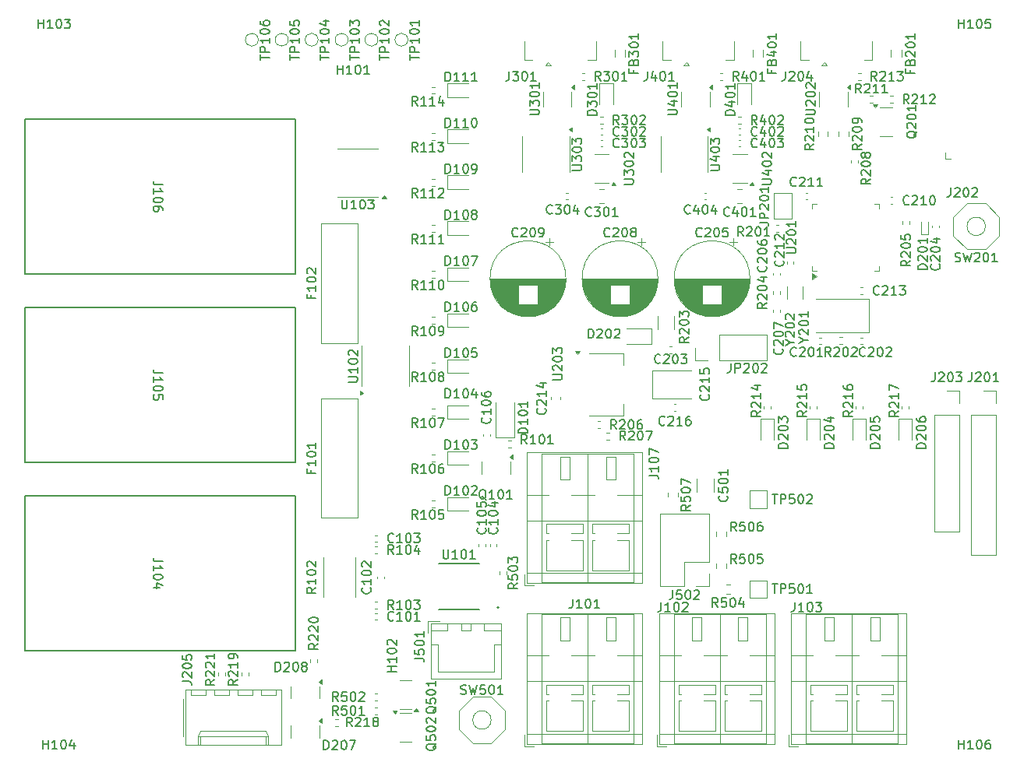
<source format=gbr>
%TF.GenerationSoftware,KiCad,Pcbnew,9.0.1+1*%
%TF.CreationDate,2025-05-28T09:17:35+00:00*%
%TF.ProjectId,akkupack-ng,616b6b75-7061-4636-9b2d-6e672e6b6963,rev?*%
%TF.SameCoordinates,Original*%
%TF.FileFunction,Legend,Top*%
%TF.FilePolarity,Positive*%
%FSLAX46Y46*%
G04 Gerber Fmt 4.6, Leading zero omitted, Abs format (unit mm)*
G04 Created by KiCad (PCBNEW 9.0.1+1) date 2025-05-28 09:17:35*
%MOMM*%
%LPD*%
G01*
G04 APERTURE LIST*
%ADD10C,0.150000*%
%ADD11C,0.127000*%
%ADD12C,0.200000*%
%ADD13C,0.120000*%
%ADD14C,0.152400*%
G04 APERTURE END LIST*
D10*
X97285714Y-102954819D02*
X97285714Y-103764342D01*
X97285714Y-103764342D02*
X97333333Y-103859580D01*
X97333333Y-103859580D02*
X97380952Y-103907200D01*
X97380952Y-103907200D02*
X97476190Y-103954819D01*
X97476190Y-103954819D02*
X97666666Y-103954819D01*
X97666666Y-103954819D02*
X97761904Y-103907200D01*
X97761904Y-103907200D02*
X97809523Y-103859580D01*
X97809523Y-103859580D02*
X97857142Y-103764342D01*
X97857142Y-103764342D02*
X97857142Y-102954819D01*
X98857142Y-103954819D02*
X98285714Y-103954819D01*
X98571428Y-103954819D02*
X98571428Y-102954819D01*
X98571428Y-102954819D02*
X98476190Y-103097676D01*
X98476190Y-103097676D02*
X98380952Y-103192914D01*
X98380952Y-103192914D02*
X98285714Y-103240533D01*
X99476190Y-102954819D02*
X99571428Y-102954819D01*
X99571428Y-102954819D02*
X99666666Y-103002438D01*
X99666666Y-103002438D02*
X99714285Y-103050057D01*
X99714285Y-103050057D02*
X99761904Y-103145295D01*
X99761904Y-103145295D02*
X99809523Y-103335771D01*
X99809523Y-103335771D02*
X99809523Y-103573866D01*
X99809523Y-103573866D02*
X99761904Y-103764342D01*
X99761904Y-103764342D02*
X99714285Y-103859580D01*
X99714285Y-103859580D02*
X99666666Y-103907200D01*
X99666666Y-103907200D02*
X99571428Y-103954819D01*
X99571428Y-103954819D02*
X99476190Y-103954819D01*
X99476190Y-103954819D02*
X99380952Y-103907200D01*
X99380952Y-103907200D02*
X99333333Y-103859580D01*
X99333333Y-103859580D02*
X99285714Y-103764342D01*
X99285714Y-103764342D02*
X99238095Y-103573866D01*
X99238095Y-103573866D02*
X99238095Y-103335771D01*
X99238095Y-103335771D02*
X99285714Y-103145295D01*
X99285714Y-103145295D02*
X99333333Y-103050057D01*
X99333333Y-103050057D02*
X99380952Y-103002438D01*
X99380952Y-103002438D02*
X99476190Y-102954819D01*
X100761904Y-103954819D02*
X100190476Y-103954819D01*
X100476190Y-103954819D02*
X100476190Y-102954819D01*
X100476190Y-102954819D02*
X100380952Y-103097676D01*
X100380952Y-103097676D02*
X100285714Y-103192914D01*
X100285714Y-103192914D02*
X100190476Y-103240533D01*
X139380952Y-81954819D02*
X139047619Y-81478628D01*
X138809524Y-81954819D02*
X138809524Y-80954819D01*
X138809524Y-80954819D02*
X139190476Y-80954819D01*
X139190476Y-80954819D02*
X139285714Y-81002438D01*
X139285714Y-81002438D02*
X139333333Y-81050057D01*
X139333333Y-81050057D02*
X139380952Y-81145295D01*
X139380952Y-81145295D02*
X139380952Y-81288152D01*
X139380952Y-81288152D02*
X139333333Y-81383390D01*
X139333333Y-81383390D02*
X139285714Y-81431009D01*
X139285714Y-81431009D02*
X139190476Y-81478628D01*
X139190476Y-81478628D02*
X138809524Y-81478628D01*
X139761905Y-81050057D02*
X139809524Y-81002438D01*
X139809524Y-81002438D02*
X139904762Y-80954819D01*
X139904762Y-80954819D02*
X140142857Y-80954819D01*
X140142857Y-80954819D02*
X140238095Y-81002438D01*
X140238095Y-81002438D02*
X140285714Y-81050057D01*
X140285714Y-81050057D02*
X140333333Y-81145295D01*
X140333333Y-81145295D02*
X140333333Y-81240533D01*
X140333333Y-81240533D02*
X140285714Y-81383390D01*
X140285714Y-81383390D02*
X139714286Y-81954819D01*
X139714286Y-81954819D02*
X140333333Y-81954819D01*
X140952381Y-80954819D02*
X141047619Y-80954819D01*
X141047619Y-80954819D02*
X141142857Y-81002438D01*
X141142857Y-81002438D02*
X141190476Y-81050057D01*
X141190476Y-81050057D02*
X141238095Y-81145295D01*
X141238095Y-81145295D02*
X141285714Y-81335771D01*
X141285714Y-81335771D02*
X141285714Y-81573866D01*
X141285714Y-81573866D02*
X141238095Y-81764342D01*
X141238095Y-81764342D02*
X141190476Y-81859580D01*
X141190476Y-81859580D02*
X141142857Y-81907200D01*
X141142857Y-81907200D02*
X141047619Y-81954819D01*
X141047619Y-81954819D02*
X140952381Y-81954819D01*
X140952381Y-81954819D02*
X140857143Y-81907200D01*
X140857143Y-81907200D02*
X140809524Y-81859580D01*
X140809524Y-81859580D02*
X140761905Y-81764342D01*
X140761905Y-81764342D02*
X140714286Y-81573866D01*
X140714286Y-81573866D02*
X140714286Y-81335771D01*
X140714286Y-81335771D02*
X140761905Y-81145295D01*
X140761905Y-81145295D02*
X140809524Y-81050057D01*
X140809524Y-81050057D02*
X140857143Y-81002438D01*
X140857143Y-81002438D02*
X140952381Y-80954819D01*
X141666667Y-81050057D02*
X141714286Y-81002438D01*
X141714286Y-81002438D02*
X141809524Y-80954819D01*
X141809524Y-80954819D02*
X142047619Y-80954819D01*
X142047619Y-80954819D02*
X142142857Y-81002438D01*
X142142857Y-81002438D02*
X142190476Y-81050057D01*
X142190476Y-81050057D02*
X142238095Y-81145295D01*
X142238095Y-81145295D02*
X142238095Y-81240533D01*
X142238095Y-81240533D02*
X142190476Y-81383390D01*
X142190476Y-81383390D02*
X141619048Y-81954819D01*
X141619048Y-81954819D02*
X142238095Y-81954819D01*
X102359580Y-88619047D02*
X102407200Y-88666666D01*
X102407200Y-88666666D02*
X102454819Y-88809523D01*
X102454819Y-88809523D02*
X102454819Y-88904761D01*
X102454819Y-88904761D02*
X102407200Y-89047618D01*
X102407200Y-89047618D02*
X102311961Y-89142856D01*
X102311961Y-89142856D02*
X102216723Y-89190475D01*
X102216723Y-89190475D02*
X102026247Y-89238094D01*
X102026247Y-89238094D02*
X101883390Y-89238094D01*
X101883390Y-89238094D02*
X101692914Y-89190475D01*
X101692914Y-89190475D02*
X101597676Y-89142856D01*
X101597676Y-89142856D02*
X101502438Y-89047618D01*
X101502438Y-89047618D02*
X101454819Y-88904761D01*
X101454819Y-88904761D02*
X101454819Y-88809523D01*
X101454819Y-88809523D02*
X101502438Y-88666666D01*
X101502438Y-88666666D02*
X101550057Y-88619047D01*
X102454819Y-87666666D02*
X102454819Y-88238094D01*
X102454819Y-87952380D02*
X101454819Y-87952380D01*
X101454819Y-87952380D02*
X101597676Y-88047618D01*
X101597676Y-88047618D02*
X101692914Y-88142856D01*
X101692914Y-88142856D02*
X101740533Y-88238094D01*
X101454819Y-87047618D02*
X101454819Y-86952380D01*
X101454819Y-86952380D02*
X101502438Y-86857142D01*
X101502438Y-86857142D02*
X101550057Y-86809523D01*
X101550057Y-86809523D02*
X101645295Y-86761904D01*
X101645295Y-86761904D02*
X101835771Y-86714285D01*
X101835771Y-86714285D02*
X102073866Y-86714285D01*
X102073866Y-86714285D02*
X102264342Y-86761904D01*
X102264342Y-86761904D02*
X102359580Y-86809523D01*
X102359580Y-86809523D02*
X102407200Y-86857142D01*
X102407200Y-86857142D02*
X102454819Y-86952380D01*
X102454819Y-86952380D02*
X102454819Y-87047618D01*
X102454819Y-87047618D02*
X102407200Y-87142856D01*
X102407200Y-87142856D02*
X102359580Y-87190475D01*
X102359580Y-87190475D02*
X102264342Y-87238094D01*
X102264342Y-87238094D02*
X102073866Y-87285713D01*
X102073866Y-87285713D02*
X101835771Y-87285713D01*
X101835771Y-87285713D02*
X101645295Y-87238094D01*
X101645295Y-87238094D02*
X101550057Y-87190475D01*
X101550057Y-87190475D02*
X101502438Y-87142856D01*
X101502438Y-87142856D02*
X101454819Y-87047618D01*
X101454819Y-85857142D02*
X101454819Y-86047618D01*
X101454819Y-86047618D02*
X101502438Y-86142856D01*
X101502438Y-86142856D02*
X101550057Y-86190475D01*
X101550057Y-86190475D02*
X101692914Y-86285713D01*
X101692914Y-86285713D02*
X101883390Y-86333332D01*
X101883390Y-86333332D02*
X102264342Y-86333332D01*
X102264342Y-86333332D02*
X102359580Y-86285713D01*
X102359580Y-86285713D02*
X102407200Y-86238094D01*
X102407200Y-86238094D02*
X102454819Y-86142856D01*
X102454819Y-86142856D02*
X102454819Y-85952380D01*
X102454819Y-85952380D02*
X102407200Y-85857142D01*
X102407200Y-85857142D02*
X102359580Y-85809523D01*
X102359580Y-85809523D02*
X102264342Y-85761904D01*
X102264342Y-85761904D02*
X102026247Y-85761904D01*
X102026247Y-85761904D02*
X101931009Y-85809523D01*
X101931009Y-85809523D02*
X101883390Y-85857142D01*
X101883390Y-85857142D02*
X101835771Y-85952380D01*
X101835771Y-85952380D02*
X101835771Y-86142856D01*
X101835771Y-86142856D02*
X101883390Y-86238094D01*
X101883390Y-86238094D02*
X101931009Y-86285713D01*
X101931009Y-86285713D02*
X102026247Y-86333332D01*
X152424285Y-63594819D02*
X152424285Y-64309104D01*
X152424285Y-64309104D02*
X152376666Y-64451961D01*
X152376666Y-64451961D02*
X152281428Y-64547200D01*
X152281428Y-64547200D02*
X152138571Y-64594819D01*
X152138571Y-64594819D02*
X152043333Y-64594819D01*
X152852857Y-63690057D02*
X152900476Y-63642438D01*
X152900476Y-63642438D02*
X152995714Y-63594819D01*
X152995714Y-63594819D02*
X153233809Y-63594819D01*
X153233809Y-63594819D02*
X153329047Y-63642438D01*
X153329047Y-63642438D02*
X153376666Y-63690057D01*
X153376666Y-63690057D02*
X153424285Y-63785295D01*
X153424285Y-63785295D02*
X153424285Y-63880533D01*
X153424285Y-63880533D02*
X153376666Y-64023390D01*
X153376666Y-64023390D02*
X152805238Y-64594819D01*
X152805238Y-64594819D02*
X153424285Y-64594819D01*
X154043333Y-63594819D02*
X154138571Y-63594819D01*
X154138571Y-63594819D02*
X154233809Y-63642438D01*
X154233809Y-63642438D02*
X154281428Y-63690057D01*
X154281428Y-63690057D02*
X154329047Y-63785295D01*
X154329047Y-63785295D02*
X154376666Y-63975771D01*
X154376666Y-63975771D02*
X154376666Y-64213866D01*
X154376666Y-64213866D02*
X154329047Y-64404342D01*
X154329047Y-64404342D02*
X154281428Y-64499580D01*
X154281428Y-64499580D02*
X154233809Y-64547200D01*
X154233809Y-64547200D02*
X154138571Y-64594819D01*
X154138571Y-64594819D02*
X154043333Y-64594819D01*
X154043333Y-64594819D02*
X153948095Y-64547200D01*
X153948095Y-64547200D02*
X153900476Y-64499580D01*
X153900476Y-64499580D02*
X153852857Y-64404342D01*
X153852857Y-64404342D02*
X153805238Y-64213866D01*
X153805238Y-64213866D02*
X153805238Y-63975771D01*
X153805238Y-63975771D02*
X153852857Y-63785295D01*
X153852857Y-63785295D02*
X153900476Y-63690057D01*
X153900476Y-63690057D02*
X153948095Y-63642438D01*
X153948095Y-63642438D02*
X154043333Y-63594819D01*
X154757619Y-63690057D02*
X154805238Y-63642438D01*
X154805238Y-63642438D02*
X154900476Y-63594819D01*
X154900476Y-63594819D02*
X155138571Y-63594819D01*
X155138571Y-63594819D02*
X155233809Y-63642438D01*
X155233809Y-63642438D02*
X155281428Y-63690057D01*
X155281428Y-63690057D02*
X155329047Y-63785295D01*
X155329047Y-63785295D02*
X155329047Y-63880533D01*
X155329047Y-63880533D02*
X155281428Y-64023390D01*
X155281428Y-64023390D02*
X154710000Y-64594819D01*
X154710000Y-64594819D02*
X155329047Y-64594819D01*
X94493452Y-59654819D02*
X94160119Y-59178628D01*
X93922024Y-59654819D02*
X93922024Y-58654819D01*
X93922024Y-58654819D02*
X94302976Y-58654819D01*
X94302976Y-58654819D02*
X94398214Y-58702438D01*
X94398214Y-58702438D02*
X94445833Y-58750057D01*
X94445833Y-58750057D02*
X94493452Y-58845295D01*
X94493452Y-58845295D02*
X94493452Y-58988152D01*
X94493452Y-58988152D02*
X94445833Y-59083390D01*
X94445833Y-59083390D02*
X94398214Y-59131009D01*
X94398214Y-59131009D02*
X94302976Y-59178628D01*
X94302976Y-59178628D02*
X93922024Y-59178628D01*
X95445833Y-59654819D02*
X94874405Y-59654819D01*
X95160119Y-59654819D02*
X95160119Y-58654819D01*
X95160119Y-58654819D02*
X95064881Y-58797676D01*
X95064881Y-58797676D02*
X94969643Y-58892914D01*
X94969643Y-58892914D02*
X94874405Y-58940533D01*
X96398214Y-59654819D02*
X95826786Y-59654819D01*
X96112500Y-59654819D02*
X96112500Y-58654819D01*
X96112500Y-58654819D02*
X96017262Y-58797676D01*
X96017262Y-58797676D02*
X95922024Y-58892914D01*
X95922024Y-58892914D02*
X95826786Y-58940533D01*
X96731548Y-58654819D02*
X97350595Y-58654819D01*
X97350595Y-58654819D02*
X97017262Y-59035771D01*
X97017262Y-59035771D02*
X97160119Y-59035771D01*
X97160119Y-59035771D02*
X97255357Y-59083390D01*
X97255357Y-59083390D02*
X97302976Y-59131009D01*
X97302976Y-59131009D02*
X97350595Y-59226247D01*
X97350595Y-59226247D02*
X97350595Y-59464342D01*
X97350595Y-59464342D02*
X97302976Y-59559580D01*
X97302976Y-59559580D02*
X97255357Y-59607200D01*
X97255357Y-59607200D02*
X97160119Y-59654819D01*
X97160119Y-59654819D02*
X96874405Y-59654819D01*
X96874405Y-59654819D02*
X96779167Y-59607200D01*
X96779167Y-59607200D02*
X96731548Y-59559580D01*
X72454819Y-117119047D02*
X71978628Y-117452380D01*
X72454819Y-117690475D02*
X71454819Y-117690475D01*
X71454819Y-117690475D02*
X71454819Y-117309523D01*
X71454819Y-117309523D02*
X71502438Y-117214285D01*
X71502438Y-117214285D02*
X71550057Y-117166666D01*
X71550057Y-117166666D02*
X71645295Y-117119047D01*
X71645295Y-117119047D02*
X71788152Y-117119047D01*
X71788152Y-117119047D02*
X71883390Y-117166666D01*
X71883390Y-117166666D02*
X71931009Y-117214285D01*
X71931009Y-117214285D02*
X71978628Y-117309523D01*
X71978628Y-117309523D02*
X71978628Y-117690475D01*
X71550057Y-116738094D02*
X71502438Y-116690475D01*
X71502438Y-116690475D02*
X71454819Y-116595237D01*
X71454819Y-116595237D02*
X71454819Y-116357142D01*
X71454819Y-116357142D02*
X71502438Y-116261904D01*
X71502438Y-116261904D02*
X71550057Y-116214285D01*
X71550057Y-116214285D02*
X71645295Y-116166666D01*
X71645295Y-116166666D02*
X71740533Y-116166666D01*
X71740533Y-116166666D02*
X71883390Y-116214285D01*
X71883390Y-116214285D02*
X72454819Y-116785713D01*
X72454819Y-116785713D02*
X72454819Y-116166666D01*
X71550057Y-115785713D02*
X71502438Y-115738094D01*
X71502438Y-115738094D02*
X71454819Y-115642856D01*
X71454819Y-115642856D02*
X71454819Y-115404761D01*
X71454819Y-115404761D02*
X71502438Y-115309523D01*
X71502438Y-115309523D02*
X71550057Y-115261904D01*
X71550057Y-115261904D02*
X71645295Y-115214285D01*
X71645295Y-115214285D02*
X71740533Y-115214285D01*
X71740533Y-115214285D02*
X71883390Y-115261904D01*
X71883390Y-115261904D02*
X72454819Y-115833332D01*
X72454819Y-115833332D02*
X72454819Y-115214285D01*
X72454819Y-114261904D02*
X72454819Y-114833332D01*
X72454819Y-114547618D02*
X71454819Y-114547618D01*
X71454819Y-114547618D02*
X71597676Y-114642856D01*
X71597676Y-114642856D02*
X71692914Y-114738094D01*
X71692914Y-114738094D02*
X71740533Y-114833332D01*
X94493452Y-99654819D02*
X94160119Y-99178628D01*
X93922024Y-99654819D02*
X93922024Y-98654819D01*
X93922024Y-98654819D02*
X94302976Y-98654819D01*
X94302976Y-98654819D02*
X94398214Y-98702438D01*
X94398214Y-98702438D02*
X94445833Y-98750057D01*
X94445833Y-98750057D02*
X94493452Y-98845295D01*
X94493452Y-98845295D02*
X94493452Y-98988152D01*
X94493452Y-98988152D02*
X94445833Y-99083390D01*
X94445833Y-99083390D02*
X94398214Y-99131009D01*
X94398214Y-99131009D02*
X94302976Y-99178628D01*
X94302976Y-99178628D02*
X93922024Y-99178628D01*
X95445833Y-99654819D02*
X94874405Y-99654819D01*
X95160119Y-99654819D02*
X95160119Y-98654819D01*
X95160119Y-98654819D02*
X95064881Y-98797676D01*
X95064881Y-98797676D02*
X94969643Y-98892914D01*
X94969643Y-98892914D02*
X94874405Y-98940533D01*
X96064881Y-98654819D02*
X96160119Y-98654819D01*
X96160119Y-98654819D02*
X96255357Y-98702438D01*
X96255357Y-98702438D02*
X96302976Y-98750057D01*
X96302976Y-98750057D02*
X96350595Y-98845295D01*
X96350595Y-98845295D02*
X96398214Y-99035771D01*
X96398214Y-99035771D02*
X96398214Y-99273866D01*
X96398214Y-99273866D02*
X96350595Y-99464342D01*
X96350595Y-99464342D02*
X96302976Y-99559580D01*
X96302976Y-99559580D02*
X96255357Y-99607200D01*
X96255357Y-99607200D02*
X96160119Y-99654819D01*
X96160119Y-99654819D02*
X96064881Y-99654819D01*
X96064881Y-99654819D02*
X95969643Y-99607200D01*
X95969643Y-99607200D02*
X95922024Y-99559580D01*
X95922024Y-99559580D02*
X95874405Y-99464342D01*
X95874405Y-99464342D02*
X95826786Y-99273866D01*
X95826786Y-99273866D02*
X95826786Y-99035771D01*
X95826786Y-99035771D02*
X95874405Y-98845295D01*
X95874405Y-98845295D02*
X95922024Y-98750057D01*
X95922024Y-98750057D02*
X95969643Y-98702438D01*
X95969643Y-98702438D02*
X96064881Y-98654819D01*
X97302976Y-98654819D02*
X96826786Y-98654819D01*
X96826786Y-98654819D02*
X96779167Y-99131009D01*
X96779167Y-99131009D02*
X96826786Y-99083390D01*
X96826786Y-99083390D02*
X96922024Y-99035771D01*
X96922024Y-99035771D02*
X97160119Y-99035771D01*
X97160119Y-99035771D02*
X97255357Y-99083390D01*
X97255357Y-99083390D02*
X97302976Y-99131009D01*
X97302976Y-99131009D02*
X97350595Y-99226247D01*
X97350595Y-99226247D02*
X97350595Y-99464342D01*
X97350595Y-99464342D02*
X97302976Y-99559580D01*
X97302976Y-99559580D02*
X97255357Y-99607200D01*
X97255357Y-99607200D02*
X97160119Y-99654819D01*
X97160119Y-99654819D02*
X96922024Y-99654819D01*
X96922024Y-99654819D02*
X96826786Y-99607200D01*
X96826786Y-99607200D02*
X96779167Y-99559580D01*
X131784819Y-87869047D02*
X131308628Y-88202380D01*
X131784819Y-88440475D02*
X130784819Y-88440475D01*
X130784819Y-88440475D02*
X130784819Y-88059523D01*
X130784819Y-88059523D02*
X130832438Y-87964285D01*
X130832438Y-87964285D02*
X130880057Y-87916666D01*
X130880057Y-87916666D02*
X130975295Y-87869047D01*
X130975295Y-87869047D02*
X131118152Y-87869047D01*
X131118152Y-87869047D02*
X131213390Y-87916666D01*
X131213390Y-87916666D02*
X131261009Y-87964285D01*
X131261009Y-87964285D02*
X131308628Y-88059523D01*
X131308628Y-88059523D02*
X131308628Y-88440475D01*
X130880057Y-87488094D02*
X130832438Y-87440475D01*
X130832438Y-87440475D02*
X130784819Y-87345237D01*
X130784819Y-87345237D02*
X130784819Y-87107142D01*
X130784819Y-87107142D02*
X130832438Y-87011904D01*
X130832438Y-87011904D02*
X130880057Y-86964285D01*
X130880057Y-86964285D02*
X130975295Y-86916666D01*
X130975295Y-86916666D02*
X131070533Y-86916666D01*
X131070533Y-86916666D02*
X131213390Y-86964285D01*
X131213390Y-86964285D02*
X131784819Y-87535713D01*
X131784819Y-87535713D02*
X131784819Y-86916666D01*
X131784819Y-85964285D02*
X131784819Y-86535713D01*
X131784819Y-86249999D02*
X130784819Y-86249999D01*
X130784819Y-86249999D02*
X130927676Y-86345237D01*
X130927676Y-86345237D02*
X131022914Y-86440475D01*
X131022914Y-86440475D02*
X131070533Y-86535713D01*
X131118152Y-85107142D02*
X131784819Y-85107142D01*
X130737200Y-85345237D02*
X131451485Y-85583332D01*
X131451485Y-85583332D02*
X131451485Y-84964285D01*
X113380952Y-66609580D02*
X113333333Y-66657200D01*
X113333333Y-66657200D02*
X113190476Y-66704819D01*
X113190476Y-66704819D02*
X113095238Y-66704819D01*
X113095238Y-66704819D02*
X112952381Y-66657200D01*
X112952381Y-66657200D02*
X112857143Y-66561961D01*
X112857143Y-66561961D02*
X112809524Y-66466723D01*
X112809524Y-66466723D02*
X112761905Y-66276247D01*
X112761905Y-66276247D02*
X112761905Y-66133390D01*
X112761905Y-66133390D02*
X112809524Y-65942914D01*
X112809524Y-65942914D02*
X112857143Y-65847676D01*
X112857143Y-65847676D02*
X112952381Y-65752438D01*
X112952381Y-65752438D02*
X113095238Y-65704819D01*
X113095238Y-65704819D02*
X113190476Y-65704819D01*
X113190476Y-65704819D02*
X113333333Y-65752438D01*
X113333333Y-65752438D02*
X113380952Y-65800057D01*
X113714286Y-65704819D02*
X114333333Y-65704819D01*
X114333333Y-65704819D02*
X114000000Y-66085771D01*
X114000000Y-66085771D02*
X114142857Y-66085771D01*
X114142857Y-66085771D02*
X114238095Y-66133390D01*
X114238095Y-66133390D02*
X114285714Y-66181009D01*
X114285714Y-66181009D02*
X114333333Y-66276247D01*
X114333333Y-66276247D02*
X114333333Y-66514342D01*
X114333333Y-66514342D02*
X114285714Y-66609580D01*
X114285714Y-66609580D02*
X114238095Y-66657200D01*
X114238095Y-66657200D02*
X114142857Y-66704819D01*
X114142857Y-66704819D02*
X113857143Y-66704819D01*
X113857143Y-66704819D02*
X113761905Y-66657200D01*
X113761905Y-66657200D02*
X113714286Y-66609580D01*
X114952381Y-65704819D02*
X115047619Y-65704819D01*
X115047619Y-65704819D02*
X115142857Y-65752438D01*
X115142857Y-65752438D02*
X115190476Y-65800057D01*
X115190476Y-65800057D02*
X115238095Y-65895295D01*
X115238095Y-65895295D02*
X115285714Y-66085771D01*
X115285714Y-66085771D02*
X115285714Y-66323866D01*
X115285714Y-66323866D02*
X115238095Y-66514342D01*
X115238095Y-66514342D02*
X115190476Y-66609580D01*
X115190476Y-66609580D02*
X115142857Y-66657200D01*
X115142857Y-66657200D02*
X115047619Y-66704819D01*
X115047619Y-66704819D02*
X114952381Y-66704819D01*
X114952381Y-66704819D02*
X114857143Y-66657200D01*
X114857143Y-66657200D02*
X114809524Y-66609580D01*
X114809524Y-66609580D02*
X114761905Y-66514342D01*
X114761905Y-66514342D02*
X114714286Y-66323866D01*
X114714286Y-66323866D02*
X114714286Y-66085771D01*
X114714286Y-66085771D02*
X114761905Y-65895295D01*
X114761905Y-65895295D02*
X114809524Y-65800057D01*
X114809524Y-65800057D02*
X114857143Y-65752438D01*
X114857143Y-65752438D02*
X114952381Y-65704819D01*
X116238095Y-66704819D02*
X115666667Y-66704819D01*
X115952381Y-66704819D02*
X115952381Y-65704819D01*
X115952381Y-65704819D02*
X115857143Y-65847676D01*
X115857143Y-65847676D02*
X115761905Y-65942914D01*
X115761905Y-65942914D02*
X115666667Y-65990533D01*
X114380952Y-51954819D02*
X114047619Y-51478628D01*
X113809524Y-51954819D02*
X113809524Y-50954819D01*
X113809524Y-50954819D02*
X114190476Y-50954819D01*
X114190476Y-50954819D02*
X114285714Y-51002438D01*
X114285714Y-51002438D02*
X114333333Y-51050057D01*
X114333333Y-51050057D02*
X114380952Y-51145295D01*
X114380952Y-51145295D02*
X114380952Y-51288152D01*
X114380952Y-51288152D02*
X114333333Y-51383390D01*
X114333333Y-51383390D02*
X114285714Y-51431009D01*
X114285714Y-51431009D02*
X114190476Y-51478628D01*
X114190476Y-51478628D02*
X113809524Y-51478628D01*
X114714286Y-50954819D02*
X115333333Y-50954819D01*
X115333333Y-50954819D02*
X115000000Y-51335771D01*
X115000000Y-51335771D02*
X115142857Y-51335771D01*
X115142857Y-51335771D02*
X115238095Y-51383390D01*
X115238095Y-51383390D02*
X115285714Y-51431009D01*
X115285714Y-51431009D02*
X115333333Y-51526247D01*
X115333333Y-51526247D02*
X115333333Y-51764342D01*
X115333333Y-51764342D02*
X115285714Y-51859580D01*
X115285714Y-51859580D02*
X115238095Y-51907200D01*
X115238095Y-51907200D02*
X115142857Y-51954819D01*
X115142857Y-51954819D02*
X114857143Y-51954819D01*
X114857143Y-51954819D02*
X114761905Y-51907200D01*
X114761905Y-51907200D02*
X114714286Y-51859580D01*
X115952381Y-50954819D02*
X116047619Y-50954819D01*
X116047619Y-50954819D02*
X116142857Y-51002438D01*
X116142857Y-51002438D02*
X116190476Y-51050057D01*
X116190476Y-51050057D02*
X116238095Y-51145295D01*
X116238095Y-51145295D02*
X116285714Y-51335771D01*
X116285714Y-51335771D02*
X116285714Y-51573866D01*
X116285714Y-51573866D02*
X116238095Y-51764342D01*
X116238095Y-51764342D02*
X116190476Y-51859580D01*
X116190476Y-51859580D02*
X116142857Y-51907200D01*
X116142857Y-51907200D02*
X116047619Y-51954819D01*
X116047619Y-51954819D02*
X115952381Y-51954819D01*
X115952381Y-51954819D02*
X115857143Y-51907200D01*
X115857143Y-51907200D02*
X115809524Y-51859580D01*
X115809524Y-51859580D02*
X115761905Y-51764342D01*
X115761905Y-51764342D02*
X115714286Y-51573866D01*
X115714286Y-51573866D02*
X115714286Y-51335771D01*
X115714286Y-51335771D02*
X115761905Y-51145295D01*
X115761905Y-51145295D02*
X115809524Y-51050057D01*
X115809524Y-51050057D02*
X115857143Y-51002438D01*
X115857143Y-51002438D02*
X115952381Y-50954819D01*
X117238095Y-51954819D02*
X116666667Y-51954819D01*
X116952381Y-51954819D02*
X116952381Y-50954819D01*
X116952381Y-50954819D02*
X116857143Y-51097676D01*
X116857143Y-51097676D02*
X116761905Y-51192914D01*
X116761905Y-51192914D02*
X116666667Y-51240533D01*
X93652819Y-49714285D02*
X93652819Y-49142857D01*
X94652819Y-49428571D02*
X93652819Y-49428571D01*
X94652819Y-48809523D02*
X93652819Y-48809523D01*
X93652819Y-48809523D02*
X93652819Y-48428571D01*
X93652819Y-48428571D02*
X93700438Y-48333333D01*
X93700438Y-48333333D02*
X93748057Y-48285714D01*
X93748057Y-48285714D02*
X93843295Y-48238095D01*
X93843295Y-48238095D02*
X93986152Y-48238095D01*
X93986152Y-48238095D02*
X94081390Y-48285714D01*
X94081390Y-48285714D02*
X94129009Y-48333333D01*
X94129009Y-48333333D02*
X94176628Y-48428571D01*
X94176628Y-48428571D02*
X94176628Y-48809523D01*
X94652819Y-47285714D02*
X94652819Y-47857142D01*
X94652819Y-47571428D02*
X93652819Y-47571428D01*
X93652819Y-47571428D02*
X93795676Y-47666666D01*
X93795676Y-47666666D02*
X93890914Y-47761904D01*
X93890914Y-47761904D02*
X93938533Y-47857142D01*
X93652819Y-46666666D02*
X93652819Y-46571428D01*
X93652819Y-46571428D02*
X93700438Y-46476190D01*
X93700438Y-46476190D02*
X93748057Y-46428571D01*
X93748057Y-46428571D02*
X93843295Y-46380952D01*
X93843295Y-46380952D02*
X94033771Y-46333333D01*
X94033771Y-46333333D02*
X94271866Y-46333333D01*
X94271866Y-46333333D02*
X94462342Y-46380952D01*
X94462342Y-46380952D02*
X94557580Y-46428571D01*
X94557580Y-46428571D02*
X94605200Y-46476190D01*
X94605200Y-46476190D02*
X94652819Y-46571428D01*
X94652819Y-46571428D02*
X94652819Y-46666666D01*
X94652819Y-46666666D02*
X94605200Y-46761904D01*
X94605200Y-46761904D02*
X94557580Y-46809523D01*
X94557580Y-46809523D02*
X94462342Y-46857142D01*
X94462342Y-46857142D02*
X94271866Y-46904761D01*
X94271866Y-46904761D02*
X94033771Y-46904761D01*
X94033771Y-46904761D02*
X93843295Y-46857142D01*
X93843295Y-46857142D02*
X93748057Y-46809523D01*
X93748057Y-46809523D02*
X93700438Y-46761904D01*
X93700438Y-46761904D02*
X93652819Y-46666666D01*
X94652819Y-45380952D02*
X94652819Y-45952380D01*
X94652819Y-45666666D02*
X93652819Y-45666666D01*
X93652819Y-45666666D02*
X93795676Y-45761904D01*
X93795676Y-45761904D02*
X93890914Y-45857142D01*
X93890914Y-45857142D02*
X93938533Y-45952380D01*
X146784819Y-87869047D02*
X146308628Y-88202380D01*
X146784819Y-88440475D02*
X145784819Y-88440475D01*
X145784819Y-88440475D02*
X145784819Y-88059523D01*
X145784819Y-88059523D02*
X145832438Y-87964285D01*
X145832438Y-87964285D02*
X145880057Y-87916666D01*
X145880057Y-87916666D02*
X145975295Y-87869047D01*
X145975295Y-87869047D02*
X146118152Y-87869047D01*
X146118152Y-87869047D02*
X146213390Y-87916666D01*
X146213390Y-87916666D02*
X146261009Y-87964285D01*
X146261009Y-87964285D02*
X146308628Y-88059523D01*
X146308628Y-88059523D02*
X146308628Y-88440475D01*
X145880057Y-87488094D02*
X145832438Y-87440475D01*
X145832438Y-87440475D02*
X145784819Y-87345237D01*
X145784819Y-87345237D02*
X145784819Y-87107142D01*
X145784819Y-87107142D02*
X145832438Y-87011904D01*
X145832438Y-87011904D02*
X145880057Y-86964285D01*
X145880057Y-86964285D02*
X145975295Y-86916666D01*
X145975295Y-86916666D02*
X146070533Y-86916666D01*
X146070533Y-86916666D02*
X146213390Y-86964285D01*
X146213390Y-86964285D02*
X146784819Y-87535713D01*
X146784819Y-87535713D02*
X146784819Y-86916666D01*
X146784819Y-85964285D02*
X146784819Y-86535713D01*
X146784819Y-86249999D02*
X145784819Y-86249999D01*
X145784819Y-86249999D02*
X145927676Y-86345237D01*
X145927676Y-86345237D02*
X146022914Y-86440475D01*
X146022914Y-86440475D02*
X146070533Y-86535713D01*
X145784819Y-85630951D02*
X145784819Y-84964285D01*
X145784819Y-84964285D02*
X146784819Y-85392856D01*
X103109580Y-100619047D02*
X103157200Y-100666666D01*
X103157200Y-100666666D02*
X103204819Y-100809523D01*
X103204819Y-100809523D02*
X103204819Y-100904761D01*
X103204819Y-100904761D02*
X103157200Y-101047618D01*
X103157200Y-101047618D02*
X103061961Y-101142856D01*
X103061961Y-101142856D02*
X102966723Y-101190475D01*
X102966723Y-101190475D02*
X102776247Y-101238094D01*
X102776247Y-101238094D02*
X102633390Y-101238094D01*
X102633390Y-101238094D02*
X102442914Y-101190475D01*
X102442914Y-101190475D02*
X102347676Y-101142856D01*
X102347676Y-101142856D02*
X102252438Y-101047618D01*
X102252438Y-101047618D02*
X102204819Y-100904761D01*
X102204819Y-100904761D02*
X102204819Y-100809523D01*
X102204819Y-100809523D02*
X102252438Y-100666666D01*
X102252438Y-100666666D02*
X102300057Y-100619047D01*
X103204819Y-99666666D02*
X103204819Y-100238094D01*
X103204819Y-99952380D02*
X102204819Y-99952380D01*
X102204819Y-99952380D02*
X102347676Y-100047618D01*
X102347676Y-100047618D02*
X102442914Y-100142856D01*
X102442914Y-100142856D02*
X102490533Y-100238094D01*
X102204819Y-99047618D02*
X102204819Y-98952380D01*
X102204819Y-98952380D02*
X102252438Y-98857142D01*
X102252438Y-98857142D02*
X102300057Y-98809523D01*
X102300057Y-98809523D02*
X102395295Y-98761904D01*
X102395295Y-98761904D02*
X102585771Y-98714285D01*
X102585771Y-98714285D02*
X102823866Y-98714285D01*
X102823866Y-98714285D02*
X103014342Y-98761904D01*
X103014342Y-98761904D02*
X103109580Y-98809523D01*
X103109580Y-98809523D02*
X103157200Y-98857142D01*
X103157200Y-98857142D02*
X103204819Y-98952380D01*
X103204819Y-98952380D02*
X103204819Y-99047618D01*
X103204819Y-99047618D02*
X103157200Y-99142856D01*
X103157200Y-99142856D02*
X103109580Y-99190475D01*
X103109580Y-99190475D02*
X103014342Y-99238094D01*
X103014342Y-99238094D02*
X102823866Y-99285713D01*
X102823866Y-99285713D02*
X102585771Y-99285713D01*
X102585771Y-99285713D02*
X102395295Y-99238094D01*
X102395295Y-99238094D02*
X102300057Y-99190475D01*
X102300057Y-99190475D02*
X102252438Y-99142856D01*
X102252438Y-99142856D02*
X102204819Y-99047618D01*
X102538152Y-97857142D02*
X103204819Y-97857142D01*
X102157200Y-98095237D02*
X102871485Y-98333332D01*
X102871485Y-98333332D02*
X102871485Y-97714285D01*
X97522024Y-67024819D02*
X97522024Y-66024819D01*
X97522024Y-66024819D02*
X97760119Y-66024819D01*
X97760119Y-66024819D02*
X97902976Y-66072438D01*
X97902976Y-66072438D02*
X97998214Y-66167676D01*
X97998214Y-66167676D02*
X98045833Y-66262914D01*
X98045833Y-66262914D02*
X98093452Y-66453390D01*
X98093452Y-66453390D02*
X98093452Y-66596247D01*
X98093452Y-66596247D02*
X98045833Y-66786723D01*
X98045833Y-66786723D02*
X97998214Y-66881961D01*
X97998214Y-66881961D02*
X97902976Y-66977200D01*
X97902976Y-66977200D02*
X97760119Y-67024819D01*
X97760119Y-67024819D02*
X97522024Y-67024819D01*
X99045833Y-67024819D02*
X98474405Y-67024819D01*
X98760119Y-67024819D02*
X98760119Y-66024819D01*
X98760119Y-66024819D02*
X98664881Y-66167676D01*
X98664881Y-66167676D02*
X98569643Y-66262914D01*
X98569643Y-66262914D02*
X98474405Y-66310533D01*
X99664881Y-66024819D02*
X99760119Y-66024819D01*
X99760119Y-66024819D02*
X99855357Y-66072438D01*
X99855357Y-66072438D02*
X99902976Y-66120057D01*
X99902976Y-66120057D02*
X99950595Y-66215295D01*
X99950595Y-66215295D02*
X99998214Y-66405771D01*
X99998214Y-66405771D02*
X99998214Y-66643866D01*
X99998214Y-66643866D02*
X99950595Y-66834342D01*
X99950595Y-66834342D02*
X99902976Y-66929580D01*
X99902976Y-66929580D02*
X99855357Y-66977200D01*
X99855357Y-66977200D02*
X99760119Y-67024819D01*
X99760119Y-67024819D02*
X99664881Y-67024819D01*
X99664881Y-67024819D02*
X99569643Y-66977200D01*
X99569643Y-66977200D02*
X99522024Y-66929580D01*
X99522024Y-66929580D02*
X99474405Y-66834342D01*
X99474405Y-66834342D02*
X99426786Y-66643866D01*
X99426786Y-66643866D02*
X99426786Y-66405771D01*
X99426786Y-66405771D02*
X99474405Y-66215295D01*
X99474405Y-66215295D02*
X99522024Y-66120057D01*
X99522024Y-66120057D02*
X99569643Y-66072438D01*
X99569643Y-66072438D02*
X99664881Y-66024819D01*
X100569643Y-66453390D02*
X100474405Y-66405771D01*
X100474405Y-66405771D02*
X100426786Y-66358152D01*
X100426786Y-66358152D02*
X100379167Y-66262914D01*
X100379167Y-66262914D02*
X100379167Y-66215295D01*
X100379167Y-66215295D02*
X100426786Y-66120057D01*
X100426786Y-66120057D02*
X100474405Y-66072438D01*
X100474405Y-66072438D02*
X100569643Y-66024819D01*
X100569643Y-66024819D02*
X100760119Y-66024819D01*
X100760119Y-66024819D02*
X100855357Y-66072438D01*
X100855357Y-66072438D02*
X100902976Y-66120057D01*
X100902976Y-66120057D02*
X100950595Y-66215295D01*
X100950595Y-66215295D02*
X100950595Y-66262914D01*
X100950595Y-66262914D02*
X100902976Y-66358152D01*
X100902976Y-66358152D02*
X100855357Y-66405771D01*
X100855357Y-66405771D02*
X100760119Y-66453390D01*
X100760119Y-66453390D02*
X100569643Y-66453390D01*
X100569643Y-66453390D02*
X100474405Y-66501009D01*
X100474405Y-66501009D02*
X100426786Y-66548628D01*
X100426786Y-66548628D02*
X100379167Y-66643866D01*
X100379167Y-66643866D02*
X100379167Y-66834342D01*
X100379167Y-66834342D02*
X100426786Y-66929580D01*
X100426786Y-66929580D02*
X100474405Y-66977200D01*
X100474405Y-66977200D02*
X100569643Y-67024819D01*
X100569643Y-67024819D02*
X100760119Y-67024819D01*
X100760119Y-67024819D02*
X100855357Y-66977200D01*
X100855357Y-66977200D02*
X100902976Y-66929580D01*
X100902976Y-66929580D02*
X100950595Y-66834342D01*
X100950595Y-66834342D02*
X100950595Y-66643866D01*
X100950595Y-66643866D02*
X100902976Y-66548628D01*
X100902976Y-66548628D02*
X100855357Y-66501009D01*
X100855357Y-66501009D02*
X100760119Y-66453390D01*
X148750057Y-57447619D02*
X148702438Y-57542857D01*
X148702438Y-57542857D02*
X148607200Y-57638095D01*
X148607200Y-57638095D02*
X148464342Y-57780952D01*
X148464342Y-57780952D02*
X148416723Y-57876190D01*
X148416723Y-57876190D02*
X148416723Y-57971428D01*
X148654819Y-57923809D02*
X148607200Y-58019047D01*
X148607200Y-58019047D02*
X148511961Y-58114285D01*
X148511961Y-58114285D02*
X148321485Y-58161904D01*
X148321485Y-58161904D02*
X147988152Y-58161904D01*
X147988152Y-58161904D02*
X147797676Y-58114285D01*
X147797676Y-58114285D02*
X147702438Y-58019047D01*
X147702438Y-58019047D02*
X147654819Y-57923809D01*
X147654819Y-57923809D02*
X147654819Y-57733333D01*
X147654819Y-57733333D02*
X147702438Y-57638095D01*
X147702438Y-57638095D02*
X147797676Y-57542857D01*
X147797676Y-57542857D02*
X147988152Y-57495238D01*
X147988152Y-57495238D02*
X148321485Y-57495238D01*
X148321485Y-57495238D02*
X148511961Y-57542857D01*
X148511961Y-57542857D02*
X148607200Y-57638095D01*
X148607200Y-57638095D02*
X148654819Y-57733333D01*
X148654819Y-57733333D02*
X148654819Y-57923809D01*
X147750057Y-57114285D02*
X147702438Y-57066666D01*
X147702438Y-57066666D02*
X147654819Y-56971428D01*
X147654819Y-56971428D02*
X147654819Y-56733333D01*
X147654819Y-56733333D02*
X147702438Y-56638095D01*
X147702438Y-56638095D02*
X147750057Y-56590476D01*
X147750057Y-56590476D02*
X147845295Y-56542857D01*
X147845295Y-56542857D02*
X147940533Y-56542857D01*
X147940533Y-56542857D02*
X148083390Y-56590476D01*
X148083390Y-56590476D02*
X148654819Y-57161904D01*
X148654819Y-57161904D02*
X148654819Y-56542857D01*
X147654819Y-55923809D02*
X147654819Y-55828571D01*
X147654819Y-55828571D02*
X147702438Y-55733333D01*
X147702438Y-55733333D02*
X147750057Y-55685714D01*
X147750057Y-55685714D02*
X147845295Y-55638095D01*
X147845295Y-55638095D02*
X148035771Y-55590476D01*
X148035771Y-55590476D02*
X148273866Y-55590476D01*
X148273866Y-55590476D02*
X148464342Y-55638095D01*
X148464342Y-55638095D02*
X148559580Y-55685714D01*
X148559580Y-55685714D02*
X148607200Y-55733333D01*
X148607200Y-55733333D02*
X148654819Y-55828571D01*
X148654819Y-55828571D02*
X148654819Y-55923809D01*
X148654819Y-55923809D02*
X148607200Y-56019047D01*
X148607200Y-56019047D02*
X148559580Y-56066666D01*
X148559580Y-56066666D02*
X148464342Y-56114285D01*
X148464342Y-56114285D02*
X148273866Y-56161904D01*
X148273866Y-56161904D02*
X148035771Y-56161904D01*
X148035771Y-56161904D02*
X147845295Y-56114285D01*
X147845295Y-56114285D02*
X147750057Y-56066666D01*
X147750057Y-56066666D02*
X147702438Y-56019047D01*
X147702438Y-56019047D02*
X147654819Y-55923809D01*
X148654819Y-54638095D02*
X148654819Y-55209523D01*
X148654819Y-54923809D02*
X147654819Y-54923809D01*
X147654819Y-54923809D02*
X147797676Y-55019047D01*
X147797676Y-55019047D02*
X147892914Y-55114285D01*
X147892914Y-55114285D02*
X147940533Y-55209523D01*
X94493452Y-79654819D02*
X94160119Y-79178628D01*
X93922024Y-79654819D02*
X93922024Y-78654819D01*
X93922024Y-78654819D02*
X94302976Y-78654819D01*
X94302976Y-78654819D02*
X94398214Y-78702438D01*
X94398214Y-78702438D02*
X94445833Y-78750057D01*
X94445833Y-78750057D02*
X94493452Y-78845295D01*
X94493452Y-78845295D02*
X94493452Y-78988152D01*
X94493452Y-78988152D02*
X94445833Y-79083390D01*
X94445833Y-79083390D02*
X94398214Y-79131009D01*
X94398214Y-79131009D02*
X94302976Y-79178628D01*
X94302976Y-79178628D02*
X93922024Y-79178628D01*
X95445833Y-79654819D02*
X94874405Y-79654819D01*
X95160119Y-79654819D02*
X95160119Y-78654819D01*
X95160119Y-78654819D02*
X95064881Y-78797676D01*
X95064881Y-78797676D02*
X94969643Y-78892914D01*
X94969643Y-78892914D02*
X94874405Y-78940533D01*
X96064881Y-78654819D02*
X96160119Y-78654819D01*
X96160119Y-78654819D02*
X96255357Y-78702438D01*
X96255357Y-78702438D02*
X96302976Y-78750057D01*
X96302976Y-78750057D02*
X96350595Y-78845295D01*
X96350595Y-78845295D02*
X96398214Y-79035771D01*
X96398214Y-79035771D02*
X96398214Y-79273866D01*
X96398214Y-79273866D02*
X96350595Y-79464342D01*
X96350595Y-79464342D02*
X96302976Y-79559580D01*
X96302976Y-79559580D02*
X96255357Y-79607200D01*
X96255357Y-79607200D02*
X96160119Y-79654819D01*
X96160119Y-79654819D02*
X96064881Y-79654819D01*
X96064881Y-79654819D02*
X95969643Y-79607200D01*
X95969643Y-79607200D02*
X95922024Y-79559580D01*
X95922024Y-79559580D02*
X95874405Y-79464342D01*
X95874405Y-79464342D02*
X95826786Y-79273866D01*
X95826786Y-79273866D02*
X95826786Y-79035771D01*
X95826786Y-79035771D02*
X95874405Y-78845295D01*
X95874405Y-78845295D02*
X95922024Y-78750057D01*
X95922024Y-78750057D02*
X95969643Y-78702438D01*
X95969643Y-78702438D02*
X96064881Y-78654819D01*
X96874405Y-79654819D02*
X97064881Y-79654819D01*
X97064881Y-79654819D02*
X97160119Y-79607200D01*
X97160119Y-79607200D02*
X97207738Y-79559580D01*
X97207738Y-79559580D02*
X97302976Y-79416723D01*
X97302976Y-79416723D02*
X97350595Y-79226247D01*
X97350595Y-79226247D02*
X97350595Y-78845295D01*
X97350595Y-78845295D02*
X97302976Y-78750057D01*
X97302976Y-78750057D02*
X97255357Y-78702438D01*
X97255357Y-78702438D02*
X97160119Y-78654819D01*
X97160119Y-78654819D02*
X96969643Y-78654819D01*
X96969643Y-78654819D02*
X96874405Y-78702438D01*
X96874405Y-78702438D02*
X96826786Y-78750057D01*
X96826786Y-78750057D02*
X96779167Y-78845295D01*
X96779167Y-78845295D02*
X96779167Y-79083390D01*
X96779167Y-79083390D02*
X96826786Y-79178628D01*
X96826786Y-79178628D02*
X96874405Y-79226247D01*
X96874405Y-79226247D02*
X96969643Y-79273866D01*
X96969643Y-79273866D02*
X97160119Y-79273866D01*
X97160119Y-79273866D02*
X97255357Y-79226247D01*
X97255357Y-79226247D02*
X97302976Y-79178628D01*
X97302976Y-79178628D02*
X97350595Y-79083390D01*
X136784819Y-87869047D02*
X136308628Y-88202380D01*
X136784819Y-88440475D02*
X135784819Y-88440475D01*
X135784819Y-88440475D02*
X135784819Y-88059523D01*
X135784819Y-88059523D02*
X135832438Y-87964285D01*
X135832438Y-87964285D02*
X135880057Y-87916666D01*
X135880057Y-87916666D02*
X135975295Y-87869047D01*
X135975295Y-87869047D02*
X136118152Y-87869047D01*
X136118152Y-87869047D02*
X136213390Y-87916666D01*
X136213390Y-87916666D02*
X136261009Y-87964285D01*
X136261009Y-87964285D02*
X136308628Y-88059523D01*
X136308628Y-88059523D02*
X136308628Y-88440475D01*
X135880057Y-87488094D02*
X135832438Y-87440475D01*
X135832438Y-87440475D02*
X135784819Y-87345237D01*
X135784819Y-87345237D02*
X135784819Y-87107142D01*
X135784819Y-87107142D02*
X135832438Y-87011904D01*
X135832438Y-87011904D02*
X135880057Y-86964285D01*
X135880057Y-86964285D02*
X135975295Y-86916666D01*
X135975295Y-86916666D02*
X136070533Y-86916666D01*
X136070533Y-86916666D02*
X136213390Y-86964285D01*
X136213390Y-86964285D02*
X136784819Y-87535713D01*
X136784819Y-87535713D02*
X136784819Y-86916666D01*
X136784819Y-85964285D02*
X136784819Y-86535713D01*
X136784819Y-86249999D02*
X135784819Y-86249999D01*
X135784819Y-86249999D02*
X135927676Y-86345237D01*
X135927676Y-86345237D02*
X136022914Y-86440475D01*
X136022914Y-86440475D02*
X136070533Y-86535713D01*
X135784819Y-85059523D02*
X135784819Y-85535713D01*
X135784819Y-85535713D02*
X136261009Y-85583332D01*
X136261009Y-85583332D02*
X136213390Y-85535713D01*
X136213390Y-85535713D02*
X136165771Y-85440475D01*
X136165771Y-85440475D02*
X136165771Y-85202380D01*
X136165771Y-85202380D02*
X136213390Y-85107142D01*
X136213390Y-85107142D02*
X136261009Y-85059523D01*
X136261009Y-85059523D02*
X136356247Y-85011904D01*
X136356247Y-85011904D02*
X136594342Y-85011904D01*
X136594342Y-85011904D02*
X136689580Y-85059523D01*
X136689580Y-85059523D02*
X136737200Y-85107142D01*
X136737200Y-85107142D02*
X136784819Y-85202380D01*
X136784819Y-85202380D02*
X136784819Y-85440475D01*
X136784819Y-85440475D02*
X136737200Y-85535713D01*
X136737200Y-85535713D02*
X136689580Y-85583332D01*
X90402819Y-49714285D02*
X90402819Y-49142857D01*
X91402819Y-49428571D02*
X90402819Y-49428571D01*
X91402819Y-48809523D02*
X90402819Y-48809523D01*
X90402819Y-48809523D02*
X90402819Y-48428571D01*
X90402819Y-48428571D02*
X90450438Y-48333333D01*
X90450438Y-48333333D02*
X90498057Y-48285714D01*
X90498057Y-48285714D02*
X90593295Y-48238095D01*
X90593295Y-48238095D02*
X90736152Y-48238095D01*
X90736152Y-48238095D02*
X90831390Y-48285714D01*
X90831390Y-48285714D02*
X90879009Y-48333333D01*
X90879009Y-48333333D02*
X90926628Y-48428571D01*
X90926628Y-48428571D02*
X90926628Y-48809523D01*
X91402819Y-47285714D02*
X91402819Y-47857142D01*
X91402819Y-47571428D02*
X90402819Y-47571428D01*
X90402819Y-47571428D02*
X90545676Y-47666666D01*
X90545676Y-47666666D02*
X90640914Y-47761904D01*
X90640914Y-47761904D02*
X90688533Y-47857142D01*
X90402819Y-46666666D02*
X90402819Y-46571428D01*
X90402819Y-46571428D02*
X90450438Y-46476190D01*
X90450438Y-46476190D02*
X90498057Y-46428571D01*
X90498057Y-46428571D02*
X90593295Y-46380952D01*
X90593295Y-46380952D02*
X90783771Y-46333333D01*
X90783771Y-46333333D02*
X91021866Y-46333333D01*
X91021866Y-46333333D02*
X91212342Y-46380952D01*
X91212342Y-46380952D02*
X91307580Y-46428571D01*
X91307580Y-46428571D02*
X91355200Y-46476190D01*
X91355200Y-46476190D02*
X91402819Y-46571428D01*
X91402819Y-46571428D02*
X91402819Y-46666666D01*
X91402819Y-46666666D02*
X91355200Y-46761904D01*
X91355200Y-46761904D02*
X91307580Y-46809523D01*
X91307580Y-46809523D02*
X91212342Y-46857142D01*
X91212342Y-46857142D02*
X91021866Y-46904761D01*
X91021866Y-46904761D02*
X90783771Y-46904761D01*
X90783771Y-46904761D02*
X90593295Y-46857142D01*
X90593295Y-46857142D02*
X90498057Y-46809523D01*
X90498057Y-46809523D02*
X90450438Y-46761904D01*
X90450438Y-46761904D02*
X90402819Y-46666666D01*
X90498057Y-45952380D02*
X90450438Y-45904761D01*
X90450438Y-45904761D02*
X90402819Y-45809523D01*
X90402819Y-45809523D02*
X90402819Y-45571428D01*
X90402819Y-45571428D02*
X90450438Y-45476190D01*
X90450438Y-45476190D02*
X90498057Y-45428571D01*
X90498057Y-45428571D02*
X90593295Y-45380952D01*
X90593295Y-45380952D02*
X90688533Y-45380952D01*
X90688533Y-45380952D02*
X90831390Y-45428571D01*
X90831390Y-45428571D02*
X91402819Y-45999999D01*
X91402819Y-45999999D02*
X91402819Y-45380952D01*
X152914286Y-71607200D02*
X153057143Y-71654819D01*
X153057143Y-71654819D02*
X153295238Y-71654819D01*
X153295238Y-71654819D02*
X153390476Y-71607200D01*
X153390476Y-71607200D02*
X153438095Y-71559580D01*
X153438095Y-71559580D02*
X153485714Y-71464342D01*
X153485714Y-71464342D02*
X153485714Y-71369104D01*
X153485714Y-71369104D02*
X153438095Y-71273866D01*
X153438095Y-71273866D02*
X153390476Y-71226247D01*
X153390476Y-71226247D02*
X153295238Y-71178628D01*
X153295238Y-71178628D02*
X153104762Y-71131009D01*
X153104762Y-71131009D02*
X153009524Y-71083390D01*
X153009524Y-71083390D02*
X152961905Y-71035771D01*
X152961905Y-71035771D02*
X152914286Y-70940533D01*
X152914286Y-70940533D02*
X152914286Y-70845295D01*
X152914286Y-70845295D02*
X152961905Y-70750057D01*
X152961905Y-70750057D02*
X153009524Y-70702438D01*
X153009524Y-70702438D02*
X153104762Y-70654819D01*
X153104762Y-70654819D02*
X153342857Y-70654819D01*
X153342857Y-70654819D02*
X153485714Y-70702438D01*
X153819048Y-70654819D02*
X154057143Y-71654819D01*
X154057143Y-71654819D02*
X154247619Y-70940533D01*
X154247619Y-70940533D02*
X154438095Y-71654819D01*
X154438095Y-71654819D02*
X154676191Y-70654819D01*
X155009524Y-70750057D02*
X155057143Y-70702438D01*
X155057143Y-70702438D02*
X155152381Y-70654819D01*
X155152381Y-70654819D02*
X155390476Y-70654819D01*
X155390476Y-70654819D02*
X155485714Y-70702438D01*
X155485714Y-70702438D02*
X155533333Y-70750057D01*
X155533333Y-70750057D02*
X155580952Y-70845295D01*
X155580952Y-70845295D02*
X155580952Y-70940533D01*
X155580952Y-70940533D02*
X155533333Y-71083390D01*
X155533333Y-71083390D02*
X154961905Y-71654819D01*
X154961905Y-71654819D02*
X155580952Y-71654819D01*
X156200000Y-70654819D02*
X156295238Y-70654819D01*
X156295238Y-70654819D02*
X156390476Y-70702438D01*
X156390476Y-70702438D02*
X156438095Y-70750057D01*
X156438095Y-70750057D02*
X156485714Y-70845295D01*
X156485714Y-70845295D02*
X156533333Y-71035771D01*
X156533333Y-71035771D02*
X156533333Y-71273866D01*
X156533333Y-71273866D02*
X156485714Y-71464342D01*
X156485714Y-71464342D02*
X156438095Y-71559580D01*
X156438095Y-71559580D02*
X156390476Y-71607200D01*
X156390476Y-71607200D02*
X156295238Y-71654819D01*
X156295238Y-71654819D02*
X156200000Y-71654819D01*
X156200000Y-71654819D02*
X156104762Y-71607200D01*
X156104762Y-71607200D02*
X156057143Y-71559580D01*
X156057143Y-71559580D02*
X156009524Y-71464342D01*
X156009524Y-71464342D02*
X155961905Y-71273866D01*
X155961905Y-71273866D02*
X155961905Y-71035771D01*
X155961905Y-71035771D02*
X156009524Y-70845295D01*
X156009524Y-70845295D02*
X156057143Y-70750057D01*
X156057143Y-70750057D02*
X156104762Y-70702438D01*
X156104762Y-70702438D02*
X156200000Y-70654819D01*
X157485714Y-71654819D02*
X156914286Y-71654819D01*
X157200000Y-71654819D02*
X157200000Y-70654819D01*
X157200000Y-70654819D02*
X157104762Y-70797676D01*
X157104762Y-70797676D02*
X157009524Y-70892914D01*
X157009524Y-70892914D02*
X156914286Y-70940533D01*
X151159580Y-71919047D02*
X151207200Y-71966666D01*
X151207200Y-71966666D02*
X151254819Y-72109523D01*
X151254819Y-72109523D02*
X151254819Y-72204761D01*
X151254819Y-72204761D02*
X151207200Y-72347618D01*
X151207200Y-72347618D02*
X151111961Y-72442856D01*
X151111961Y-72442856D02*
X151016723Y-72490475D01*
X151016723Y-72490475D02*
X150826247Y-72538094D01*
X150826247Y-72538094D02*
X150683390Y-72538094D01*
X150683390Y-72538094D02*
X150492914Y-72490475D01*
X150492914Y-72490475D02*
X150397676Y-72442856D01*
X150397676Y-72442856D02*
X150302438Y-72347618D01*
X150302438Y-72347618D02*
X150254819Y-72204761D01*
X150254819Y-72204761D02*
X150254819Y-72109523D01*
X150254819Y-72109523D02*
X150302438Y-71966666D01*
X150302438Y-71966666D02*
X150350057Y-71919047D01*
X150350057Y-71538094D02*
X150302438Y-71490475D01*
X150302438Y-71490475D02*
X150254819Y-71395237D01*
X150254819Y-71395237D02*
X150254819Y-71157142D01*
X150254819Y-71157142D02*
X150302438Y-71061904D01*
X150302438Y-71061904D02*
X150350057Y-71014285D01*
X150350057Y-71014285D02*
X150445295Y-70966666D01*
X150445295Y-70966666D02*
X150540533Y-70966666D01*
X150540533Y-70966666D02*
X150683390Y-71014285D01*
X150683390Y-71014285D02*
X151254819Y-71585713D01*
X151254819Y-71585713D02*
X151254819Y-70966666D01*
X150254819Y-70347618D02*
X150254819Y-70252380D01*
X150254819Y-70252380D02*
X150302438Y-70157142D01*
X150302438Y-70157142D02*
X150350057Y-70109523D01*
X150350057Y-70109523D02*
X150445295Y-70061904D01*
X150445295Y-70061904D02*
X150635771Y-70014285D01*
X150635771Y-70014285D02*
X150873866Y-70014285D01*
X150873866Y-70014285D02*
X151064342Y-70061904D01*
X151064342Y-70061904D02*
X151159580Y-70109523D01*
X151159580Y-70109523D02*
X151207200Y-70157142D01*
X151207200Y-70157142D02*
X151254819Y-70252380D01*
X151254819Y-70252380D02*
X151254819Y-70347618D01*
X151254819Y-70347618D02*
X151207200Y-70442856D01*
X151207200Y-70442856D02*
X151159580Y-70490475D01*
X151159580Y-70490475D02*
X151064342Y-70538094D01*
X151064342Y-70538094D02*
X150873866Y-70585713D01*
X150873866Y-70585713D02*
X150635771Y-70585713D01*
X150635771Y-70585713D02*
X150445295Y-70538094D01*
X150445295Y-70538094D02*
X150350057Y-70490475D01*
X150350057Y-70490475D02*
X150302438Y-70442856D01*
X150302438Y-70442856D02*
X150254819Y-70347618D01*
X150588152Y-69157142D02*
X151254819Y-69157142D01*
X150207200Y-69395237D02*
X150921485Y-69633332D01*
X150921485Y-69633332D02*
X150921485Y-69014285D01*
X116954819Y-63214285D02*
X117764342Y-63214285D01*
X117764342Y-63214285D02*
X117859580Y-63166666D01*
X117859580Y-63166666D02*
X117907200Y-63119047D01*
X117907200Y-63119047D02*
X117954819Y-63023809D01*
X117954819Y-63023809D02*
X117954819Y-62833333D01*
X117954819Y-62833333D02*
X117907200Y-62738095D01*
X117907200Y-62738095D02*
X117859580Y-62690476D01*
X117859580Y-62690476D02*
X117764342Y-62642857D01*
X117764342Y-62642857D02*
X116954819Y-62642857D01*
X116954819Y-62261904D02*
X116954819Y-61642857D01*
X116954819Y-61642857D02*
X117335771Y-61976190D01*
X117335771Y-61976190D02*
X117335771Y-61833333D01*
X117335771Y-61833333D02*
X117383390Y-61738095D01*
X117383390Y-61738095D02*
X117431009Y-61690476D01*
X117431009Y-61690476D02*
X117526247Y-61642857D01*
X117526247Y-61642857D02*
X117764342Y-61642857D01*
X117764342Y-61642857D02*
X117859580Y-61690476D01*
X117859580Y-61690476D02*
X117907200Y-61738095D01*
X117907200Y-61738095D02*
X117954819Y-61833333D01*
X117954819Y-61833333D02*
X117954819Y-62119047D01*
X117954819Y-62119047D02*
X117907200Y-62214285D01*
X117907200Y-62214285D02*
X117859580Y-62261904D01*
X116954819Y-61023809D02*
X116954819Y-60928571D01*
X116954819Y-60928571D02*
X117002438Y-60833333D01*
X117002438Y-60833333D02*
X117050057Y-60785714D01*
X117050057Y-60785714D02*
X117145295Y-60738095D01*
X117145295Y-60738095D02*
X117335771Y-60690476D01*
X117335771Y-60690476D02*
X117573866Y-60690476D01*
X117573866Y-60690476D02*
X117764342Y-60738095D01*
X117764342Y-60738095D02*
X117859580Y-60785714D01*
X117859580Y-60785714D02*
X117907200Y-60833333D01*
X117907200Y-60833333D02*
X117954819Y-60928571D01*
X117954819Y-60928571D02*
X117954819Y-61023809D01*
X117954819Y-61023809D02*
X117907200Y-61119047D01*
X117907200Y-61119047D02*
X117859580Y-61166666D01*
X117859580Y-61166666D02*
X117764342Y-61214285D01*
X117764342Y-61214285D02*
X117573866Y-61261904D01*
X117573866Y-61261904D02*
X117335771Y-61261904D01*
X117335771Y-61261904D02*
X117145295Y-61214285D01*
X117145295Y-61214285D02*
X117050057Y-61166666D01*
X117050057Y-61166666D02*
X117002438Y-61119047D01*
X117002438Y-61119047D02*
X116954819Y-61023809D01*
X117050057Y-60309523D02*
X117002438Y-60261904D01*
X117002438Y-60261904D02*
X116954819Y-60166666D01*
X116954819Y-60166666D02*
X116954819Y-59928571D01*
X116954819Y-59928571D02*
X117002438Y-59833333D01*
X117002438Y-59833333D02*
X117050057Y-59785714D01*
X117050057Y-59785714D02*
X117145295Y-59738095D01*
X117145295Y-59738095D02*
X117240533Y-59738095D01*
X117240533Y-59738095D02*
X117383390Y-59785714D01*
X117383390Y-59785714D02*
X117954819Y-60357142D01*
X117954819Y-60357142D02*
X117954819Y-59738095D01*
X89359580Y-107119047D02*
X89407200Y-107166666D01*
X89407200Y-107166666D02*
X89454819Y-107309523D01*
X89454819Y-107309523D02*
X89454819Y-107404761D01*
X89454819Y-107404761D02*
X89407200Y-107547618D01*
X89407200Y-107547618D02*
X89311961Y-107642856D01*
X89311961Y-107642856D02*
X89216723Y-107690475D01*
X89216723Y-107690475D02*
X89026247Y-107738094D01*
X89026247Y-107738094D02*
X88883390Y-107738094D01*
X88883390Y-107738094D02*
X88692914Y-107690475D01*
X88692914Y-107690475D02*
X88597676Y-107642856D01*
X88597676Y-107642856D02*
X88502438Y-107547618D01*
X88502438Y-107547618D02*
X88454819Y-107404761D01*
X88454819Y-107404761D02*
X88454819Y-107309523D01*
X88454819Y-107309523D02*
X88502438Y-107166666D01*
X88502438Y-107166666D02*
X88550057Y-107119047D01*
X89454819Y-106166666D02*
X89454819Y-106738094D01*
X89454819Y-106452380D02*
X88454819Y-106452380D01*
X88454819Y-106452380D02*
X88597676Y-106547618D01*
X88597676Y-106547618D02*
X88692914Y-106642856D01*
X88692914Y-106642856D02*
X88740533Y-106738094D01*
X88454819Y-105547618D02*
X88454819Y-105452380D01*
X88454819Y-105452380D02*
X88502438Y-105357142D01*
X88502438Y-105357142D02*
X88550057Y-105309523D01*
X88550057Y-105309523D02*
X88645295Y-105261904D01*
X88645295Y-105261904D02*
X88835771Y-105214285D01*
X88835771Y-105214285D02*
X89073866Y-105214285D01*
X89073866Y-105214285D02*
X89264342Y-105261904D01*
X89264342Y-105261904D02*
X89359580Y-105309523D01*
X89359580Y-105309523D02*
X89407200Y-105357142D01*
X89407200Y-105357142D02*
X89454819Y-105452380D01*
X89454819Y-105452380D02*
X89454819Y-105547618D01*
X89454819Y-105547618D02*
X89407200Y-105642856D01*
X89407200Y-105642856D02*
X89359580Y-105690475D01*
X89359580Y-105690475D02*
X89264342Y-105738094D01*
X89264342Y-105738094D02*
X89073866Y-105785713D01*
X89073866Y-105785713D02*
X88835771Y-105785713D01*
X88835771Y-105785713D02*
X88645295Y-105738094D01*
X88645295Y-105738094D02*
X88550057Y-105690475D01*
X88550057Y-105690475D02*
X88502438Y-105642856D01*
X88502438Y-105642856D02*
X88454819Y-105547618D01*
X88550057Y-104833332D02*
X88502438Y-104785713D01*
X88502438Y-104785713D02*
X88454819Y-104690475D01*
X88454819Y-104690475D02*
X88454819Y-104452380D01*
X88454819Y-104452380D02*
X88502438Y-104357142D01*
X88502438Y-104357142D02*
X88550057Y-104309523D01*
X88550057Y-104309523D02*
X88645295Y-104261904D01*
X88645295Y-104261904D02*
X88740533Y-104261904D01*
X88740533Y-104261904D02*
X88883390Y-104309523D01*
X88883390Y-104309523D02*
X89454819Y-104880951D01*
X89454819Y-104880951D02*
X89454819Y-104261904D01*
X91880952Y-102109580D02*
X91833333Y-102157200D01*
X91833333Y-102157200D02*
X91690476Y-102204819D01*
X91690476Y-102204819D02*
X91595238Y-102204819D01*
X91595238Y-102204819D02*
X91452381Y-102157200D01*
X91452381Y-102157200D02*
X91357143Y-102061961D01*
X91357143Y-102061961D02*
X91309524Y-101966723D01*
X91309524Y-101966723D02*
X91261905Y-101776247D01*
X91261905Y-101776247D02*
X91261905Y-101633390D01*
X91261905Y-101633390D02*
X91309524Y-101442914D01*
X91309524Y-101442914D02*
X91357143Y-101347676D01*
X91357143Y-101347676D02*
X91452381Y-101252438D01*
X91452381Y-101252438D02*
X91595238Y-101204819D01*
X91595238Y-101204819D02*
X91690476Y-101204819D01*
X91690476Y-101204819D02*
X91833333Y-101252438D01*
X91833333Y-101252438D02*
X91880952Y-101300057D01*
X92833333Y-102204819D02*
X92261905Y-102204819D01*
X92547619Y-102204819D02*
X92547619Y-101204819D01*
X92547619Y-101204819D02*
X92452381Y-101347676D01*
X92452381Y-101347676D02*
X92357143Y-101442914D01*
X92357143Y-101442914D02*
X92261905Y-101490533D01*
X93452381Y-101204819D02*
X93547619Y-101204819D01*
X93547619Y-101204819D02*
X93642857Y-101252438D01*
X93642857Y-101252438D02*
X93690476Y-101300057D01*
X93690476Y-101300057D02*
X93738095Y-101395295D01*
X93738095Y-101395295D02*
X93785714Y-101585771D01*
X93785714Y-101585771D02*
X93785714Y-101823866D01*
X93785714Y-101823866D02*
X93738095Y-102014342D01*
X93738095Y-102014342D02*
X93690476Y-102109580D01*
X93690476Y-102109580D02*
X93642857Y-102157200D01*
X93642857Y-102157200D02*
X93547619Y-102204819D01*
X93547619Y-102204819D02*
X93452381Y-102204819D01*
X93452381Y-102204819D02*
X93357143Y-102157200D01*
X93357143Y-102157200D02*
X93309524Y-102109580D01*
X93309524Y-102109580D02*
X93261905Y-102014342D01*
X93261905Y-102014342D02*
X93214286Y-101823866D01*
X93214286Y-101823866D02*
X93214286Y-101585771D01*
X93214286Y-101585771D02*
X93261905Y-101395295D01*
X93261905Y-101395295D02*
X93309524Y-101300057D01*
X93309524Y-101300057D02*
X93357143Y-101252438D01*
X93357143Y-101252438D02*
X93452381Y-101204819D01*
X94119048Y-101204819D02*
X94738095Y-101204819D01*
X94738095Y-101204819D02*
X94404762Y-101585771D01*
X94404762Y-101585771D02*
X94547619Y-101585771D01*
X94547619Y-101585771D02*
X94642857Y-101633390D01*
X94642857Y-101633390D02*
X94690476Y-101681009D01*
X94690476Y-101681009D02*
X94738095Y-101776247D01*
X94738095Y-101776247D02*
X94738095Y-102014342D01*
X94738095Y-102014342D02*
X94690476Y-102109580D01*
X94690476Y-102109580D02*
X94642857Y-102157200D01*
X94642857Y-102157200D02*
X94547619Y-102204819D01*
X94547619Y-102204819D02*
X94261905Y-102204819D01*
X94261905Y-102204819D02*
X94166667Y-102157200D01*
X94166667Y-102157200D02*
X94119048Y-102109580D01*
X133035714Y-106704819D02*
X133607142Y-106704819D01*
X133321428Y-107704819D02*
X133321428Y-106704819D01*
X133940476Y-107704819D02*
X133940476Y-106704819D01*
X133940476Y-106704819D02*
X134321428Y-106704819D01*
X134321428Y-106704819D02*
X134416666Y-106752438D01*
X134416666Y-106752438D02*
X134464285Y-106800057D01*
X134464285Y-106800057D02*
X134511904Y-106895295D01*
X134511904Y-106895295D02*
X134511904Y-107038152D01*
X134511904Y-107038152D02*
X134464285Y-107133390D01*
X134464285Y-107133390D02*
X134416666Y-107181009D01*
X134416666Y-107181009D02*
X134321428Y-107228628D01*
X134321428Y-107228628D02*
X133940476Y-107228628D01*
X135416666Y-106704819D02*
X134940476Y-106704819D01*
X134940476Y-106704819D02*
X134892857Y-107181009D01*
X134892857Y-107181009D02*
X134940476Y-107133390D01*
X134940476Y-107133390D02*
X135035714Y-107085771D01*
X135035714Y-107085771D02*
X135273809Y-107085771D01*
X135273809Y-107085771D02*
X135369047Y-107133390D01*
X135369047Y-107133390D02*
X135416666Y-107181009D01*
X135416666Y-107181009D02*
X135464285Y-107276247D01*
X135464285Y-107276247D02*
X135464285Y-107514342D01*
X135464285Y-107514342D02*
X135416666Y-107609580D01*
X135416666Y-107609580D02*
X135369047Y-107657200D01*
X135369047Y-107657200D02*
X135273809Y-107704819D01*
X135273809Y-107704819D02*
X135035714Y-107704819D01*
X135035714Y-107704819D02*
X134940476Y-107657200D01*
X134940476Y-107657200D02*
X134892857Y-107609580D01*
X136083333Y-106704819D02*
X136178571Y-106704819D01*
X136178571Y-106704819D02*
X136273809Y-106752438D01*
X136273809Y-106752438D02*
X136321428Y-106800057D01*
X136321428Y-106800057D02*
X136369047Y-106895295D01*
X136369047Y-106895295D02*
X136416666Y-107085771D01*
X136416666Y-107085771D02*
X136416666Y-107323866D01*
X136416666Y-107323866D02*
X136369047Y-107514342D01*
X136369047Y-107514342D02*
X136321428Y-107609580D01*
X136321428Y-107609580D02*
X136273809Y-107657200D01*
X136273809Y-107657200D02*
X136178571Y-107704819D01*
X136178571Y-107704819D02*
X136083333Y-107704819D01*
X136083333Y-107704819D02*
X135988095Y-107657200D01*
X135988095Y-107657200D02*
X135940476Y-107609580D01*
X135940476Y-107609580D02*
X135892857Y-107514342D01*
X135892857Y-107514342D02*
X135845238Y-107323866D01*
X135845238Y-107323866D02*
X135845238Y-107085771D01*
X135845238Y-107085771D02*
X135892857Y-106895295D01*
X135892857Y-106895295D02*
X135940476Y-106800057D01*
X135940476Y-106800057D02*
X135988095Y-106752438D01*
X135988095Y-106752438D02*
X136083333Y-106704819D01*
X137369047Y-107704819D02*
X136797619Y-107704819D01*
X137083333Y-107704819D02*
X137083333Y-106704819D01*
X137083333Y-106704819D02*
X136988095Y-106847676D01*
X136988095Y-106847676D02*
X136892857Y-106942914D01*
X136892857Y-106942914D02*
X136797619Y-106990533D01*
X135630952Y-63359580D02*
X135583333Y-63407200D01*
X135583333Y-63407200D02*
X135440476Y-63454819D01*
X135440476Y-63454819D02*
X135345238Y-63454819D01*
X135345238Y-63454819D02*
X135202381Y-63407200D01*
X135202381Y-63407200D02*
X135107143Y-63311961D01*
X135107143Y-63311961D02*
X135059524Y-63216723D01*
X135059524Y-63216723D02*
X135011905Y-63026247D01*
X135011905Y-63026247D02*
X135011905Y-62883390D01*
X135011905Y-62883390D02*
X135059524Y-62692914D01*
X135059524Y-62692914D02*
X135107143Y-62597676D01*
X135107143Y-62597676D02*
X135202381Y-62502438D01*
X135202381Y-62502438D02*
X135345238Y-62454819D01*
X135345238Y-62454819D02*
X135440476Y-62454819D01*
X135440476Y-62454819D02*
X135583333Y-62502438D01*
X135583333Y-62502438D02*
X135630952Y-62550057D01*
X136011905Y-62550057D02*
X136059524Y-62502438D01*
X136059524Y-62502438D02*
X136154762Y-62454819D01*
X136154762Y-62454819D02*
X136392857Y-62454819D01*
X136392857Y-62454819D02*
X136488095Y-62502438D01*
X136488095Y-62502438D02*
X136535714Y-62550057D01*
X136535714Y-62550057D02*
X136583333Y-62645295D01*
X136583333Y-62645295D02*
X136583333Y-62740533D01*
X136583333Y-62740533D02*
X136535714Y-62883390D01*
X136535714Y-62883390D02*
X135964286Y-63454819D01*
X135964286Y-63454819D02*
X136583333Y-63454819D01*
X137535714Y-63454819D02*
X136964286Y-63454819D01*
X137250000Y-63454819D02*
X137250000Y-62454819D01*
X137250000Y-62454819D02*
X137154762Y-62597676D01*
X137154762Y-62597676D02*
X137059524Y-62692914D01*
X137059524Y-62692914D02*
X136964286Y-62740533D01*
X138488095Y-63454819D02*
X137916667Y-63454819D01*
X138202381Y-63454819D02*
X138202381Y-62454819D01*
X138202381Y-62454819D02*
X138107143Y-62597676D01*
X138107143Y-62597676D02*
X138011905Y-62692914D01*
X138011905Y-62692914D02*
X137916667Y-62740533D01*
X94493452Y-84654819D02*
X94160119Y-84178628D01*
X93922024Y-84654819D02*
X93922024Y-83654819D01*
X93922024Y-83654819D02*
X94302976Y-83654819D01*
X94302976Y-83654819D02*
X94398214Y-83702438D01*
X94398214Y-83702438D02*
X94445833Y-83750057D01*
X94445833Y-83750057D02*
X94493452Y-83845295D01*
X94493452Y-83845295D02*
X94493452Y-83988152D01*
X94493452Y-83988152D02*
X94445833Y-84083390D01*
X94445833Y-84083390D02*
X94398214Y-84131009D01*
X94398214Y-84131009D02*
X94302976Y-84178628D01*
X94302976Y-84178628D02*
X93922024Y-84178628D01*
X95445833Y-84654819D02*
X94874405Y-84654819D01*
X95160119Y-84654819D02*
X95160119Y-83654819D01*
X95160119Y-83654819D02*
X95064881Y-83797676D01*
X95064881Y-83797676D02*
X94969643Y-83892914D01*
X94969643Y-83892914D02*
X94874405Y-83940533D01*
X96064881Y-83654819D02*
X96160119Y-83654819D01*
X96160119Y-83654819D02*
X96255357Y-83702438D01*
X96255357Y-83702438D02*
X96302976Y-83750057D01*
X96302976Y-83750057D02*
X96350595Y-83845295D01*
X96350595Y-83845295D02*
X96398214Y-84035771D01*
X96398214Y-84035771D02*
X96398214Y-84273866D01*
X96398214Y-84273866D02*
X96350595Y-84464342D01*
X96350595Y-84464342D02*
X96302976Y-84559580D01*
X96302976Y-84559580D02*
X96255357Y-84607200D01*
X96255357Y-84607200D02*
X96160119Y-84654819D01*
X96160119Y-84654819D02*
X96064881Y-84654819D01*
X96064881Y-84654819D02*
X95969643Y-84607200D01*
X95969643Y-84607200D02*
X95922024Y-84559580D01*
X95922024Y-84559580D02*
X95874405Y-84464342D01*
X95874405Y-84464342D02*
X95826786Y-84273866D01*
X95826786Y-84273866D02*
X95826786Y-84035771D01*
X95826786Y-84035771D02*
X95874405Y-83845295D01*
X95874405Y-83845295D02*
X95922024Y-83750057D01*
X95922024Y-83750057D02*
X95969643Y-83702438D01*
X95969643Y-83702438D02*
X96064881Y-83654819D01*
X96969643Y-84083390D02*
X96874405Y-84035771D01*
X96874405Y-84035771D02*
X96826786Y-83988152D01*
X96826786Y-83988152D02*
X96779167Y-83892914D01*
X96779167Y-83892914D02*
X96779167Y-83845295D01*
X96779167Y-83845295D02*
X96826786Y-83750057D01*
X96826786Y-83750057D02*
X96874405Y-83702438D01*
X96874405Y-83702438D02*
X96969643Y-83654819D01*
X96969643Y-83654819D02*
X97160119Y-83654819D01*
X97160119Y-83654819D02*
X97255357Y-83702438D01*
X97255357Y-83702438D02*
X97302976Y-83750057D01*
X97302976Y-83750057D02*
X97350595Y-83845295D01*
X97350595Y-83845295D02*
X97350595Y-83892914D01*
X97350595Y-83892914D02*
X97302976Y-83988152D01*
X97302976Y-83988152D02*
X97255357Y-84035771D01*
X97255357Y-84035771D02*
X97160119Y-84083390D01*
X97160119Y-84083390D02*
X96969643Y-84083390D01*
X96969643Y-84083390D02*
X96874405Y-84131009D01*
X96874405Y-84131009D02*
X96826786Y-84178628D01*
X96826786Y-84178628D02*
X96779167Y-84273866D01*
X96779167Y-84273866D02*
X96779167Y-84464342D01*
X96779167Y-84464342D02*
X96826786Y-84559580D01*
X96826786Y-84559580D02*
X96874405Y-84607200D01*
X96874405Y-84607200D02*
X96969643Y-84654819D01*
X96969643Y-84654819D02*
X97160119Y-84654819D01*
X97160119Y-84654819D02*
X97255357Y-84607200D01*
X97255357Y-84607200D02*
X97302976Y-84559580D01*
X97302976Y-84559580D02*
X97350595Y-84464342D01*
X97350595Y-84464342D02*
X97350595Y-84273866D01*
X97350595Y-84273866D02*
X97302976Y-84178628D01*
X97302976Y-84178628D02*
X97255357Y-84131009D01*
X97255357Y-84131009D02*
X97160119Y-84083390D01*
X79059524Y-116204819D02*
X79059524Y-115204819D01*
X79059524Y-115204819D02*
X79297619Y-115204819D01*
X79297619Y-115204819D02*
X79440476Y-115252438D01*
X79440476Y-115252438D02*
X79535714Y-115347676D01*
X79535714Y-115347676D02*
X79583333Y-115442914D01*
X79583333Y-115442914D02*
X79630952Y-115633390D01*
X79630952Y-115633390D02*
X79630952Y-115776247D01*
X79630952Y-115776247D02*
X79583333Y-115966723D01*
X79583333Y-115966723D02*
X79535714Y-116061961D01*
X79535714Y-116061961D02*
X79440476Y-116157200D01*
X79440476Y-116157200D02*
X79297619Y-116204819D01*
X79297619Y-116204819D02*
X79059524Y-116204819D01*
X80011905Y-115300057D02*
X80059524Y-115252438D01*
X80059524Y-115252438D02*
X80154762Y-115204819D01*
X80154762Y-115204819D02*
X80392857Y-115204819D01*
X80392857Y-115204819D02*
X80488095Y-115252438D01*
X80488095Y-115252438D02*
X80535714Y-115300057D01*
X80535714Y-115300057D02*
X80583333Y-115395295D01*
X80583333Y-115395295D02*
X80583333Y-115490533D01*
X80583333Y-115490533D02*
X80535714Y-115633390D01*
X80535714Y-115633390D02*
X79964286Y-116204819D01*
X79964286Y-116204819D02*
X80583333Y-116204819D01*
X81202381Y-115204819D02*
X81297619Y-115204819D01*
X81297619Y-115204819D02*
X81392857Y-115252438D01*
X81392857Y-115252438D02*
X81440476Y-115300057D01*
X81440476Y-115300057D02*
X81488095Y-115395295D01*
X81488095Y-115395295D02*
X81535714Y-115585771D01*
X81535714Y-115585771D02*
X81535714Y-115823866D01*
X81535714Y-115823866D02*
X81488095Y-116014342D01*
X81488095Y-116014342D02*
X81440476Y-116109580D01*
X81440476Y-116109580D02*
X81392857Y-116157200D01*
X81392857Y-116157200D02*
X81297619Y-116204819D01*
X81297619Y-116204819D02*
X81202381Y-116204819D01*
X81202381Y-116204819D02*
X81107143Y-116157200D01*
X81107143Y-116157200D02*
X81059524Y-116109580D01*
X81059524Y-116109580D02*
X81011905Y-116014342D01*
X81011905Y-116014342D02*
X80964286Y-115823866D01*
X80964286Y-115823866D02*
X80964286Y-115585771D01*
X80964286Y-115585771D02*
X81011905Y-115395295D01*
X81011905Y-115395295D02*
X81059524Y-115300057D01*
X81059524Y-115300057D02*
X81107143Y-115252438D01*
X81107143Y-115252438D02*
X81202381Y-115204819D01*
X82107143Y-115633390D02*
X82011905Y-115585771D01*
X82011905Y-115585771D02*
X81964286Y-115538152D01*
X81964286Y-115538152D02*
X81916667Y-115442914D01*
X81916667Y-115442914D02*
X81916667Y-115395295D01*
X81916667Y-115395295D02*
X81964286Y-115300057D01*
X81964286Y-115300057D02*
X82011905Y-115252438D01*
X82011905Y-115252438D02*
X82107143Y-115204819D01*
X82107143Y-115204819D02*
X82297619Y-115204819D01*
X82297619Y-115204819D02*
X82392857Y-115252438D01*
X82392857Y-115252438D02*
X82440476Y-115300057D01*
X82440476Y-115300057D02*
X82488095Y-115395295D01*
X82488095Y-115395295D02*
X82488095Y-115442914D01*
X82488095Y-115442914D02*
X82440476Y-115538152D01*
X82440476Y-115538152D02*
X82392857Y-115585771D01*
X82392857Y-115585771D02*
X82297619Y-115633390D01*
X82297619Y-115633390D02*
X82107143Y-115633390D01*
X82107143Y-115633390D02*
X82011905Y-115681009D01*
X82011905Y-115681009D02*
X81964286Y-115728628D01*
X81964286Y-115728628D02*
X81916667Y-115823866D01*
X81916667Y-115823866D02*
X81916667Y-116014342D01*
X81916667Y-116014342D02*
X81964286Y-116109580D01*
X81964286Y-116109580D02*
X82011905Y-116157200D01*
X82011905Y-116157200D02*
X82107143Y-116204819D01*
X82107143Y-116204819D02*
X82297619Y-116204819D01*
X82297619Y-116204819D02*
X82392857Y-116157200D01*
X82392857Y-116157200D02*
X82440476Y-116109580D01*
X82440476Y-116109580D02*
X82488095Y-116014342D01*
X82488095Y-116014342D02*
X82488095Y-115823866D01*
X82488095Y-115823866D02*
X82440476Y-115728628D01*
X82440476Y-115728628D02*
X82392857Y-115681009D01*
X82392857Y-115681009D02*
X82297619Y-115633390D01*
X126109580Y-86119047D02*
X126157200Y-86166666D01*
X126157200Y-86166666D02*
X126204819Y-86309523D01*
X126204819Y-86309523D02*
X126204819Y-86404761D01*
X126204819Y-86404761D02*
X126157200Y-86547618D01*
X126157200Y-86547618D02*
X126061961Y-86642856D01*
X126061961Y-86642856D02*
X125966723Y-86690475D01*
X125966723Y-86690475D02*
X125776247Y-86738094D01*
X125776247Y-86738094D02*
X125633390Y-86738094D01*
X125633390Y-86738094D02*
X125442914Y-86690475D01*
X125442914Y-86690475D02*
X125347676Y-86642856D01*
X125347676Y-86642856D02*
X125252438Y-86547618D01*
X125252438Y-86547618D02*
X125204819Y-86404761D01*
X125204819Y-86404761D02*
X125204819Y-86309523D01*
X125204819Y-86309523D02*
X125252438Y-86166666D01*
X125252438Y-86166666D02*
X125300057Y-86119047D01*
X125300057Y-85738094D02*
X125252438Y-85690475D01*
X125252438Y-85690475D02*
X125204819Y-85595237D01*
X125204819Y-85595237D02*
X125204819Y-85357142D01*
X125204819Y-85357142D02*
X125252438Y-85261904D01*
X125252438Y-85261904D02*
X125300057Y-85214285D01*
X125300057Y-85214285D02*
X125395295Y-85166666D01*
X125395295Y-85166666D02*
X125490533Y-85166666D01*
X125490533Y-85166666D02*
X125633390Y-85214285D01*
X125633390Y-85214285D02*
X126204819Y-85785713D01*
X126204819Y-85785713D02*
X126204819Y-85166666D01*
X126204819Y-84214285D02*
X126204819Y-84785713D01*
X126204819Y-84499999D02*
X125204819Y-84499999D01*
X125204819Y-84499999D02*
X125347676Y-84595237D01*
X125347676Y-84595237D02*
X125442914Y-84690475D01*
X125442914Y-84690475D02*
X125490533Y-84785713D01*
X125204819Y-83309523D02*
X125204819Y-83785713D01*
X125204819Y-83785713D02*
X125681009Y-83833332D01*
X125681009Y-83833332D02*
X125633390Y-83785713D01*
X125633390Y-83785713D02*
X125585771Y-83690475D01*
X125585771Y-83690475D02*
X125585771Y-83452380D01*
X125585771Y-83452380D02*
X125633390Y-83357142D01*
X125633390Y-83357142D02*
X125681009Y-83309523D01*
X125681009Y-83309523D02*
X125776247Y-83261904D01*
X125776247Y-83261904D02*
X126014342Y-83261904D01*
X126014342Y-83261904D02*
X126109580Y-83309523D01*
X126109580Y-83309523D02*
X126157200Y-83357142D01*
X126157200Y-83357142D02*
X126204819Y-83452380D01*
X126204819Y-83452380D02*
X126204819Y-83690475D01*
X126204819Y-83690475D02*
X126157200Y-83785713D01*
X126157200Y-83785713D02*
X126109580Y-83833332D01*
X85870952Y-119454819D02*
X85537619Y-118978628D01*
X85299524Y-119454819D02*
X85299524Y-118454819D01*
X85299524Y-118454819D02*
X85680476Y-118454819D01*
X85680476Y-118454819D02*
X85775714Y-118502438D01*
X85775714Y-118502438D02*
X85823333Y-118550057D01*
X85823333Y-118550057D02*
X85870952Y-118645295D01*
X85870952Y-118645295D02*
X85870952Y-118788152D01*
X85870952Y-118788152D02*
X85823333Y-118883390D01*
X85823333Y-118883390D02*
X85775714Y-118931009D01*
X85775714Y-118931009D02*
X85680476Y-118978628D01*
X85680476Y-118978628D02*
X85299524Y-118978628D01*
X86775714Y-118454819D02*
X86299524Y-118454819D01*
X86299524Y-118454819D02*
X86251905Y-118931009D01*
X86251905Y-118931009D02*
X86299524Y-118883390D01*
X86299524Y-118883390D02*
X86394762Y-118835771D01*
X86394762Y-118835771D02*
X86632857Y-118835771D01*
X86632857Y-118835771D02*
X86728095Y-118883390D01*
X86728095Y-118883390D02*
X86775714Y-118931009D01*
X86775714Y-118931009D02*
X86823333Y-119026247D01*
X86823333Y-119026247D02*
X86823333Y-119264342D01*
X86823333Y-119264342D02*
X86775714Y-119359580D01*
X86775714Y-119359580D02*
X86728095Y-119407200D01*
X86728095Y-119407200D02*
X86632857Y-119454819D01*
X86632857Y-119454819D02*
X86394762Y-119454819D01*
X86394762Y-119454819D02*
X86299524Y-119407200D01*
X86299524Y-119407200D02*
X86251905Y-119359580D01*
X87442381Y-118454819D02*
X87537619Y-118454819D01*
X87537619Y-118454819D02*
X87632857Y-118502438D01*
X87632857Y-118502438D02*
X87680476Y-118550057D01*
X87680476Y-118550057D02*
X87728095Y-118645295D01*
X87728095Y-118645295D02*
X87775714Y-118835771D01*
X87775714Y-118835771D02*
X87775714Y-119073866D01*
X87775714Y-119073866D02*
X87728095Y-119264342D01*
X87728095Y-119264342D02*
X87680476Y-119359580D01*
X87680476Y-119359580D02*
X87632857Y-119407200D01*
X87632857Y-119407200D02*
X87537619Y-119454819D01*
X87537619Y-119454819D02*
X87442381Y-119454819D01*
X87442381Y-119454819D02*
X87347143Y-119407200D01*
X87347143Y-119407200D02*
X87299524Y-119359580D01*
X87299524Y-119359580D02*
X87251905Y-119264342D01*
X87251905Y-119264342D02*
X87204286Y-119073866D01*
X87204286Y-119073866D02*
X87204286Y-118835771D01*
X87204286Y-118835771D02*
X87251905Y-118645295D01*
X87251905Y-118645295D02*
X87299524Y-118550057D01*
X87299524Y-118550057D02*
X87347143Y-118502438D01*
X87347143Y-118502438D02*
X87442381Y-118454819D01*
X88156667Y-118550057D02*
X88204286Y-118502438D01*
X88204286Y-118502438D02*
X88299524Y-118454819D01*
X88299524Y-118454819D02*
X88537619Y-118454819D01*
X88537619Y-118454819D02*
X88632857Y-118502438D01*
X88632857Y-118502438D02*
X88680476Y-118550057D01*
X88680476Y-118550057D02*
X88728095Y-118645295D01*
X88728095Y-118645295D02*
X88728095Y-118740533D01*
X88728095Y-118740533D02*
X88680476Y-118883390D01*
X88680476Y-118883390D02*
X88109048Y-119454819D01*
X88109048Y-119454819D02*
X88728095Y-119454819D01*
X142680952Y-53284819D02*
X142347619Y-52808628D01*
X142109524Y-53284819D02*
X142109524Y-52284819D01*
X142109524Y-52284819D02*
X142490476Y-52284819D01*
X142490476Y-52284819D02*
X142585714Y-52332438D01*
X142585714Y-52332438D02*
X142633333Y-52380057D01*
X142633333Y-52380057D02*
X142680952Y-52475295D01*
X142680952Y-52475295D02*
X142680952Y-52618152D01*
X142680952Y-52618152D02*
X142633333Y-52713390D01*
X142633333Y-52713390D02*
X142585714Y-52761009D01*
X142585714Y-52761009D02*
X142490476Y-52808628D01*
X142490476Y-52808628D02*
X142109524Y-52808628D01*
X143061905Y-52380057D02*
X143109524Y-52332438D01*
X143109524Y-52332438D02*
X143204762Y-52284819D01*
X143204762Y-52284819D02*
X143442857Y-52284819D01*
X143442857Y-52284819D02*
X143538095Y-52332438D01*
X143538095Y-52332438D02*
X143585714Y-52380057D01*
X143585714Y-52380057D02*
X143633333Y-52475295D01*
X143633333Y-52475295D02*
X143633333Y-52570533D01*
X143633333Y-52570533D02*
X143585714Y-52713390D01*
X143585714Y-52713390D02*
X143014286Y-53284819D01*
X143014286Y-53284819D02*
X143633333Y-53284819D01*
X144585714Y-53284819D02*
X144014286Y-53284819D01*
X144300000Y-53284819D02*
X144300000Y-52284819D01*
X144300000Y-52284819D02*
X144204762Y-52427676D01*
X144204762Y-52427676D02*
X144109524Y-52522914D01*
X144109524Y-52522914D02*
X144014286Y-52570533D01*
X145538095Y-53284819D02*
X144966667Y-53284819D01*
X145252381Y-53284819D02*
X145252381Y-52284819D01*
X145252381Y-52284819D02*
X145157143Y-52427676D01*
X145157143Y-52427676D02*
X145061905Y-52522914D01*
X145061905Y-52522914D02*
X144966667Y-52570533D01*
X66795180Y-63261339D02*
X66080895Y-63261339D01*
X66080895Y-63261339D02*
X65938038Y-63213720D01*
X65938038Y-63213720D02*
X65842800Y-63118482D01*
X65842800Y-63118482D02*
X65795180Y-62975625D01*
X65795180Y-62975625D02*
X65795180Y-62880387D01*
X65795180Y-64261339D02*
X65795180Y-63689911D01*
X65795180Y-63975625D02*
X66795180Y-63975625D01*
X66795180Y-63975625D02*
X66652323Y-63880387D01*
X66652323Y-63880387D02*
X66557085Y-63785149D01*
X66557085Y-63785149D02*
X66509466Y-63689911D01*
X66795180Y-64880387D02*
X66795180Y-64975625D01*
X66795180Y-64975625D02*
X66747561Y-65070863D01*
X66747561Y-65070863D02*
X66699942Y-65118482D01*
X66699942Y-65118482D02*
X66604704Y-65166101D01*
X66604704Y-65166101D02*
X66414228Y-65213720D01*
X66414228Y-65213720D02*
X66176133Y-65213720D01*
X66176133Y-65213720D02*
X65985657Y-65166101D01*
X65985657Y-65166101D02*
X65890419Y-65118482D01*
X65890419Y-65118482D02*
X65842800Y-65070863D01*
X65842800Y-65070863D02*
X65795180Y-64975625D01*
X65795180Y-64975625D02*
X65795180Y-64880387D01*
X65795180Y-64880387D02*
X65842800Y-64785149D01*
X65842800Y-64785149D02*
X65890419Y-64737530D01*
X65890419Y-64737530D02*
X65985657Y-64689911D01*
X65985657Y-64689911D02*
X66176133Y-64642292D01*
X66176133Y-64642292D02*
X66414228Y-64642292D01*
X66414228Y-64642292D02*
X66604704Y-64689911D01*
X66604704Y-64689911D02*
X66699942Y-64737530D01*
X66699942Y-64737530D02*
X66747561Y-64785149D01*
X66747561Y-64785149D02*
X66795180Y-64880387D01*
X66795180Y-66070863D02*
X66795180Y-65880387D01*
X66795180Y-65880387D02*
X66747561Y-65785149D01*
X66747561Y-65785149D02*
X66699942Y-65737530D01*
X66699942Y-65737530D02*
X66557085Y-65642292D01*
X66557085Y-65642292D02*
X66366609Y-65594673D01*
X66366609Y-65594673D02*
X65985657Y-65594673D01*
X65985657Y-65594673D02*
X65890419Y-65642292D01*
X65890419Y-65642292D02*
X65842800Y-65689911D01*
X65842800Y-65689911D02*
X65795180Y-65785149D01*
X65795180Y-65785149D02*
X65795180Y-65975625D01*
X65795180Y-65975625D02*
X65842800Y-66070863D01*
X65842800Y-66070863D02*
X65890419Y-66118482D01*
X65890419Y-66118482D02*
X65985657Y-66166101D01*
X65985657Y-66166101D02*
X66223752Y-66166101D01*
X66223752Y-66166101D02*
X66318990Y-66118482D01*
X66318990Y-66118482D02*
X66366609Y-66070863D01*
X66366609Y-66070863D02*
X66414228Y-65975625D01*
X66414228Y-65975625D02*
X66414228Y-65785149D01*
X66414228Y-65785149D02*
X66366609Y-65689911D01*
X66366609Y-65689911D02*
X66318990Y-65642292D01*
X66318990Y-65642292D02*
X66223752Y-65594673D01*
X150714285Y-83684819D02*
X150714285Y-84399104D01*
X150714285Y-84399104D02*
X150666666Y-84541961D01*
X150666666Y-84541961D02*
X150571428Y-84637200D01*
X150571428Y-84637200D02*
X150428571Y-84684819D01*
X150428571Y-84684819D02*
X150333333Y-84684819D01*
X151142857Y-83780057D02*
X151190476Y-83732438D01*
X151190476Y-83732438D02*
X151285714Y-83684819D01*
X151285714Y-83684819D02*
X151523809Y-83684819D01*
X151523809Y-83684819D02*
X151619047Y-83732438D01*
X151619047Y-83732438D02*
X151666666Y-83780057D01*
X151666666Y-83780057D02*
X151714285Y-83875295D01*
X151714285Y-83875295D02*
X151714285Y-83970533D01*
X151714285Y-83970533D02*
X151666666Y-84113390D01*
X151666666Y-84113390D02*
X151095238Y-84684819D01*
X151095238Y-84684819D02*
X151714285Y-84684819D01*
X152333333Y-83684819D02*
X152428571Y-83684819D01*
X152428571Y-83684819D02*
X152523809Y-83732438D01*
X152523809Y-83732438D02*
X152571428Y-83780057D01*
X152571428Y-83780057D02*
X152619047Y-83875295D01*
X152619047Y-83875295D02*
X152666666Y-84065771D01*
X152666666Y-84065771D02*
X152666666Y-84303866D01*
X152666666Y-84303866D02*
X152619047Y-84494342D01*
X152619047Y-84494342D02*
X152571428Y-84589580D01*
X152571428Y-84589580D02*
X152523809Y-84637200D01*
X152523809Y-84637200D02*
X152428571Y-84684819D01*
X152428571Y-84684819D02*
X152333333Y-84684819D01*
X152333333Y-84684819D02*
X152238095Y-84637200D01*
X152238095Y-84637200D02*
X152190476Y-84589580D01*
X152190476Y-84589580D02*
X152142857Y-84494342D01*
X152142857Y-84494342D02*
X152095238Y-84303866D01*
X152095238Y-84303866D02*
X152095238Y-84065771D01*
X152095238Y-84065771D02*
X152142857Y-83875295D01*
X152142857Y-83875295D02*
X152190476Y-83780057D01*
X152190476Y-83780057D02*
X152238095Y-83732438D01*
X152238095Y-83732438D02*
X152333333Y-83684819D01*
X153000000Y-83684819D02*
X153619047Y-83684819D01*
X153619047Y-83684819D02*
X153285714Y-84065771D01*
X153285714Y-84065771D02*
X153428571Y-84065771D01*
X153428571Y-84065771D02*
X153523809Y-84113390D01*
X153523809Y-84113390D02*
X153571428Y-84161009D01*
X153571428Y-84161009D02*
X153619047Y-84256247D01*
X153619047Y-84256247D02*
X153619047Y-84494342D01*
X153619047Y-84494342D02*
X153571428Y-84589580D01*
X153571428Y-84589580D02*
X153523809Y-84637200D01*
X153523809Y-84637200D02*
X153428571Y-84684819D01*
X153428571Y-84684819D02*
X153142857Y-84684819D01*
X153142857Y-84684819D02*
X153047619Y-84637200D01*
X153047619Y-84637200D02*
X153000000Y-84589580D01*
X123954819Y-79869047D02*
X123478628Y-80202380D01*
X123954819Y-80440475D02*
X122954819Y-80440475D01*
X122954819Y-80440475D02*
X122954819Y-80059523D01*
X122954819Y-80059523D02*
X123002438Y-79964285D01*
X123002438Y-79964285D02*
X123050057Y-79916666D01*
X123050057Y-79916666D02*
X123145295Y-79869047D01*
X123145295Y-79869047D02*
X123288152Y-79869047D01*
X123288152Y-79869047D02*
X123383390Y-79916666D01*
X123383390Y-79916666D02*
X123431009Y-79964285D01*
X123431009Y-79964285D02*
X123478628Y-80059523D01*
X123478628Y-80059523D02*
X123478628Y-80440475D01*
X123050057Y-79488094D02*
X123002438Y-79440475D01*
X123002438Y-79440475D02*
X122954819Y-79345237D01*
X122954819Y-79345237D02*
X122954819Y-79107142D01*
X122954819Y-79107142D02*
X123002438Y-79011904D01*
X123002438Y-79011904D02*
X123050057Y-78964285D01*
X123050057Y-78964285D02*
X123145295Y-78916666D01*
X123145295Y-78916666D02*
X123240533Y-78916666D01*
X123240533Y-78916666D02*
X123383390Y-78964285D01*
X123383390Y-78964285D02*
X123954819Y-79535713D01*
X123954819Y-79535713D02*
X123954819Y-78916666D01*
X122954819Y-78297618D02*
X122954819Y-78202380D01*
X122954819Y-78202380D02*
X123002438Y-78107142D01*
X123002438Y-78107142D02*
X123050057Y-78059523D01*
X123050057Y-78059523D02*
X123145295Y-78011904D01*
X123145295Y-78011904D02*
X123335771Y-77964285D01*
X123335771Y-77964285D02*
X123573866Y-77964285D01*
X123573866Y-77964285D02*
X123764342Y-78011904D01*
X123764342Y-78011904D02*
X123859580Y-78059523D01*
X123859580Y-78059523D02*
X123907200Y-78107142D01*
X123907200Y-78107142D02*
X123954819Y-78202380D01*
X123954819Y-78202380D02*
X123954819Y-78297618D01*
X123954819Y-78297618D02*
X123907200Y-78392856D01*
X123907200Y-78392856D02*
X123859580Y-78440475D01*
X123859580Y-78440475D02*
X123764342Y-78488094D01*
X123764342Y-78488094D02*
X123573866Y-78535713D01*
X123573866Y-78535713D02*
X123335771Y-78535713D01*
X123335771Y-78535713D02*
X123145295Y-78488094D01*
X123145295Y-78488094D02*
X123050057Y-78440475D01*
X123050057Y-78440475D02*
X123002438Y-78392856D01*
X123002438Y-78392856D02*
X122954819Y-78297618D01*
X122954819Y-77630951D02*
X122954819Y-77011904D01*
X122954819Y-77011904D02*
X123335771Y-77345237D01*
X123335771Y-77345237D02*
X123335771Y-77202380D01*
X123335771Y-77202380D02*
X123383390Y-77107142D01*
X123383390Y-77107142D02*
X123431009Y-77059523D01*
X123431009Y-77059523D02*
X123526247Y-77011904D01*
X123526247Y-77011904D02*
X123764342Y-77011904D01*
X123764342Y-77011904D02*
X123859580Y-77059523D01*
X123859580Y-77059523D02*
X123907200Y-77107142D01*
X123907200Y-77107142D02*
X123954819Y-77202380D01*
X123954819Y-77202380D02*
X123954819Y-77488094D01*
X123954819Y-77488094D02*
X123907200Y-77583332D01*
X123907200Y-77583332D02*
X123859580Y-77630951D01*
X97522024Y-52024819D02*
X97522024Y-51024819D01*
X97522024Y-51024819D02*
X97760119Y-51024819D01*
X97760119Y-51024819D02*
X97902976Y-51072438D01*
X97902976Y-51072438D02*
X97998214Y-51167676D01*
X97998214Y-51167676D02*
X98045833Y-51262914D01*
X98045833Y-51262914D02*
X98093452Y-51453390D01*
X98093452Y-51453390D02*
X98093452Y-51596247D01*
X98093452Y-51596247D02*
X98045833Y-51786723D01*
X98045833Y-51786723D02*
X97998214Y-51881961D01*
X97998214Y-51881961D02*
X97902976Y-51977200D01*
X97902976Y-51977200D02*
X97760119Y-52024819D01*
X97760119Y-52024819D02*
X97522024Y-52024819D01*
X99045833Y-52024819D02*
X98474405Y-52024819D01*
X98760119Y-52024819D02*
X98760119Y-51024819D01*
X98760119Y-51024819D02*
X98664881Y-51167676D01*
X98664881Y-51167676D02*
X98569643Y-51262914D01*
X98569643Y-51262914D02*
X98474405Y-51310533D01*
X99998214Y-52024819D02*
X99426786Y-52024819D01*
X99712500Y-52024819D02*
X99712500Y-51024819D01*
X99712500Y-51024819D02*
X99617262Y-51167676D01*
X99617262Y-51167676D02*
X99522024Y-51262914D01*
X99522024Y-51262914D02*
X99426786Y-51310533D01*
X100950595Y-52024819D02*
X100379167Y-52024819D01*
X100664881Y-52024819D02*
X100664881Y-51024819D01*
X100664881Y-51024819D02*
X100569643Y-51167676D01*
X100569643Y-51167676D02*
X100474405Y-51262914D01*
X100474405Y-51262914D02*
X100379167Y-51310533D01*
X154714285Y-83684819D02*
X154714285Y-84399104D01*
X154714285Y-84399104D02*
X154666666Y-84541961D01*
X154666666Y-84541961D02*
X154571428Y-84637200D01*
X154571428Y-84637200D02*
X154428571Y-84684819D01*
X154428571Y-84684819D02*
X154333333Y-84684819D01*
X155142857Y-83780057D02*
X155190476Y-83732438D01*
X155190476Y-83732438D02*
X155285714Y-83684819D01*
X155285714Y-83684819D02*
X155523809Y-83684819D01*
X155523809Y-83684819D02*
X155619047Y-83732438D01*
X155619047Y-83732438D02*
X155666666Y-83780057D01*
X155666666Y-83780057D02*
X155714285Y-83875295D01*
X155714285Y-83875295D02*
X155714285Y-83970533D01*
X155714285Y-83970533D02*
X155666666Y-84113390D01*
X155666666Y-84113390D02*
X155095238Y-84684819D01*
X155095238Y-84684819D02*
X155714285Y-84684819D01*
X156333333Y-83684819D02*
X156428571Y-83684819D01*
X156428571Y-83684819D02*
X156523809Y-83732438D01*
X156523809Y-83732438D02*
X156571428Y-83780057D01*
X156571428Y-83780057D02*
X156619047Y-83875295D01*
X156619047Y-83875295D02*
X156666666Y-84065771D01*
X156666666Y-84065771D02*
X156666666Y-84303866D01*
X156666666Y-84303866D02*
X156619047Y-84494342D01*
X156619047Y-84494342D02*
X156571428Y-84589580D01*
X156571428Y-84589580D02*
X156523809Y-84637200D01*
X156523809Y-84637200D02*
X156428571Y-84684819D01*
X156428571Y-84684819D02*
X156333333Y-84684819D01*
X156333333Y-84684819D02*
X156238095Y-84637200D01*
X156238095Y-84637200D02*
X156190476Y-84589580D01*
X156190476Y-84589580D02*
X156142857Y-84494342D01*
X156142857Y-84494342D02*
X156095238Y-84303866D01*
X156095238Y-84303866D02*
X156095238Y-84065771D01*
X156095238Y-84065771D02*
X156142857Y-83875295D01*
X156142857Y-83875295D02*
X156190476Y-83780057D01*
X156190476Y-83780057D02*
X156238095Y-83732438D01*
X156238095Y-83732438D02*
X156333333Y-83684819D01*
X157619047Y-84684819D02*
X157047619Y-84684819D01*
X157333333Y-84684819D02*
X157333333Y-83684819D01*
X157333333Y-83684819D02*
X157238095Y-83827676D01*
X157238095Y-83827676D02*
X157142857Y-83922914D01*
X157142857Y-83922914D02*
X157047619Y-83970533D01*
X106380952Y-91454819D02*
X106047619Y-90978628D01*
X105809524Y-91454819D02*
X105809524Y-90454819D01*
X105809524Y-90454819D02*
X106190476Y-90454819D01*
X106190476Y-90454819D02*
X106285714Y-90502438D01*
X106285714Y-90502438D02*
X106333333Y-90550057D01*
X106333333Y-90550057D02*
X106380952Y-90645295D01*
X106380952Y-90645295D02*
X106380952Y-90788152D01*
X106380952Y-90788152D02*
X106333333Y-90883390D01*
X106333333Y-90883390D02*
X106285714Y-90931009D01*
X106285714Y-90931009D02*
X106190476Y-90978628D01*
X106190476Y-90978628D02*
X105809524Y-90978628D01*
X107333333Y-91454819D02*
X106761905Y-91454819D01*
X107047619Y-91454819D02*
X107047619Y-90454819D01*
X107047619Y-90454819D02*
X106952381Y-90597676D01*
X106952381Y-90597676D02*
X106857143Y-90692914D01*
X106857143Y-90692914D02*
X106761905Y-90740533D01*
X107952381Y-90454819D02*
X108047619Y-90454819D01*
X108047619Y-90454819D02*
X108142857Y-90502438D01*
X108142857Y-90502438D02*
X108190476Y-90550057D01*
X108190476Y-90550057D02*
X108238095Y-90645295D01*
X108238095Y-90645295D02*
X108285714Y-90835771D01*
X108285714Y-90835771D02*
X108285714Y-91073866D01*
X108285714Y-91073866D02*
X108238095Y-91264342D01*
X108238095Y-91264342D02*
X108190476Y-91359580D01*
X108190476Y-91359580D02*
X108142857Y-91407200D01*
X108142857Y-91407200D02*
X108047619Y-91454819D01*
X108047619Y-91454819D02*
X107952381Y-91454819D01*
X107952381Y-91454819D02*
X107857143Y-91407200D01*
X107857143Y-91407200D02*
X107809524Y-91359580D01*
X107809524Y-91359580D02*
X107761905Y-91264342D01*
X107761905Y-91264342D02*
X107714286Y-91073866D01*
X107714286Y-91073866D02*
X107714286Y-90835771D01*
X107714286Y-90835771D02*
X107761905Y-90645295D01*
X107761905Y-90645295D02*
X107809524Y-90550057D01*
X107809524Y-90550057D02*
X107857143Y-90502438D01*
X107857143Y-90502438D02*
X107952381Y-90454819D01*
X109238095Y-91454819D02*
X108666667Y-91454819D01*
X108952381Y-91454819D02*
X108952381Y-90454819D01*
X108952381Y-90454819D02*
X108857143Y-90597676D01*
X108857143Y-90597676D02*
X108761905Y-90692914D01*
X108761905Y-90692914D02*
X108666667Y-90740533D01*
X96550057Y-120047619D02*
X96502438Y-120142857D01*
X96502438Y-120142857D02*
X96407200Y-120238095D01*
X96407200Y-120238095D02*
X96264342Y-120380952D01*
X96264342Y-120380952D02*
X96216723Y-120476190D01*
X96216723Y-120476190D02*
X96216723Y-120571428D01*
X96454819Y-120523809D02*
X96407200Y-120619047D01*
X96407200Y-120619047D02*
X96311961Y-120714285D01*
X96311961Y-120714285D02*
X96121485Y-120761904D01*
X96121485Y-120761904D02*
X95788152Y-120761904D01*
X95788152Y-120761904D02*
X95597676Y-120714285D01*
X95597676Y-120714285D02*
X95502438Y-120619047D01*
X95502438Y-120619047D02*
X95454819Y-120523809D01*
X95454819Y-120523809D02*
X95454819Y-120333333D01*
X95454819Y-120333333D02*
X95502438Y-120238095D01*
X95502438Y-120238095D02*
X95597676Y-120142857D01*
X95597676Y-120142857D02*
X95788152Y-120095238D01*
X95788152Y-120095238D02*
X96121485Y-120095238D01*
X96121485Y-120095238D02*
X96311961Y-120142857D01*
X96311961Y-120142857D02*
X96407200Y-120238095D01*
X96407200Y-120238095D02*
X96454819Y-120333333D01*
X96454819Y-120333333D02*
X96454819Y-120523809D01*
X95454819Y-119190476D02*
X95454819Y-119666666D01*
X95454819Y-119666666D02*
X95931009Y-119714285D01*
X95931009Y-119714285D02*
X95883390Y-119666666D01*
X95883390Y-119666666D02*
X95835771Y-119571428D01*
X95835771Y-119571428D02*
X95835771Y-119333333D01*
X95835771Y-119333333D02*
X95883390Y-119238095D01*
X95883390Y-119238095D02*
X95931009Y-119190476D01*
X95931009Y-119190476D02*
X96026247Y-119142857D01*
X96026247Y-119142857D02*
X96264342Y-119142857D01*
X96264342Y-119142857D02*
X96359580Y-119190476D01*
X96359580Y-119190476D02*
X96407200Y-119238095D01*
X96407200Y-119238095D02*
X96454819Y-119333333D01*
X96454819Y-119333333D02*
X96454819Y-119571428D01*
X96454819Y-119571428D02*
X96407200Y-119666666D01*
X96407200Y-119666666D02*
X96359580Y-119714285D01*
X95454819Y-118523809D02*
X95454819Y-118428571D01*
X95454819Y-118428571D02*
X95502438Y-118333333D01*
X95502438Y-118333333D02*
X95550057Y-118285714D01*
X95550057Y-118285714D02*
X95645295Y-118238095D01*
X95645295Y-118238095D02*
X95835771Y-118190476D01*
X95835771Y-118190476D02*
X96073866Y-118190476D01*
X96073866Y-118190476D02*
X96264342Y-118238095D01*
X96264342Y-118238095D02*
X96359580Y-118285714D01*
X96359580Y-118285714D02*
X96407200Y-118333333D01*
X96407200Y-118333333D02*
X96454819Y-118428571D01*
X96454819Y-118428571D02*
X96454819Y-118523809D01*
X96454819Y-118523809D02*
X96407200Y-118619047D01*
X96407200Y-118619047D02*
X96359580Y-118666666D01*
X96359580Y-118666666D02*
X96264342Y-118714285D01*
X96264342Y-118714285D02*
X96073866Y-118761904D01*
X96073866Y-118761904D02*
X95835771Y-118761904D01*
X95835771Y-118761904D02*
X95645295Y-118714285D01*
X95645295Y-118714285D02*
X95550057Y-118666666D01*
X95550057Y-118666666D02*
X95502438Y-118619047D01*
X95502438Y-118619047D02*
X95454819Y-118523809D01*
X96454819Y-117238095D02*
X96454819Y-117809523D01*
X96454819Y-117523809D02*
X95454819Y-117523809D01*
X95454819Y-117523809D02*
X95597676Y-117619047D01*
X95597676Y-117619047D02*
X95692914Y-117714285D01*
X95692914Y-117714285D02*
X95740533Y-117809523D01*
X97522024Y-92024819D02*
X97522024Y-91024819D01*
X97522024Y-91024819D02*
X97760119Y-91024819D01*
X97760119Y-91024819D02*
X97902976Y-91072438D01*
X97902976Y-91072438D02*
X97998214Y-91167676D01*
X97998214Y-91167676D02*
X98045833Y-91262914D01*
X98045833Y-91262914D02*
X98093452Y-91453390D01*
X98093452Y-91453390D02*
X98093452Y-91596247D01*
X98093452Y-91596247D02*
X98045833Y-91786723D01*
X98045833Y-91786723D02*
X97998214Y-91881961D01*
X97998214Y-91881961D02*
X97902976Y-91977200D01*
X97902976Y-91977200D02*
X97760119Y-92024819D01*
X97760119Y-92024819D02*
X97522024Y-92024819D01*
X99045833Y-92024819D02*
X98474405Y-92024819D01*
X98760119Y-92024819D02*
X98760119Y-91024819D01*
X98760119Y-91024819D02*
X98664881Y-91167676D01*
X98664881Y-91167676D02*
X98569643Y-91262914D01*
X98569643Y-91262914D02*
X98474405Y-91310533D01*
X99664881Y-91024819D02*
X99760119Y-91024819D01*
X99760119Y-91024819D02*
X99855357Y-91072438D01*
X99855357Y-91072438D02*
X99902976Y-91120057D01*
X99902976Y-91120057D02*
X99950595Y-91215295D01*
X99950595Y-91215295D02*
X99998214Y-91405771D01*
X99998214Y-91405771D02*
X99998214Y-91643866D01*
X99998214Y-91643866D02*
X99950595Y-91834342D01*
X99950595Y-91834342D02*
X99902976Y-91929580D01*
X99902976Y-91929580D02*
X99855357Y-91977200D01*
X99855357Y-91977200D02*
X99760119Y-92024819D01*
X99760119Y-92024819D02*
X99664881Y-92024819D01*
X99664881Y-92024819D02*
X99569643Y-91977200D01*
X99569643Y-91977200D02*
X99522024Y-91929580D01*
X99522024Y-91929580D02*
X99474405Y-91834342D01*
X99474405Y-91834342D02*
X99426786Y-91643866D01*
X99426786Y-91643866D02*
X99426786Y-91405771D01*
X99426786Y-91405771D02*
X99474405Y-91215295D01*
X99474405Y-91215295D02*
X99522024Y-91120057D01*
X99522024Y-91120057D02*
X99569643Y-91072438D01*
X99569643Y-91072438D02*
X99664881Y-91024819D01*
X100331548Y-91024819D02*
X100950595Y-91024819D01*
X100950595Y-91024819D02*
X100617262Y-91405771D01*
X100617262Y-91405771D02*
X100760119Y-91405771D01*
X100760119Y-91405771D02*
X100855357Y-91453390D01*
X100855357Y-91453390D02*
X100902976Y-91501009D01*
X100902976Y-91501009D02*
X100950595Y-91596247D01*
X100950595Y-91596247D02*
X100950595Y-91834342D01*
X100950595Y-91834342D02*
X100902976Y-91929580D01*
X100902976Y-91929580D02*
X100855357Y-91977200D01*
X100855357Y-91977200D02*
X100760119Y-92024819D01*
X100760119Y-92024819D02*
X100474405Y-92024819D01*
X100474405Y-92024819D02*
X100379167Y-91977200D01*
X100379167Y-91977200D02*
X100331548Y-91929580D01*
X111314819Y-61689285D02*
X112124342Y-61689285D01*
X112124342Y-61689285D02*
X112219580Y-61641666D01*
X112219580Y-61641666D02*
X112267200Y-61594047D01*
X112267200Y-61594047D02*
X112314819Y-61498809D01*
X112314819Y-61498809D02*
X112314819Y-61308333D01*
X112314819Y-61308333D02*
X112267200Y-61213095D01*
X112267200Y-61213095D02*
X112219580Y-61165476D01*
X112219580Y-61165476D02*
X112124342Y-61117857D01*
X112124342Y-61117857D02*
X111314819Y-61117857D01*
X111314819Y-60736904D02*
X111314819Y-60117857D01*
X111314819Y-60117857D02*
X111695771Y-60451190D01*
X111695771Y-60451190D02*
X111695771Y-60308333D01*
X111695771Y-60308333D02*
X111743390Y-60213095D01*
X111743390Y-60213095D02*
X111791009Y-60165476D01*
X111791009Y-60165476D02*
X111886247Y-60117857D01*
X111886247Y-60117857D02*
X112124342Y-60117857D01*
X112124342Y-60117857D02*
X112219580Y-60165476D01*
X112219580Y-60165476D02*
X112267200Y-60213095D01*
X112267200Y-60213095D02*
X112314819Y-60308333D01*
X112314819Y-60308333D02*
X112314819Y-60594047D01*
X112314819Y-60594047D02*
X112267200Y-60689285D01*
X112267200Y-60689285D02*
X112219580Y-60736904D01*
X111314819Y-59498809D02*
X111314819Y-59403571D01*
X111314819Y-59403571D02*
X111362438Y-59308333D01*
X111362438Y-59308333D02*
X111410057Y-59260714D01*
X111410057Y-59260714D02*
X111505295Y-59213095D01*
X111505295Y-59213095D02*
X111695771Y-59165476D01*
X111695771Y-59165476D02*
X111933866Y-59165476D01*
X111933866Y-59165476D02*
X112124342Y-59213095D01*
X112124342Y-59213095D02*
X112219580Y-59260714D01*
X112219580Y-59260714D02*
X112267200Y-59308333D01*
X112267200Y-59308333D02*
X112314819Y-59403571D01*
X112314819Y-59403571D02*
X112314819Y-59498809D01*
X112314819Y-59498809D02*
X112267200Y-59594047D01*
X112267200Y-59594047D02*
X112219580Y-59641666D01*
X112219580Y-59641666D02*
X112124342Y-59689285D01*
X112124342Y-59689285D02*
X111933866Y-59736904D01*
X111933866Y-59736904D02*
X111695771Y-59736904D01*
X111695771Y-59736904D02*
X111505295Y-59689285D01*
X111505295Y-59689285D02*
X111410057Y-59641666D01*
X111410057Y-59641666D02*
X111362438Y-59594047D01*
X111362438Y-59594047D02*
X111314819Y-59498809D01*
X111314819Y-58832142D02*
X111314819Y-58213095D01*
X111314819Y-58213095D02*
X111695771Y-58546428D01*
X111695771Y-58546428D02*
X111695771Y-58403571D01*
X111695771Y-58403571D02*
X111743390Y-58308333D01*
X111743390Y-58308333D02*
X111791009Y-58260714D01*
X111791009Y-58260714D02*
X111886247Y-58213095D01*
X111886247Y-58213095D02*
X112124342Y-58213095D01*
X112124342Y-58213095D02*
X112219580Y-58260714D01*
X112219580Y-58260714D02*
X112267200Y-58308333D01*
X112267200Y-58308333D02*
X112314819Y-58403571D01*
X112314819Y-58403571D02*
X112314819Y-58689285D01*
X112314819Y-58689285D02*
X112267200Y-58784523D01*
X112267200Y-58784523D02*
X112219580Y-58832142D01*
X83454819Y-107081547D02*
X82978628Y-107414880D01*
X83454819Y-107652975D02*
X82454819Y-107652975D01*
X82454819Y-107652975D02*
X82454819Y-107272023D01*
X82454819Y-107272023D02*
X82502438Y-107176785D01*
X82502438Y-107176785D02*
X82550057Y-107129166D01*
X82550057Y-107129166D02*
X82645295Y-107081547D01*
X82645295Y-107081547D02*
X82788152Y-107081547D01*
X82788152Y-107081547D02*
X82883390Y-107129166D01*
X82883390Y-107129166D02*
X82931009Y-107176785D01*
X82931009Y-107176785D02*
X82978628Y-107272023D01*
X82978628Y-107272023D02*
X82978628Y-107652975D01*
X83454819Y-106129166D02*
X83454819Y-106700594D01*
X83454819Y-106414880D02*
X82454819Y-106414880D01*
X82454819Y-106414880D02*
X82597676Y-106510118D01*
X82597676Y-106510118D02*
X82692914Y-106605356D01*
X82692914Y-106605356D02*
X82740533Y-106700594D01*
X82454819Y-105510118D02*
X82454819Y-105414880D01*
X82454819Y-105414880D02*
X82502438Y-105319642D01*
X82502438Y-105319642D02*
X82550057Y-105272023D01*
X82550057Y-105272023D02*
X82645295Y-105224404D01*
X82645295Y-105224404D02*
X82835771Y-105176785D01*
X82835771Y-105176785D02*
X83073866Y-105176785D01*
X83073866Y-105176785D02*
X83264342Y-105224404D01*
X83264342Y-105224404D02*
X83359580Y-105272023D01*
X83359580Y-105272023D02*
X83407200Y-105319642D01*
X83407200Y-105319642D02*
X83454819Y-105414880D01*
X83454819Y-105414880D02*
X83454819Y-105510118D01*
X83454819Y-105510118D02*
X83407200Y-105605356D01*
X83407200Y-105605356D02*
X83359580Y-105652975D01*
X83359580Y-105652975D02*
X83264342Y-105700594D01*
X83264342Y-105700594D02*
X83073866Y-105748213D01*
X83073866Y-105748213D02*
X82835771Y-105748213D01*
X82835771Y-105748213D02*
X82645295Y-105700594D01*
X82645295Y-105700594D02*
X82550057Y-105652975D01*
X82550057Y-105652975D02*
X82502438Y-105605356D01*
X82502438Y-105605356D02*
X82454819Y-105510118D01*
X82550057Y-104795832D02*
X82502438Y-104748213D01*
X82502438Y-104748213D02*
X82454819Y-104652975D01*
X82454819Y-104652975D02*
X82454819Y-104414880D01*
X82454819Y-104414880D02*
X82502438Y-104319642D01*
X82502438Y-104319642D02*
X82550057Y-104272023D01*
X82550057Y-104272023D02*
X82645295Y-104224404D01*
X82645295Y-104224404D02*
X82740533Y-104224404D01*
X82740533Y-104224404D02*
X82883390Y-104272023D01*
X82883390Y-104272023D02*
X83454819Y-104843451D01*
X83454819Y-104843451D02*
X83454819Y-104224404D01*
X132454819Y-76119047D02*
X131978628Y-76452380D01*
X132454819Y-76690475D02*
X131454819Y-76690475D01*
X131454819Y-76690475D02*
X131454819Y-76309523D01*
X131454819Y-76309523D02*
X131502438Y-76214285D01*
X131502438Y-76214285D02*
X131550057Y-76166666D01*
X131550057Y-76166666D02*
X131645295Y-76119047D01*
X131645295Y-76119047D02*
X131788152Y-76119047D01*
X131788152Y-76119047D02*
X131883390Y-76166666D01*
X131883390Y-76166666D02*
X131931009Y-76214285D01*
X131931009Y-76214285D02*
X131978628Y-76309523D01*
X131978628Y-76309523D02*
X131978628Y-76690475D01*
X131550057Y-75738094D02*
X131502438Y-75690475D01*
X131502438Y-75690475D02*
X131454819Y-75595237D01*
X131454819Y-75595237D02*
X131454819Y-75357142D01*
X131454819Y-75357142D02*
X131502438Y-75261904D01*
X131502438Y-75261904D02*
X131550057Y-75214285D01*
X131550057Y-75214285D02*
X131645295Y-75166666D01*
X131645295Y-75166666D02*
X131740533Y-75166666D01*
X131740533Y-75166666D02*
X131883390Y-75214285D01*
X131883390Y-75214285D02*
X132454819Y-75785713D01*
X132454819Y-75785713D02*
X132454819Y-75166666D01*
X131454819Y-74547618D02*
X131454819Y-74452380D01*
X131454819Y-74452380D02*
X131502438Y-74357142D01*
X131502438Y-74357142D02*
X131550057Y-74309523D01*
X131550057Y-74309523D02*
X131645295Y-74261904D01*
X131645295Y-74261904D02*
X131835771Y-74214285D01*
X131835771Y-74214285D02*
X132073866Y-74214285D01*
X132073866Y-74214285D02*
X132264342Y-74261904D01*
X132264342Y-74261904D02*
X132359580Y-74309523D01*
X132359580Y-74309523D02*
X132407200Y-74357142D01*
X132407200Y-74357142D02*
X132454819Y-74452380D01*
X132454819Y-74452380D02*
X132454819Y-74547618D01*
X132454819Y-74547618D02*
X132407200Y-74642856D01*
X132407200Y-74642856D02*
X132359580Y-74690475D01*
X132359580Y-74690475D02*
X132264342Y-74738094D01*
X132264342Y-74738094D02*
X132073866Y-74785713D01*
X132073866Y-74785713D02*
X131835771Y-74785713D01*
X131835771Y-74785713D02*
X131645295Y-74738094D01*
X131645295Y-74738094D02*
X131550057Y-74690475D01*
X131550057Y-74690475D02*
X131502438Y-74642856D01*
X131502438Y-74642856D02*
X131454819Y-74547618D01*
X131788152Y-73357142D02*
X132454819Y-73357142D01*
X131407200Y-73595237D02*
X132121485Y-73833332D01*
X132121485Y-73833332D02*
X132121485Y-73214285D01*
X153285714Y-124654819D02*
X153285714Y-123654819D01*
X153285714Y-124131009D02*
X153857142Y-124131009D01*
X153857142Y-124654819D02*
X153857142Y-123654819D01*
X154857142Y-124654819D02*
X154285714Y-124654819D01*
X154571428Y-124654819D02*
X154571428Y-123654819D01*
X154571428Y-123654819D02*
X154476190Y-123797676D01*
X154476190Y-123797676D02*
X154380952Y-123892914D01*
X154380952Y-123892914D02*
X154285714Y-123940533D01*
X155476190Y-123654819D02*
X155571428Y-123654819D01*
X155571428Y-123654819D02*
X155666666Y-123702438D01*
X155666666Y-123702438D02*
X155714285Y-123750057D01*
X155714285Y-123750057D02*
X155761904Y-123845295D01*
X155761904Y-123845295D02*
X155809523Y-124035771D01*
X155809523Y-124035771D02*
X155809523Y-124273866D01*
X155809523Y-124273866D02*
X155761904Y-124464342D01*
X155761904Y-124464342D02*
X155714285Y-124559580D01*
X155714285Y-124559580D02*
X155666666Y-124607200D01*
X155666666Y-124607200D02*
X155571428Y-124654819D01*
X155571428Y-124654819D02*
X155476190Y-124654819D01*
X155476190Y-124654819D02*
X155380952Y-124607200D01*
X155380952Y-124607200D02*
X155333333Y-124559580D01*
X155333333Y-124559580D02*
X155285714Y-124464342D01*
X155285714Y-124464342D02*
X155238095Y-124273866D01*
X155238095Y-124273866D02*
X155238095Y-124035771D01*
X155238095Y-124035771D02*
X155285714Y-123845295D01*
X155285714Y-123845295D02*
X155333333Y-123750057D01*
X155333333Y-123750057D02*
X155380952Y-123702438D01*
X155380952Y-123702438D02*
X155476190Y-123654819D01*
X156666666Y-123654819D02*
X156476190Y-123654819D01*
X156476190Y-123654819D02*
X156380952Y-123702438D01*
X156380952Y-123702438D02*
X156333333Y-123750057D01*
X156333333Y-123750057D02*
X156238095Y-123892914D01*
X156238095Y-123892914D02*
X156190476Y-124083390D01*
X156190476Y-124083390D02*
X156190476Y-124464342D01*
X156190476Y-124464342D02*
X156238095Y-124559580D01*
X156238095Y-124559580D02*
X156285714Y-124607200D01*
X156285714Y-124607200D02*
X156380952Y-124654819D01*
X156380952Y-124654819D02*
X156571428Y-124654819D01*
X156571428Y-124654819D02*
X156666666Y-124607200D01*
X156666666Y-124607200D02*
X156714285Y-124559580D01*
X156714285Y-124559580D02*
X156761904Y-124464342D01*
X156761904Y-124464342D02*
X156761904Y-124226247D01*
X156761904Y-124226247D02*
X156714285Y-124131009D01*
X156714285Y-124131009D02*
X156666666Y-124083390D01*
X156666666Y-124083390D02*
X156571428Y-124035771D01*
X156571428Y-124035771D02*
X156380952Y-124035771D01*
X156380952Y-124035771D02*
X156285714Y-124083390D01*
X156285714Y-124083390D02*
X156238095Y-124131009D01*
X156238095Y-124131009D02*
X156190476Y-124226247D01*
X109130952Y-66359580D02*
X109083333Y-66407200D01*
X109083333Y-66407200D02*
X108940476Y-66454819D01*
X108940476Y-66454819D02*
X108845238Y-66454819D01*
X108845238Y-66454819D02*
X108702381Y-66407200D01*
X108702381Y-66407200D02*
X108607143Y-66311961D01*
X108607143Y-66311961D02*
X108559524Y-66216723D01*
X108559524Y-66216723D02*
X108511905Y-66026247D01*
X108511905Y-66026247D02*
X108511905Y-65883390D01*
X108511905Y-65883390D02*
X108559524Y-65692914D01*
X108559524Y-65692914D02*
X108607143Y-65597676D01*
X108607143Y-65597676D02*
X108702381Y-65502438D01*
X108702381Y-65502438D02*
X108845238Y-65454819D01*
X108845238Y-65454819D02*
X108940476Y-65454819D01*
X108940476Y-65454819D02*
X109083333Y-65502438D01*
X109083333Y-65502438D02*
X109130952Y-65550057D01*
X109464286Y-65454819D02*
X110083333Y-65454819D01*
X110083333Y-65454819D02*
X109750000Y-65835771D01*
X109750000Y-65835771D02*
X109892857Y-65835771D01*
X109892857Y-65835771D02*
X109988095Y-65883390D01*
X109988095Y-65883390D02*
X110035714Y-65931009D01*
X110035714Y-65931009D02*
X110083333Y-66026247D01*
X110083333Y-66026247D02*
X110083333Y-66264342D01*
X110083333Y-66264342D02*
X110035714Y-66359580D01*
X110035714Y-66359580D02*
X109988095Y-66407200D01*
X109988095Y-66407200D02*
X109892857Y-66454819D01*
X109892857Y-66454819D02*
X109607143Y-66454819D01*
X109607143Y-66454819D02*
X109511905Y-66407200D01*
X109511905Y-66407200D02*
X109464286Y-66359580D01*
X110702381Y-65454819D02*
X110797619Y-65454819D01*
X110797619Y-65454819D02*
X110892857Y-65502438D01*
X110892857Y-65502438D02*
X110940476Y-65550057D01*
X110940476Y-65550057D02*
X110988095Y-65645295D01*
X110988095Y-65645295D02*
X111035714Y-65835771D01*
X111035714Y-65835771D02*
X111035714Y-66073866D01*
X111035714Y-66073866D02*
X110988095Y-66264342D01*
X110988095Y-66264342D02*
X110940476Y-66359580D01*
X110940476Y-66359580D02*
X110892857Y-66407200D01*
X110892857Y-66407200D02*
X110797619Y-66454819D01*
X110797619Y-66454819D02*
X110702381Y-66454819D01*
X110702381Y-66454819D02*
X110607143Y-66407200D01*
X110607143Y-66407200D02*
X110559524Y-66359580D01*
X110559524Y-66359580D02*
X110511905Y-66264342D01*
X110511905Y-66264342D02*
X110464286Y-66073866D01*
X110464286Y-66073866D02*
X110464286Y-65835771D01*
X110464286Y-65835771D02*
X110511905Y-65645295D01*
X110511905Y-65645295D02*
X110559524Y-65550057D01*
X110559524Y-65550057D02*
X110607143Y-65502438D01*
X110607143Y-65502438D02*
X110702381Y-65454819D01*
X111892857Y-65788152D02*
X111892857Y-66454819D01*
X111654762Y-65407200D02*
X111416667Y-66121485D01*
X111416667Y-66121485D02*
X112035714Y-66121485D01*
X84309524Y-124704819D02*
X84309524Y-123704819D01*
X84309524Y-123704819D02*
X84547619Y-123704819D01*
X84547619Y-123704819D02*
X84690476Y-123752438D01*
X84690476Y-123752438D02*
X84785714Y-123847676D01*
X84785714Y-123847676D02*
X84833333Y-123942914D01*
X84833333Y-123942914D02*
X84880952Y-124133390D01*
X84880952Y-124133390D02*
X84880952Y-124276247D01*
X84880952Y-124276247D02*
X84833333Y-124466723D01*
X84833333Y-124466723D02*
X84785714Y-124561961D01*
X84785714Y-124561961D02*
X84690476Y-124657200D01*
X84690476Y-124657200D02*
X84547619Y-124704819D01*
X84547619Y-124704819D02*
X84309524Y-124704819D01*
X85261905Y-123800057D02*
X85309524Y-123752438D01*
X85309524Y-123752438D02*
X85404762Y-123704819D01*
X85404762Y-123704819D02*
X85642857Y-123704819D01*
X85642857Y-123704819D02*
X85738095Y-123752438D01*
X85738095Y-123752438D02*
X85785714Y-123800057D01*
X85785714Y-123800057D02*
X85833333Y-123895295D01*
X85833333Y-123895295D02*
X85833333Y-123990533D01*
X85833333Y-123990533D02*
X85785714Y-124133390D01*
X85785714Y-124133390D02*
X85214286Y-124704819D01*
X85214286Y-124704819D02*
X85833333Y-124704819D01*
X86452381Y-123704819D02*
X86547619Y-123704819D01*
X86547619Y-123704819D02*
X86642857Y-123752438D01*
X86642857Y-123752438D02*
X86690476Y-123800057D01*
X86690476Y-123800057D02*
X86738095Y-123895295D01*
X86738095Y-123895295D02*
X86785714Y-124085771D01*
X86785714Y-124085771D02*
X86785714Y-124323866D01*
X86785714Y-124323866D02*
X86738095Y-124514342D01*
X86738095Y-124514342D02*
X86690476Y-124609580D01*
X86690476Y-124609580D02*
X86642857Y-124657200D01*
X86642857Y-124657200D02*
X86547619Y-124704819D01*
X86547619Y-124704819D02*
X86452381Y-124704819D01*
X86452381Y-124704819D02*
X86357143Y-124657200D01*
X86357143Y-124657200D02*
X86309524Y-124609580D01*
X86309524Y-124609580D02*
X86261905Y-124514342D01*
X86261905Y-124514342D02*
X86214286Y-124323866D01*
X86214286Y-124323866D02*
X86214286Y-124085771D01*
X86214286Y-124085771D02*
X86261905Y-123895295D01*
X86261905Y-123895295D02*
X86309524Y-123800057D01*
X86309524Y-123800057D02*
X86357143Y-123752438D01*
X86357143Y-123752438D02*
X86452381Y-123704819D01*
X87119048Y-123704819D02*
X87785714Y-123704819D01*
X87785714Y-123704819D02*
X87357143Y-124704819D01*
X87004819Y-84714285D02*
X87814342Y-84714285D01*
X87814342Y-84714285D02*
X87909580Y-84666666D01*
X87909580Y-84666666D02*
X87957200Y-84619047D01*
X87957200Y-84619047D02*
X88004819Y-84523809D01*
X88004819Y-84523809D02*
X88004819Y-84333333D01*
X88004819Y-84333333D02*
X87957200Y-84238095D01*
X87957200Y-84238095D02*
X87909580Y-84190476D01*
X87909580Y-84190476D02*
X87814342Y-84142857D01*
X87814342Y-84142857D02*
X87004819Y-84142857D01*
X88004819Y-83142857D02*
X88004819Y-83714285D01*
X88004819Y-83428571D02*
X87004819Y-83428571D01*
X87004819Y-83428571D02*
X87147676Y-83523809D01*
X87147676Y-83523809D02*
X87242914Y-83619047D01*
X87242914Y-83619047D02*
X87290533Y-83714285D01*
X87004819Y-82523809D02*
X87004819Y-82428571D01*
X87004819Y-82428571D02*
X87052438Y-82333333D01*
X87052438Y-82333333D02*
X87100057Y-82285714D01*
X87100057Y-82285714D02*
X87195295Y-82238095D01*
X87195295Y-82238095D02*
X87385771Y-82190476D01*
X87385771Y-82190476D02*
X87623866Y-82190476D01*
X87623866Y-82190476D02*
X87814342Y-82238095D01*
X87814342Y-82238095D02*
X87909580Y-82285714D01*
X87909580Y-82285714D02*
X87957200Y-82333333D01*
X87957200Y-82333333D02*
X88004819Y-82428571D01*
X88004819Y-82428571D02*
X88004819Y-82523809D01*
X88004819Y-82523809D02*
X87957200Y-82619047D01*
X87957200Y-82619047D02*
X87909580Y-82666666D01*
X87909580Y-82666666D02*
X87814342Y-82714285D01*
X87814342Y-82714285D02*
X87623866Y-82761904D01*
X87623866Y-82761904D02*
X87385771Y-82761904D01*
X87385771Y-82761904D02*
X87195295Y-82714285D01*
X87195295Y-82714285D02*
X87100057Y-82666666D01*
X87100057Y-82666666D02*
X87052438Y-82619047D01*
X87052438Y-82619047D02*
X87004819Y-82523809D01*
X87100057Y-81809523D02*
X87052438Y-81761904D01*
X87052438Y-81761904D02*
X87004819Y-81666666D01*
X87004819Y-81666666D02*
X87004819Y-81428571D01*
X87004819Y-81428571D02*
X87052438Y-81333333D01*
X87052438Y-81333333D02*
X87100057Y-81285714D01*
X87100057Y-81285714D02*
X87195295Y-81238095D01*
X87195295Y-81238095D02*
X87290533Y-81238095D01*
X87290533Y-81238095D02*
X87433390Y-81285714D01*
X87433390Y-81285714D02*
X88004819Y-81857142D01*
X88004819Y-81857142D02*
X88004819Y-81238095D01*
X129130952Y-104454819D02*
X128797619Y-103978628D01*
X128559524Y-104454819D02*
X128559524Y-103454819D01*
X128559524Y-103454819D02*
X128940476Y-103454819D01*
X128940476Y-103454819D02*
X129035714Y-103502438D01*
X129035714Y-103502438D02*
X129083333Y-103550057D01*
X129083333Y-103550057D02*
X129130952Y-103645295D01*
X129130952Y-103645295D02*
X129130952Y-103788152D01*
X129130952Y-103788152D02*
X129083333Y-103883390D01*
X129083333Y-103883390D02*
X129035714Y-103931009D01*
X129035714Y-103931009D02*
X128940476Y-103978628D01*
X128940476Y-103978628D02*
X128559524Y-103978628D01*
X130035714Y-103454819D02*
X129559524Y-103454819D01*
X129559524Y-103454819D02*
X129511905Y-103931009D01*
X129511905Y-103931009D02*
X129559524Y-103883390D01*
X129559524Y-103883390D02*
X129654762Y-103835771D01*
X129654762Y-103835771D02*
X129892857Y-103835771D01*
X129892857Y-103835771D02*
X129988095Y-103883390D01*
X129988095Y-103883390D02*
X130035714Y-103931009D01*
X130035714Y-103931009D02*
X130083333Y-104026247D01*
X130083333Y-104026247D02*
X130083333Y-104264342D01*
X130083333Y-104264342D02*
X130035714Y-104359580D01*
X130035714Y-104359580D02*
X129988095Y-104407200D01*
X129988095Y-104407200D02*
X129892857Y-104454819D01*
X129892857Y-104454819D02*
X129654762Y-104454819D01*
X129654762Y-104454819D02*
X129559524Y-104407200D01*
X129559524Y-104407200D02*
X129511905Y-104359580D01*
X130702381Y-103454819D02*
X130797619Y-103454819D01*
X130797619Y-103454819D02*
X130892857Y-103502438D01*
X130892857Y-103502438D02*
X130940476Y-103550057D01*
X130940476Y-103550057D02*
X130988095Y-103645295D01*
X130988095Y-103645295D02*
X131035714Y-103835771D01*
X131035714Y-103835771D02*
X131035714Y-104073866D01*
X131035714Y-104073866D02*
X130988095Y-104264342D01*
X130988095Y-104264342D02*
X130940476Y-104359580D01*
X130940476Y-104359580D02*
X130892857Y-104407200D01*
X130892857Y-104407200D02*
X130797619Y-104454819D01*
X130797619Y-104454819D02*
X130702381Y-104454819D01*
X130702381Y-104454819D02*
X130607143Y-104407200D01*
X130607143Y-104407200D02*
X130559524Y-104359580D01*
X130559524Y-104359580D02*
X130511905Y-104264342D01*
X130511905Y-104264342D02*
X130464286Y-104073866D01*
X130464286Y-104073866D02*
X130464286Y-103835771D01*
X130464286Y-103835771D02*
X130511905Y-103645295D01*
X130511905Y-103645295D02*
X130559524Y-103550057D01*
X130559524Y-103550057D02*
X130607143Y-103502438D01*
X130607143Y-103502438D02*
X130702381Y-103454819D01*
X131940476Y-103454819D02*
X131464286Y-103454819D01*
X131464286Y-103454819D02*
X131416667Y-103931009D01*
X131416667Y-103931009D02*
X131464286Y-103883390D01*
X131464286Y-103883390D02*
X131559524Y-103835771D01*
X131559524Y-103835771D02*
X131797619Y-103835771D01*
X131797619Y-103835771D02*
X131892857Y-103883390D01*
X131892857Y-103883390D02*
X131940476Y-103931009D01*
X131940476Y-103931009D02*
X131988095Y-104026247D01*
X131988095Y-104026247D02*
X131988095Y-104264342D01*
X131988095Y-104264342D02*
X131940476Y-104359580D01*
X131940476Y-104359580D02*
X131892857Y-104407200D01*
X131892857Y-104407200D02*
X131797619Y-104454819D01*
X131797619Y-104454819D02*
X131559524Y-104454819D01*
X131559524Y-104454819D02*
X131464286Y-104407200D01*
X131464286Y-104407200D02*
X131416667Y-104359580D01*
X126314819Y-61689285D02*
X127124342Y-61689285D01*
X127124342Y-61689285D02*
X127219580Y-61641666D01*
X127219580Y-61641666D02*
X127267200Y-61594047D01*
X127267200Y-61594047D02*
X127314819Y-61498809D01*
X127314819Y-61498809D02*
X127314819Y-61308333D01*
X127314819Y-61308333D02*
X127267200Y-61213095D01*
X127267200Y-61213095D02*
X127219580Y-61165476D01*
X127219580Y-61165476D02*
X127124342Y-61117857D01*
X127124342Y-61117857D02*
X126314819Y-61117857D01*
X126648152Y-60213095D02*
X127314819Y-60213095D01*
X126267200Y-60451190D02*
X126981485Y-60689285D01*
X126981485Y-60689285D02*
X126981485Y-60070238D01*
X126314819Y-59498809D02*
X126314819Y-59403571D01*
X126314819Y-59403571D02*
X126362438Y-59308333D01*
X126362438Y-59308333D02*
X126410057Y-59260714D01*
X126410057Y-59260714D02*
X126505295Y-59213095D01*
X126505295Y-59213095D02*
X126695771Y-59165476D01*
X126695771Y-59165476D02*
X126933866Y-59165476D01*
X126933866Y-59165476D02*
X127124342Y-59213095D01*
X127124342Y-59213095D02*
X127219580Y-59260714D01*
X127219580Y-59260714D02*
X127267200Y-59308333D01*
X127267200Y-59308333D02*
X127314819Y-59403571D01*
X127314819Y-59403571D02*
X127314819Y-59498809D01*
X127314819Y-59498809D02*
X127267200Y-59594047D01*
X127267200Y-59594047D02*
X127219580Y-59641666D01*
X127219580Y-59641666D02*
X127124342Y-59689285D01*
X127124342Y-59689285D02*
X126933866Y-59736904D01*
X126933866Y-59736904D02*
X126695771Y-59736904D01*
X126695771Y-59736904D02*
X126505295Y-59689285D01*
X126505295Y-59689285D02*
X126410057Y-59641666D01*
X126410057Y-59641666D02*
X126362438Y-59594047D01*
X126362438Y-59594047D02*
X126314819Y-59498809D01*
X126314819Y-58832142D02*
X126314819Y-58213095D01*
X126314819Y-58213095D02*
X126695771Y-58546428D01*
X126695771Y-58546428D02*
X126695771Y-58403571D01*
X126695771Y-58403571D02*
X126743390Y-58308333D01*
X126743390Y-58308333D02*
X126791009Y-58260714D01*
X126791009Y-58260714D02*
X126886247Y-58213095D01*
X126886247Y-58213095D02*
X127124342Y-58213095D01*
X127124342Y-58213095D02*
X127219580Y-58260714D01*
X127219580Y-58260714D02*
X127267200Y-58308333D01*
X127267200Y-58308333D02*
X127314819Y-58403571D01*
X127314819Y-58403571D02*
X127314819Y-58689285D01*
X127314819Y-58689285D02*
X127267200Y-58784523D01*
X127267200Y-58784523D02*
X127219580Y-58832142D01*
X111364285Y-108334819D02*
X111364285Y-109049104D01*
X111364285Y-109049104D02*
X111316666Y-109191961D01*
X111316666Y-109191961D02*
X111221428Y-109287200D01*
X111221428Y-109287200D02*
X111078571Y-109334819D01*
X111078571Y-109334819D02*
X110983333Y-109334819D01*
X112364285Y-109334819D02*
X111792857Y-109334819D01*
X112078571Y-109334819D02*
X112078571Y-108334819D01*
X112078571Y-108334819D02*
X111983333Y-108477676D01*
X111983333Y-108477676D02*
X111888095Y-108572914D01*
X111888095Y-108572914D02*
X111792857Y-108620533D01*
X112983333Y-108334819D02*
X113078571Y-108334819D01*
X113078571Y-108334819D02*
X113173809Y-108382438D01*
X113173809Y-108382438D02*
X113221428Y-108430057D01*
X113221428Y-108430057D02*
X113269047Y-108525295D01*
X113269047Y-108525295D02*
X113316666Y-108715771D01*
X113316666Y-108715771D02*
X113316666Y-108953866D01*
X113316666Y-108953866D02*
X113269047Y-109144342D01*
X113269047Y-109144342D02*
X113221428Y-109239580D01*
X113221428Y-109239580D02*
X113173809Y-109287200D01*
X113173809Y-109287200D02*
X113078571Y-109334819D01*
X113078571Y-109334819D02*
X112983333Y-109334819D01*
X112983333Y-109334819D02*
X112888095Y-109287200D01*
X112888095Y-109287200D02*
X112840476Y-109239580D01*
X112840476Y-109239580D02*
X112792857Y-109144342D01*
X112792857Y-109144342D02*
X112745238Y-108953866D01*
X112745238Y-108953866D02*
X112745238Y-108715771D01*
X112745238Y-108715771D02*
X112792857Y-108525295D01*
X112792857Y-108525295D02*
X112840476Y-108430057D01*
X112840476Y-108430057D02*
X112888095Y-108382438D01*
X112888095Y-108382438D02*
X112983333Y-108334819D01*
X114269047Y-109334819D02*
X113697619Y-109334819D01*
X113983333Y-109334819D02*
X113983333Y-108334819D01*
X113983333Y-108334819D02*
X113888095Y-108477676D01*
X113888095Y-108477676D02*
X113792857Y-108572914D01*
X113792857Y-108572914D02*
X113697619Y-108620533D01*
X136704819Y-55664285D02*
X137514342Y-55664285D01*
X137514342Y-55664285D02*
X137609580Y-55616666D01*
X137609580Y-55616666D02*
X137657200Y-55569047D01*
X137657200Y-55569047D02*
X137704819Y-55473809D01*
X137704819Y-55473809D02*
X137704819Y-55283333D01*
X137704819Y-55283333D02*
X137657200Y-55188095D01*
X137657200Y-55188095D02*
X137609580Y-55140476D01*
X137609580Y-55140476D02*
X137514342Y-55092857D01*
X137514342Y-55092857D02*
X136704819Y-55092857D01*
X136800057Y-54664285D02*
X136752438Y-54616666D01*
X136752438Y-54616666D02*
X136704819Y-54521428D01*
X136704819Y-54521428D02*
X136704819Y-54283333D01*
X136704819Y-54283333D02*
X136752438Y-54188095D01*
X136752438Y-54188095D02*
X136800057Y-54140476D01*
X136800057Y-54140476D02*
X136895295Y-54092857D01*
X136895295Y-54092857D02*
X136990533Y-54092857D01*
X136990533Y-54092857D02*
X137133390Y-54140476D01*
X137133390Y-54140476D02*
X137704819Y-54711904D01*
X137704819Y-54711904D02*
X137704819Y-54092857D01*
X136704819Y-53473809D02*
X136704819Y-53378571D01*
X136704819Y-53378571D02*
X136752438Y-53283333D01*
X136752438Y-53283333D02*
X136800057Y-53235714D01*
X136800057Y-53235714D02*
X136895295Y-53188095D01*
X136895295Y-53188095D02*
X137085771Y-53140476D01*
X137085771Y-53140476D02*
X137323866Y-53140476D01*
X137323866Y-53140476D02*
X137514342Y-53188095D01*
X137514342Y-53188095D02*
X137609580Y-53235714D01*
X137609580Y-53235714D02*
X137657200Y-53283333D01*
X137657200Y-53283333D02*
X137704819Y-53378571D01*
X137704819Y-53378571D02*
X137704819Y-53473809D01*
X137704819Y-53473809D02*
X137657200Y-53569047D01*
X137657200Y-53569047D02*
X137609580Y-53616666D01*
X137609580Y-53616666D02*
X137514342Y-53664285D01*
X137514342Y-53664285D02*
X137323866Y-53711904D01*
X137323866Y-53711904D02*
X137085771Y-53711904D01*
X137085771Y-53711904D02*
X136895295Y-53664285D01*
X136895295Y-53664285D02*
X136800057Y-53616666D01*
X136800057Y-53616666D02*
X136752438Y-53569047D01*
X136752438Y-53569047D02*
X136704819Y-53473809D01*
X136800057Y-52759523D02*
X136752438Y-52711904D01*
X136752438Y-52711904D02*
X136704819Y-52616666D01*
X136704819Y-52616666D02*
X136704819Y-52378571D01*
X136704819Y-52378571D02*
X136752438Y-52283333D01*
X136752438Y-52283333D02*
X136800057Y-52235714D01*
X136800057Y-52235714D02*
X136895295Y-52188095D01*
X136895295Y-52188095D02*
X136990533Y-52188095D01*
X136990533Y-52188095D02*
X137133390Y-52235714D01*
X137133390Y-52235714D02*
X137704819Y-52807142D01*
X137704819Y-52807142D02*
X137704819Y-52188095D01*
X94493452Y-94654819D02*
X94160119Y-94178628D01*
X93922024Y-94654819D02*
X93922024Y-93654819D01*
X93922024Y-93654819D02*
X94302976Y-93654819D01*
X94302976Y-93654819D02*
X94398214Y-93702438D01*
X94398214Y-93702438D02*
X94445833Y-93750057D01*
X94445833Y-93750057D02*
X94493452Y-93845295D01*
X94493452Y-93845295D02*
X94493452Y-93988152D01*
X94493452Y-93988152D02*
X94445833Y-94083390D01*
X94445833Y-94083390D02*
X94398214Y-94131009D01*
X94398214Y-94131009D02*
X94302976Y-94178628D01*
X94302976Y-94178628D02*
X93922024Y-94178628D01*
X95445833Y-94654819D02*
X94874405Y-94654819D01*
X95160119Y-94654819D02*
X95160119Y-93654819D01*
X95160119Y-93654819D02*
X95064881Y-93797676D01*
X95064881Y-93797676D02*
X94969643Y-93892914D01*
X94969643Y-93892914D02*
X94874405Y-93940533D01*
X96064881Y-93654819D02*
X96160119Y-93654819D01*
X96160119Y-93654819D02*
X96255357Y-93702438D01*
X96255357Y-93702438D02*
X96302976Y-93750057D01*
X96302976Y-93750057D02*
X96350595Y-93845295D01*
X96350595Y-93845295D02*
X96398214Y-94035771D01*
X96398214Y-94035771D02*
X96398214Y-94273866D01*
X96398214Y-94273866D02*
X96350595Y-94464342D01*
X96350595Y-94464342D02*
X96302976Y-94559580D01*
X96302976Y-94559580D02*
X96255357Y-94607200D01*
X96255357Y-94607200D02*
X96160119Y-94654819D01*
X96160119Y-94654819D02*
X96064881Y-94654819D01*
X96064881Y-94654819D02*
X95969643Y-94607200D01*
X95969643Y-94607200D02*
X95922024Y-94559580D01*
X95922024Y-94559580D02*
X95874405Y-94464342D01*
X95874405Y-94464342D02*
X95826786Y-94273866D01*
X95826786Y-94273866D02*
X95826786Y-94035771D01*
X95826786Y-94035771D02*
X95874405Y-93845295D01*
X95874405Y-93845295D02*
X95922024Y-93750057D01*
X95922024Y-93750057D02*
X95969643Y-93702438D01*
X95969643Y-93702438D02*
X96064881Y-93654819D01*
X97255357Y-93654819D02*
X97064881Y-93654819D01*
X97064881Y-93654819D02*
X96969643Y-93702438D01*
X96969643Y-93702438D02*
X96922024Y-93750057D01*
X96922024Y-93750057D02*
X96826786Y-93892914D01*
X96826786Y-93892914D02*
X96779167Y-94083390D01*
X96779167Y-94083390D02*
X96779167Y-94464342D01*
X96779167Y-94464342D02*
X96826786Y-94559580D01*
X96826786Y-94559580D02*
X96874405Y-94607200D01*
X96874405Y-94607200D02*
X96969643Y-94654819D01*
X96969643Y-94654819D02*
X97160119Y-94654819D01*
X97160119Y-94654819D02*
X97255357Y-94607200D01*
X97255357Y-94607200D02*
X97302976Y-94559580D01*
X97302976Y-94559580D02*
X97350595Y-94464342D01*
X97350595Y-94464342D02*
X97350595Y-94226247D01*
X97350595Y-94226247D02*
X97302976Y-94131009D01*
X97302976Y-94131009D02*
X97255357Y-94083390D01*
X97255357Y-94083390D02*
X97160119Y-94035771D01*
X97160119Y-94035771D02*
X96969643Y-94035771D01*
X96969643Y-94035771D02*
X96874405Y-94083390D01*
X96874405Y-94083390D02*
X96826786Y-94131009D01*
X96826786Y-94131009D02*
X96779167Y-94226247D01*
X101952380Y-97550057D02*
X101857142Y-97502438D01*
X101857142Y-97502438D02*
X101761904Y-97407200D01*
X101761904Y-97407200D02*
X101619047Y-97264342D01*
X101619047Y-97264342D02*
X101523809Y-97216723D01*
X101523809Y-97216723D02*
X101428571Y-97216723D01*
X101476190Y-97454819D02*
X101380952Y-97407200D01*
X101380952Y-97407200D02*
X101285714Y-97311961D01*
X101285714Y-97311961D02*
X101238095Y-97121485D01*
X101238095Y-97121485D02*
X101238095Y-96788152D01*
X101238095Y-96788152D02*
X101285714Y-96597676D01*
X101285714Y-96597676D02*
X101380952Y-96502438D01*
X101380952Y-96502438D02*
X101476190Y-96454819D01*
X101476190Y-96454819D02*
X101666666Y-96454819D01*
X101666666Y-96454819D02*
X101761904Y-96502438D01*
X101761904Y-96502438D02*
X101857142Y-96597676D01*
X101857142Y-96597676D02*
X101904761Y-96788152D01*
X101904761Y-96788152D02*
X101904761Y-97121485D01*
X101904761Y-97121485D02*
X101857142Y-97311961D01*
X101857142Y-97311961D02*
X101761904Y-97407200D01*
X101761904Y-97407200D02*
X101666666Y-97454819D01*
X101666666Y-97454819D02*
X101476190Y-97454819D01*
X102857142Y-97454819D02*
X102285714Y-97454819D01*
X102571428Y-97454819D02*
X102571428Y-96454819D01*
X102571428Y-96454819D02*
X102476190Y-96597676D01*
X102476190Y-96597676D02*
X102380952Y-96692914D01*
X102380952Y-96692914D02*
X102285714Y-96740533D01*
X103476190Y-96454819D02*
X103571428Y-96454819D01*
X103571428Y-96454819D02*
X103666666Y-96502438D01*
X103666666Y-96502438D02*
X103714285Y-96550057D01*
X103714285Y-96550057D02*
X103761904Y-96645295D01*
X103761904Y-96645295D02*
X103809523Y-96835771D01*
X103809523Y-96835771D02*
X103809523Y-97073866D01*
X103809523Y-97073866D02*
X103761904Y-97264342D01*
X103761904Y-97264342D02*
X103714285Y-97359580D01*
X103714285Y-97359580D02*
X103666666Y-97407200D01*
X103666666Y-97407200D02*
X103571428Y-97454819D01*
X103571428Y-97454819D02*
X103476190Y-97454819D01*
X103476190Y-97454819D02*
X103380952Y-97407200D01*
X103380952Y-97407200D02*
X103333333Y-97359580D01*
X103333333Y-97359580D02*
X103285714Y-97264342D01*
X103285714Y-97264342D02*
X103238095Y-97073866D01*
X103238095Y-97073866D02*
X103238095Y-96835771D01*
X103238095Y-96835771D02*
X103285714Y-96645295D01*
X103285714Y-96645295D02*
X103333333Y-96550057D01*
X103333333Y-96550057D02*
X103380952Y-96502438D01*
X103380952Y-96502438D02*
X103476190Y-96454819D01*
X104761904Y-97454819D02*
X104190476Y-97454819D01*
X104476190Y-97454819D02*
X104476190Y-96454819D01*
X104476190Y-96454819D02*
X104380952Y-96597676D01*
X104380952Y-96597676D02*
X104285714Y-96692914D01*
X104285714Y-96692914D02*
X104190476Y-96740533D01*
X104464285Y-50954819D02*
X104464285Y-51669104D01*
X104464285Y-51669104D02*
X104416666Y-51811961D01*
X104416666Y-51811961D02*
X104321428Y-51907200D01*
X104321428Y-51907200D02*
X104178571Y-51954819D01*
X104178571Y-51954819D02*
X104083333Y-51954819D01*
X104845238Y-50954819D02*
X105464285Y-50954819D01*
X105464285Y-50954819D02*
X105130952Y-51335771D01*
X105130952Y-51335771D02*
X105273809Y-51335771D01*
X105273809Y-51335771D02*
X105369047Y-51383390D01*
X105369047Y-51383390D02*
X105416666Y-51431009D01*
X105416666Y-51431009D02*
X105464285Y-51526247D01*
X105464285Y-51526247D02*
X105464285Y-51764342D01*
X105464285Y-51764342D02*
X105416666Y-51859580D01*
X105416666Y-51859580D02*
X105369047Y-51907200D01*
X105369047Y-51907200D02*
X105273809Y-51954819D01*
X105273809Y-51954819D02*
X104988095Y-51954819D01*
X104988095Y-51954819D02*
X104892857Y-51907200D01*
X104892857Y-51907200D02*
X104845238Y-51859580D01*
X106083333Y-50954819D02*
X106178571Y-50954819D01*
X106178571Y-50954819D02*
X106273809Y-51002438D01*
X106273809Y-51002438D02*
X106321428Y-51050057D01*
X106321428Y-51050057D02*
X106369047Y-51145295D01*
X106369047Y-51145295D02*
X106416666Y-51335771D01*
X106416666Y-51335771D02*
X106416666Y-51573866D01*
X106416666Y-51573866D02*
X106369047Y-51764342D01*
X106369047Y-51764342D02*
X106321428Y-51859580D01*
X106321428Y-51859580D02*
X106273809Y-51907200D01*
X106273809Y-51907200D02*
X106178571Y-51954819D01*
X106178571Y-51954819D02*
X106083333Y-51954819D01*
X106083333Y-51954819D02*
X105988095Y-51907200D01*
X105988095Y-51907200D02*
X105940476Y-51859580D01*
X105940476Y-51859580D02*
X105892857Y-51764342D01*
X105892857Y-51764342D02*
X105845238Y-51573866D01*
X105845238Y-51573866D02*
X105845238Y-51335771D01*
X105845238Y-51335771D02*
X105892857Y-51145295D01*
X105892857Y-51145295D02*
X105940476Y-51050057D01*
X105940476Y-51050057D02*
X105988095Y-51002438D01*
X105988095Y-51002438D02*
X106083333Y-50954819D01*
X107369047Y-51954819D02*
X106797619Y-51954819D01*
X107083333Y-51954819D02*
X107083333Y-50954819D01*
X107083333Y-50954819D02*
X106988095Y-51097676D01*
X106988095Y-51097676D02*
X106892857Y-51192914D01*
X106892857Y-51192914D02*
X106797619Y-51240533D01*
X135464285Y-108704819D02*
X135464285Y-109419104D01*
X135464285Y-109419104D02*
X135416666Y-109561961D01*
X135416666Y-109561961D02*
X135321428Y-109657200D01*
X135321428Y-109657200D02*
X135178571Y-109704819D01*
X135178571Y-109704819D02*
X135083333Y-109704819D01*
X136464285Y-109704819D02*
X135892857Y-109704819D01*
X136178571Y-109704819D02*
X136178571Y-108704819D01*
X136178571Y-108704819D02*
X136083333Y-108847676D01*
X136083333Y-108847676D02*
X135988095Y-108942914D01*
X135988095Y-108942914D02*
X135892857Y-108990533D01*
X137083333Y-108704819D02*
X137178571Y-108704819D01*
X137178571Y-108704819D02*
X137273809Y-108752438D01*
X137273809Y-108752438D02*
X137321428Y-108800057D01*
X137321428Y-108800057D02*
X137369047Y-108895295D01*
X137369047Y-108895295D02*
X137416666Y-109085771D01*
X137416666Y-109085771D02*
X137416666Y-109323866D01*
X137416666Y-109323866D02*
X137369047Y-109514342D01*
X137369047Y-109514342D02*
X137321428Y-109609580D01*
X137321428Y-109609580D02*
X137273809Y-109657200D01*
X137273809Y-109657200D02*
X137178571Y-109704819D01*
X137178571Y-109704819D02*
X137083333Y-109704819D01*
X137083333Y-109704819D02*
X136988095Y-109657200D01*
X136988095Y-109657200D02*
X136940476Y-109609580D01*
X136940476Y-109609580D02*
X136892857Y-109514342D01*
X136892857Y-109514342D02*
X136845238Y-109323866D01*
X136845238Y-109323866D02*
X136845238Y-109085771D01*
X136845238Y-109085771D02*
X136892857Y-108895295D01*
X136892857Y-108895295D02*
X136940476Y-108800057D01*
X136940476Y-108800057D02*
X136988095Y-108752438D01*
X136988095Y-108752438D02*
X137083333Y-108704819D01*
X137750000Y-108704819D02*
X138369047Y-108704819D01*
X138369047Y-108704819D02*
X138035714Y-109085771D01*
X138035714Y-109085771D02*
X138178571Y-109085771D01*
X138178571Y-109085771D02*
X138273809Y-109133390D01*
X138273809Y-109133390D02*
X138321428Y-109181009D01*
X138321428Y-109181009D02*
X138369047Y-109276247D01*
X138369047Y-109276247D02*
X138369047Y-109514342D01*
X138369047Y-109514342D02*
X138321428Y-109609580D01*
X138321428Y-109609580D02*
X138273809Y-109657200D01*
X138273809Y-109657200D02*
X138178571Y-109704819D01*
X138178571Y-109704819D02*
X137892857Y-109704819D01*
X137892857Y-109704819D02*
X137797619Y-109657200D01*
X137797619Y-109657200D02*
X137750000Y-109609580D01*
X94493452Y-69654819D02*
X94160119Y-69178628D01*
X93922024Y-69654819D02*
X93922024Y-68654819D01*
X93922024Y-68654819D02*
X94302976Y-68654819D01*
X94302976Y-68654819D02*
X94398214Y-68702438D01*
X94398214Y-68702438D02*
X94445833Y-68750057D01*
X94445833Y-68750057D02*
X94493452Y-68845295D01*
X94493452Y-68845295D02*
X94493452Y-68988152D01*
X94493452Y-68988152D02*
X94445833Y-69083390D01*
X94445833Y-69083390D02*
X94398214Y-69131009D01*
X94398214Y-69131009D02*
X94302976Y-69178628D01*
X94302976Y-69178628D02*
X93922024Y-69178628D01*
X95445833Y-69654819D02*
X94874405Y-69654819D01*
X95160119Y-69654819D02*
X95160119Y-68654819D01*
X95160119Y-68654819D02*
X95064881Y-68797676D01*
X95064881Y-68797676D02*
X94969643Y-68892914D01*
X94969643Y-68892914D02*
X94874405Y-68940533D01*
X96398214Y-69654819D02*
X95826786Y-69654819D01*
X96112500Y-69654819D02*
X96112500Y-68654819D01*
X96112500Y-68654819D02*
X96017262Y-68797676D01*
X96017262Y-68797676D02*
X95922024Y-68892914D01*
X95922024Y-68892914D02*
X95826786Y-68940533D01*
X97350595Y-69654819D02*
X96779167Y-69654819D01*
X97064881Y-69654819D02*
X97064881Y-68654819D01*
X97064881Y-68654819D02*
X96969643Y-68797676D01*
X96969643Y-68797676D02*
X96874405Y-68892914D01*
X96874405Y-68892914D02*
X96779167Y-68940533D01*
X106704819Y-55664285D02*
X107514342Y-55664285D01*
X107514342Y-55664285D02*
X107609580Y-55616666D01*
X107609580Y-55616666D02*
X107657200Y-55569047D01*
X107657200Y-55569047D02*
X107704819Y-55473809D01*
X107704819Y-55473809D02*
X107704819Y-55283333D01*
X107704819Y-55283333D02*
X107657200Y-55188095D01*
X107657200Y-55188095D02*
X107609580Y-55140476D01*
X107609580Y-55140476D02*
X107514342Y-55092857D01*
X107514342Y-55092857D02*
X106704819Y-55092857D01*
X106704819Y-54711904D02*
X106704819Y-54092857D01*
X106704819Y-54092857D02*
X107085771Y-54426190D01*
X107085771Y-54426190D02*
X107085771Y-54283333D01*
X107085771Y-54283333D02*
X107133390Y-54188095D01*
X107133390Y-54188095D02*
X107181009Y-54140476D01*
X107181009Y-54140476D02*
X107276247Y-54092857D01*
X107276247Y-54092857D02*
X107514342Y-54092857D01*
X107514342Y-54092857D02*
X107609580Y-54140476D01*
X107609580Y-54140476D02*
X107657200Y-54188095D01*
X107657200Y-54188095D02*
X107704819Y-54283333D01*
X107704819Y-54283333D02*
X107704819Y-54569047D01*
X107704819Y-54569047D02*
X107657200Y-54664285D01*
X107657200Y-54664285D02*
X107609580Y-54711904D01*
X106704819Y-53473809D02*
X106704819Y-53378571D01*
X106704819Y-53378571D02*
X106752438Y-53283333D01*
X106752438Y-53283333D02*
X106800057Y-53235714D01*
X106800057Y-53235714D02*
X106895295Y-53188095D01*
X106895295Y-53188095D02*
X107085771Y-53140476D01*
X107085771Y-53140476D02*
X107323866Y-53140476D01*
X107323866Y-53140476D02*
X107514342Y-53188095D01*
X107514342Y-53188095D02*
X107609580Y-53235714D01*
X107609580Y-53235714D02*
X107657200Y-53283333D01*
X107657200Y-53283333D02*
X107704819Y-53378571D01*
X107704819Y-53378571D02*
X107704819Y-53473809D01*
X107704819Y-53473809D02*
X107657200Y-53569047D01*
X107657200Y-53569047D02*
X107609580Y-53616666D01*
X107609580Y-53616666D02*
X107514342Y-53664285D01*
X107514342Y-53664285D02*
X107323866Y-53711904D01*
X107323866Y-53711904D02*
X107085771Y-53711904D01*
X107085771Y-53711904D02*
X106895295Y-53664285D01*
X106895295Y-53664285D02*
X106800057Y-53616666D01*
X106800057Y-53616666D02*
X106752438Y-53569047D01*
X106752438Y-53569047D02*
X106704819Y-53473809D01*
X107704819Y-52188095D02*
X107704819Y-52759523D01*
X107704819Y-52473809D02*
X106704819Y-52473809D01*
X106704819Y-52473809D02*
X106847676Y-52569047D01*
X106847676Y-52569047D02*
X106942914Y-52664285D01*
X106942914Y-52664285D02*
X106990533Y-52759523D01*
X82931009Y-75285714D02*
X82931009Y-75619047D01*
X83454819Y-75619047D02*
X82454819Y-75619047D01*
X82454819Y-75619047D02*
X82454819Y-75142857D01*
X83454819Y-74238095D02*
X83454819Y-74809523D01*
X83454819Y-74523809D02*
X82454819Y-74523809D01*
X82454819Y-74523809D02*
X82597676Y-74619047D01*
X82597676Y-74619047D02*
X82692914Y-74714285D01*
X82692914Y-74714285D02*
X82740533Y-74809523D01*
X82454819Y-73619047D02*
X82454819Y-73523809D01*
X82454819Y-73523809D02*
X82502438Y-73428571D01*
X82502438Y-73428571D02*
X82550057Y-73380952D01*
X82550057Y-73380952D02*
X82645295Y-73333333D01*
X82645295Y-73333333D02*
X82835771Y-73285714D01*
X82835771Y-73285714D02*
X83073866Y-73285714D01*
X83073866Y-73285714D02*
X83264342Y-73333333D01*
X83264342Y-73333333D02*
X83359580Y-73380952D01*
X83359580Y-73380952D02*
X83407200Y-73428571D01*
X83407200Y-73428571D02*
X83454819Y-73523809D01*
X83454819Y-73523809D02*
X83454819Y-73619047D01*
X83454819Y-73619047D02*
X83407200Y-73714285D01*
X83407200Y-73714285D02*
X83359580Y-73761904D01*
X83359580Y-73761904D02*
X83264342Y-73809523D01*
X83264342Y-73809523D02*
X83073866Y-73857142D01*
X83073866Y-73857142D02*
X82835771Y-73857142D01*
X82835771Y-73857142D02*
X82645295Y-73809523D01*
X82645295Y-73809523D02*
X82550057Y-73761904D01*
X82550057Y-73761904D02*
X82502438Y-73714285D01*
X82502438Y-73714285D02*
X82454819Y-73619047D01*
X82550057Y-72904761D02*
X82502438Y-72857142D01*
X82502438Y-72857142D02*
X82454819Y-72761904D01*
X82454819Y-72761904D02*
X82454819Y-72523809D01*
X82454819Y-72523809D02*
X82502438Y-72428571D01*
X82502438Y-72428571D02*
X82550057Y-72380952D01*
X82550057Y-72380952D02*
X82645295Y-72333333D01*
X82645295Y-72333333D02*
X82740533Y-72333333D01*
X82740533Y-72333333D02*
X82883390Y-72380952D01*
X82883390Y-72380952D02*
X83454819Y-72952380D01*
X83454819Y-72952380D02*
X83454819Y-72333333D01*
X113059524Y-79954819D02*
X113059524Y-78954819D01*
X113059524Y-78954819D02*
X113297619Y-78954819D01*
X113297619Y-78954819D02*
X113440476Y-79002438D01*
X113440476Y-79002438D02*
X113535714Y-79097676D01*
X113535714Y-79097676D02*
X113583333Y-79192914D01*
X113583333Y-79192914D02*
X113630952Y-79383390D01*
X113630952Y-79383390D02*
X113630952Y-79526247D01*
X113630952Y-79526247D02*
X113583333Y-79716723D01*
X113583333Y-79716723D02*
X113535714Y-79811961D01*
X113535714Y-79811961D02*
X113440476Y-79907200D01*
X113440476Y-79907200D02*
X113297619Y-79954819D01*
X113297619Y-79954819D02*
X113059524Y-79954819D01*
X114011905Y-79050057D02*
X114059524Y-79002438D01*
X114059524Y-79002438D02*
X114154762Y-78954819D01*
X114154762Y-78954819D02*
X114392857Y-78954819D01*
X114392857Y-78954819D02*
X114488095Y-79002438D01*
X114488095Y-79002438D02*
X114535714Y-79050057D01*
X114535714Y-79050057D02*
X114583333Y-79145295D01*
X114583333Y-79145295D02*
X114583333Y-79240533D01*
X114583333Y-79240533D02*
X114535714Y-79383390D01*
X114535714Y-79383390D02*
X113964286Y-79954819D01*
X113964286Y-79954819D02*
X114583333Y-79954819D01*
X115202381Y-78954819D02*
X115297619Y-78954819D01*
X115297619Y-78954819D02*
X115392857Y-79002438D01*
X115392857Y-79002438D02*
X115440476Y-79050057D01*
X115440476Y-79050057D02*
X115488095Y-79145295D01*
X115488095Y-79145295D02*
X115535714Y-79335771D01*
X115535714Y-79335771D02*
X115535714Y-79573866D01*
X115535714Y-79573866D02*
X115488095Y-79764342D01*
X115488095Y-79764342D02*
X115440476Y-79859580D01*
X115440476Y-79859580D02*
X115392857Y-79907200D01*
X115392857Y-79907200D02*
X115297619Y-79954819D01*
X115297619Y-79954819D02*
X115202381Y-79954819D01*
X115202381Y-79954819D02*
X115107143Y-79907200D01*
X115107143Y-79907200D02*
X115059524Y-79859580D01*
X115059524Y-79859580D02*
X115011905Y-79764342D01*
X115011905Y-79764342D02*
X114964286Y-79573866D01*
X114964286Y-79573866D02*
X114964286Y-79335771D01*
X114964286Y-79335771D02*
X115011905Y-79145295D01*
X115011905Y-79145295D02*
X115059524Y-79050057D01*
X115059524Y-79050057D02*
X115107143Y-79002438D01*
X115107143Y-79002438D02*
X115202381Y-78954819D01*
X115916667Y-79050057D02*
X115964286Y-79002438D01*
X115964286Y-79002438D02*
X116059524Y-78954819D01*
X116059524Y-78954819D02*
X116297619Y-78954819D01*
X116297619Y-78954819D02*
X116392857Y-79002438D01*
X116392857Y-79002438D02*
X116440476Y-79050057D01*
X116440476Y-79050057D02*
X116488095Y-79145295D01*
X116488095Y-79145295D02*
X116488095Y-79240533D01*
X116488095Y-79240533D02*
X116440476Y-79383390D01*
X116440476Y-79383390D02*
X115869048Y-79954819D01*
X115869048Y-79954819D02*
X116488095Y-79954819D01*
X136478628Y-80178571D02*
X136954819Y-80178571D01*
X135954819Y-80511904D02*
X136478628Y-80178571D01*
X136478628Y-80178571D02*
X135954819Y-79845238D01*
X136050057Y-79559523D02*
X136002438Y-79511904D01*
X136002438Y-79511904D02*
X135954819Y-79416666D01*
X135954819Y-79416666D02*
X135954819Y-79178571D01*
X135954819Y-79178571D02*
X136002438Y-79083333D01*
X136002438Y-79083333D02*
X136050057Y-79035714D01*
X136050057Y-79035714D02*
X136145295Y-78988095D01*
X136145295Y-78988095D02*
X136240533Y-78988095D01*
X136240533Y-78988095D02*
X136383390Y-79035714D01*
X136383390Y-79035714D02*
X136954819Y-79607142D01*
X136954819Y-79607142D02*
X136954819Y-78988095D01*
X135954819Y-78369047D02*
X135954819Y-78273809D01*
X135954819Y-78273809D02*
X136002438Y-78178571D01*
X136002438Y-78178571D02*
X136050057Y-78130952D01*
X136050057Y-78130952D02*
X136145295Y-78083333D01*
X136145295Y-78083333D02*
X136335771Y-78035714D01*
X136335771Y-78035714D02*
X136573866Y-78035714D01*
X136573866Y-78035714D02*
X136764342Y-78083333D01*
X136764342Y-78083333D02*
X136859580Y-78130952D01*
X136859580Y-78130952D02*
X136907200Y-78178571D01*
X136907200Y-78178571D02*
X136954819Y-78273809D01*
X136954819Y-78273809D02*
X136954819Y-78369047D01*
X136954819Y-78369047D02*
X136907200Y-78464285D01*
X136907200Y-78464285D02*
X136859580Y-78511904D01*
X136859580Y-78511904D02*
X136764342Y-78559523D01*
X136764342Y-78559523D02*
X136573866Y-78607142D01*
X136573866Y-78607142D02*
X136335771Y-78607142D01*
X136335771Y-78607142D02*
X136145295Y-78559523D01*
X136145295Y-78559523D02*
X136050057Y-78511904D01*
X136050057Y-78511904D02*
X136002438Y-78464285D01*
X136002438Y-78464285D02*
X135954819Y-78369047D01*
X136954819Y-77083333D02*
X136954819Y-77654761D01*
X136954819Y-77369047D02*
X135954819Y-77369047D01*
X135954819Y-77369047D02*
X136097676Y-77464285D01*
X136097676Y-77464285D02*
X136192914Y-77559523D01*
X136192914Y-77559523D02*
X136240533Y-77654761D01*
X85880952Y-120954819D02*
X85547619Y-120478628D01*
X85309524Y-120954819D02*
X85309524Y-119954819D01*
X85309524Y-119954819D02*
X85690476Y-119954819D01*
X85690476Y-119954819D02*
X85785714Y-120002438D01*
X85785714Y-120002438D02*
X85833333Y-120050057D01*
X85833333Y-120050057D02*
X85880952Y-120145295D01*
X85880952Y-120145295D02*
X85880952Y-120288152D01*
X85880952Y-120288152D02*
X85833333Y-120383390D01*
X85833333Y-120383390D02*
X85785714Y-120431009D01*
X85785714Y-120431009D02*
X85690476Y-120478628D01*
X85690476Y-120478628D02*
X85309524Y-120478628D01*
X86785714Y-119954819D02*
X86309524Y-119954819D01*
X86309524Y-119954819D02*
X86261905Y-120431009D01*
X86261905Y-120431009D02*
X86309524Y-120383390D01*
X86309524Y-120383390D02*
X86404762Y-120335771D01*
X86404762Y-120335771D02*
X86642857Y-120335771D01*
X86642857Y-120335771D02*
X86738095Y-120383390D01*
X86738095Y-120383390D02*
X86785714Y-120431009D01*
X86785714Y-120431009D02*
X86833333Y-120526247D01*
X86833333Y-120526247D02*
X86833333Y-120764342D01*
X86833333Y-120764342D02*
X86785714Y-120859580D01*
X86785714Y-120859580D02*
X86738095Y-120907200D01*
X86738095Y-120907200D02*
X86642857Y-120954819D01*
X86642857Y-120954819D02*
X86404762Y-120954819D01*
X86404762Y-120954819D02*
X86309524Y-120907200D01*
X86309524Y-120907200D02*
X86261905Y-120859580D01*
X87452381Y-119954819D02*
X87547619Y-119954819D01*
X87547619Y-119954819D02*
X87642857Y-120002438D01*
X87642857Y-120002438D02*
X87690476Y-120050057D01*
X87690476Y-120050057D02*
X87738095Y-120145295D01*
X87738095Y-120145295D02*
X87785714Y-120335771D01*
X87785714Y-120335771D02*
X87785714Y-120573866D01*
X87785714Y-120573866D02*
X87738095Y-120764342D01*
X87738095Y-120764342D02*
X87690476Y-120859580D01*
X87690476Y-120859580D02*
X87642857Y-120907200D01*
X87642857Y-120907200D02*
X87547619Y-120954819D01*
X87547619Y-120954819D02*
X87452381Y-120954819D01*
X87452381Y-120954819D02*
X87357143Y-120907200D01*
X87357143Y-120907200D02*
X87309524Y-120859580D01*
X87309524Y-120859580D02*
X87261905Y-120764342D01*
X87261905Y-120764342D02*
X87214286Y-120573866D01*
X87214286Y-120573866D02*
X87214286Y-120335771D01*
X87214286Y-120335771D02*
X87261905Y-120145295D01*
X87261905Y-120145295D02*
X87309524Y-120050057D01*
X87309524Y-120050057D02*
X87357143Y-120002438D01*
X87357143Y-120002438D02*
X87452381Y-119954819D01*
X88738095Y-120954819D02*
X88166667Y-120954819D01*
X88452381Y-120954819D02*
X88452381Y-119954819D01*
X88452381Y-119954819D02*
X88357143Y-120097676D01*
X88357143Y-120097676D02*
X88261905Y-120192914D01*
X88261905Y-120192914D02*
X88166667Y-120240533D01*
X85785714Y-51254819D02*
X85785714Y-50254819D01*
X85785714Y-50731009D02*
X86357142Y-50731009D01*
X86357142Y-51254819D02*
X86357142Y-50254819D01*
X87357142Y-51254819D02*
X86785714Y-51254819D01*
X87071428Y-51254819D02*
X87071428Y-50254819D01*
X87071428Y-50254819D02*
X86976190Y-50397676D01*
X86976190Y-50397676D02*
X86880952Y-50492914D01*
X86880952Y-50492914D02*
X86785714Y-50540533D01*
X87976190Y-50254819D02*
X88071428Y-50254819D01*
X88071428Y-50254819D02*
X88166666Y-50302438D01*
X88166666Y-50302438D02*
X88214285Y-50350057D01*
X88214285Y-50350057D02*
X88261904Y-50445295D01*
X88261904Y-50445295D02*
X88309523Y-50635771D01*
X88309523Y-50635771D02*
X88309523Y-50873866D01*
X88309523Y-50873866D02*
X88261904Y-51064342D01*
X88261904Y-51064342D02*
X88214285Y-51159580D01*
X88214285Y-51159580D02*
X88166666Y-51207200D01*
X88166666Y-51207200D02*
X88071428Y-51254819D01*
X88071428Y-51254819D02*
X87976190Y-51254819D01*
X87976190Y-51254819D02*
X87880952Y-51207200D01*
X87880952Y-51207200D02*
X87833333Y-51159580D01*
X87833333Y-51159580D02*
X87785714Y-51064342D01*
X87785714Y-51064342D02*
X87738095Y-50873866D01*
X87738095Y-50873866D02*
X87738095Y-50635771D01*
X87738095Y-50635771D02*
X87785714Y-50445295D01*
X87785714Y-50445295D02*
X87833333Y-50350057D01*
X87833333Y-50350057D02*
X87880952Y-50302438D01*
X87880952Y-50302438D02*
X87976190Y-50254819D01*
X89261904Y-51254819D02*
X88690476Y-51254819D01*
X88976190Y-51254819D02*
X88976190Y-50254819D01*
X88976190Y-50254819D02*
X88880952Y-50397676D01*
X88880952Y-50397676D02*
X88785714Y-50492914D01*
X88785714Y-50492914D02*
X88690476Y-50540533D01*
X94493452Y-74654819D02*
X94160119Y-74178628D01*
X93922024Y-74654819D02*
X93922024Y-73654819D01*
X93922024Y-73654819D02*
X94302976Y-73654819D01*
X94302976Y-73654819D02*
X94398214Y-73702438D01*
X94398214Y-73702438D02*
X94445833Y-73750057D01*
X94445833Y-73750057D02*
X94493452Y-73845295D01*
X94493452Y-73845295D02*
X94493452Y-73988152D01*
X94493452Y-73988152D02*
X94445833Y-74083390D01*
X94445833Y-74083390D02*
X94398214Y-74131009D01*
X94398214Y-74131009D02*
X94302976Y-74178628D01*
X94302976Y-74178628D02*
X93922024Y-74178628D01*
X95445833Y-74654819D02*
X94874405Y-74654819D01*
X95160119Y-74654819D02*
X95160119Y-73654819D01*
X95160119Y-73654819D02*
X95064881Y-73797676D01*
X95064881Y-73797676D02*
X94969643Y-73892914D01*
X94969643Y-73892914D02*
X94874405Y-73940533D01*
X96398214Y-74654819D02*
X95826786Y-74654819D01*
X96112500Y-74654819D02*
X96112500Y-73654819D01*
X96112500Y-73654819D02*
X96017262Y-73797676D01*
X96017262Y-73797676D02*
X95922024Y-73892914D01*
X95922024Y-73892914D02*
X95826786Y-73940533D01*
X97017262Y-73654819D02*
X97112500Y-73654819D01*
X97112500Y-73654819D02*
X97207738Y-73702438D01*
X97207738Y-73702438D02*
X97255357Y-73750057D01*
X97255357Y-73750057D02*
X97302976Y-73845295D01*
X97302976Y-73845295D02*
X97350595Y-74035771D01*
X97350595Y-74035771D02*
X97350595Y-74273866D01*
X97350595Y-74273866D02*
X97302976Y-74464342D01*
X97302976Y-74464342D02*
X97255357Y-74559580D01*
X97255357Y-74559580D02*
X97207738Y-74607200D01*
X97207738Y-74607200D02*
X97112500Y-74654819D01*
X97112500Y-74654819D02*
X97017262Y-74654819D01*
X97017262Y-74654819D02*
X96922024Y-74607200D01*
X96922024Y-74607200D02*
X96874405Y-74559580D01*
X96874405Y-74559580D02*
X96826786Y-74464342D01*
X96826786Y-74464342D02*
X96779167Y-74273866D01*
X96779167Y-74273866D02*
X96779167Y-74035771D01*
X96779167Y-74035771D02*
X96826786Y-73845295D01*
X96826786Y-73845295D02*
X96874405Y-73750057D01*
X96874405Y-73750057D02*
X96922024Y-73702438D01*
X96922024Y-73702438D02*
X97017262Y-73654819D01*
X96550057Y-124047619D02*
X96502438Y-124142857D01*
X96502438Y-124142857D02*
X96407200Y-124238095D01*
X96407200Y-124238095D02*
X96264342Y-124380952D01*
X96264342Y-124380952D02*
X96216723Y-124476190D01*
X96216723Y-124476190D02*
X96216723Y-124571428D01*
X96454819Y-124523809D02*
X96407200Y-124619047D01*
X96407200Y-124619047D02*
X96311961Y-124714285D01*
X96311961Y-124714285D02*
X96121485Y-124761904D01*
X96121485Y-124761904D02*
X95788152Y-124761904D01*
X95788152Y-124761904D02*
X95597676Y-124714285D01*
X95597676Y-124714285D02*
X95502438Y-124619047D01*
X95502438Y-124619047D02*
X95454819Y-124523809D01*
X95454819Y-124523809D02*
X95454819Y-124333333D01*
X95454819Y-124333333D02*
X95502438Y-124238095D01*
X95502438Y-124238095D02*
X95597676Y-124142857D01*
X95597676Y-124142857D02*
X95788152Y-124095238D01*
X95788152Y-124095238D02*
X96121485Y-124095238D01*
X96121485Y-124095238D02*
X96311961Y-124142857D01*
X96311961Y-124142857D02*
X96407200Y-124238095D01*
X96407200Y-124238095D02*
X96454819Y-124333333D01*
X96454819Y-124333333D02*
X96454819Y-124523809D01*
X95454819Y-123190476D02*
X95454819Y-123666666D01*
X95454819Y-123666666D02*
X95931009Y-123714285D01*
X95931009Y-123714285D02*
X95883390Y-123666666D01*
X95883390Y-123666666D02*
X95835771Y-123571428D01*
X95835771Y-123571428D02*
X95835771Y-123333333D01*
X95835771Y-123333333D02*
X95883390Y-123238095D01*
X95883390Y-123238095D02*
X95931009Y-123190476D01*
X95931009Y-123190476D02*
X96026247Y-123142857D01*
X96026247Y-123142857D02*
X96264342Y-123142857D01*
X96264342Y-123142857D02*
X96359580Y-123190476D01*
X96359580Y-123190476D02*
X96407200Y-123238095D01*
X96407200Y-123238095D02*
X96454819Y-123333333D01*
X96454819Y-123333333D02*
X96454819Y-123571428D01*
X96454819Y-123571428D02*
X96407200Y-123666666D01*
X96407200Y-123666666D02*
X96359580Y-123714285D01*
X95454819Y-122523809D02*
X95454819Y-122428571D01*
X95454819Y-122428571D02*
X95502438Y-122333333D01*
X95502438Y-122333333D02*
X95550057Y-122285714D01*
X95550057Y-122285714D02*
X95645295Y-122238095D01*
X95645295Y-122238095D02*
X95835771Y-122190476D01*
X95835771Y-122190476D02*
X96073866Y-122190476D01*
X96073866Y-122190476D02*
X96264342Y-122238095D01*
X96264342Y-122238095D02*
X96359580Y-122285714D01*
X96359580Y-122285714D02*
X96407200Y-122333333D01*
X96407200Y-122333333D02*
X96454819Y-122428571D01*
X96454819Y-122428571D02*
X96454819Y-122523809D01*
X96454819Y-122523809D02*
X96407200Y-122619047D01*
X96407200Y-122619047D02*
X96359580Y-122666666D01*
X96359580Y-122666666D02*
X96264342Y-122714285D01*
X96264342Y-122714285D02*
X96073866Y-122761904D01*
X96073866Y-122761904D02*
X95835771Y-122761904D01*
X95835771Y-122761904D02*
X95645295Y-122714285D01*
X95645295Y-122714285D02*
X95550057Y-122666666D01*
X95550057Y-122666666D02*
X95502438Y-122619047D01*
X95502438Y-122619047D02*
X95454819Y-122523809D01*
X95550057Y-121809523D02*
X95502438Y-121761904D01*
X95502438Y-121761904D02*
X95454819Y-121666666D01*
X95454819Y-121666666D02*
X95454819Y-121428571D01*
X95454819Y-121428571D02*
X95502438Y-121333333D01*
X95502438Y-121333333D02*
X95550057Y-121285714D01*
X95550057Y-121285714D02*
X95645295Y-121238095D01*
X95645295Y-121238095D02*
X95740533Y-121238095D01*
X95740533Y-121238095D02*
X95883390Y-121285714D01*
X95883390Y-121285714D02*
X96454819Y-121857142D01*
X96454819Y-121857142D02*
X96454819Y-121238095D01*
X74954819Y-117119047D02*
X74478628Y-117452380D01*
X74954819Y-117690475D02*
X73954819Y-117690475D01*
X73954819Y-117690475D02*
X73954819Y-117309523D01*
X73954819Y-117309523D02*
X74002438Y-117214285D01*
X74002438Y-117214285D02*
X74050057Y-117166666D01*
X74050057Y-117166666D02*
X74145295Y-117119047D01*
X74145295Y-117119047D02*
X74288152Y-117119047D01*
X74288152Y-117119047D02*
X74383390Y-117166666D01*
X74383390Y-117166666D02*
X74431009Y-117214285D01*
X74431009Y-117214285D02*
X74478628Y-117309523D01*
X74478628Y-117309523D02*
X74478628Y-117690475D01*
X74050057Y-116738094D02*
X74002438Y-116690475D01*
X74002438Y-116690475D02*
X73954819Y-116595237D01*
X73954819Y-116595237D02*
X73954819Y-116357142D01*
X73954819Y-116357142D02*
X74002438Y-116261904D01*
X74002438Y-116261904D02*
X74050057Y-116214285D01*
X74050057Y-116214285D02*
X74145295Y-116166666D01*
X74145295Y-116166666D02*
X74240533Y-116166666D01*
X74240533Y-116166666D02*
X74383390Y-116214285D01*
X74383390Y-116214285D02*
X74954819Y-116785713D01*
X74954819Y-116785713D02*
X74954819Y-116166666D01*
X74954819Y-115214285D02*
X74954819Y-115785713D01*
X74954819Y-115499999D02*
X73954819Y-115499999D01*
X73954819Y-115499999D02*
X74097676Y-115595237D01*
X74097676Y-115595237D02*
X74192914Y-115690475D01*
X74192914Y-115690475D02*
X74240533Y-115785713D01*
X74954819Y-114738094D02*
X74954819Y-114547618D01*
X74954819Y-114547618D02*
X74907200Y-114452380D01*
X74907200Y-114452380D02*
X74859580Y-114404761D01*
X74859580Y-114404761D02*
X74716723Y-114309523D01*
X74716723Y-114309523D02*
X74526247Y-114261904D01*
X74526247Y-114261904D02*
X74145295Y-114261904D01*
X74145295Y-114261904D02*
X74050057Y-114309523D01*
X74050057Y-114309523D02*
X74002438Y-114357142D01*
X74002438Y-114357142D02*
X73954819Y-114452380D01*
X73954819Y-114452380D02*
X73954819Y-114642856D01*
X73954819Y-114642856D02*
X74002438Y-114738094D01*
X74002438Y-114738094D02*
X74050057Y-114785713D01*
X74050057Y-114785713D02*
X74145295Y-114833332D01*
X74145295Y-114833332D02*
X74383390Y-114833332D01*
X74383390Y-114833332D02*
X74478628Y-114785713D01*
X74478628Y-114785713D02*
X74526247Y-114738094D01*
X74526247Y-114738094D02*
X74573866Y-114642856D01*
X74573866Y-114642856D02*
X74573866Y-114452380D01*
X74573866Y-114452380D02*
X74526247Y-114357142D01*
X74526247Y-114357142D02*
X74478628Y-114309523D01*
X74478628Y-114309523D02*
X74383390Y-114261904D01*
X68954819Y-117285714D02*
X69669104Y-117285714D01*
X69669104Y-117285714D02*
X69811961Y-117333333D01*
X69811961Y-117333333D02*
X69907200Y-117428571D01*
X69907200Y-117428571D02*
X69954819Y-117571428D01*
X69954819Y-117571428D02*
X69954819Y-117666666D01*
X69050057Y-116857142D02*
X69002438Y-116809523D01*
X69002438Y-116809523D02*
X68954819Y-116714285D01*
X68954819Y-116714285D02*
X68954819Y-116476190D01*
X68954819Y-116476190D02*
X69002438Y-116380952D01*
X69002438Y-116380952D02*
X69050057Y-116333333D01*
X69050057Y-116333333D02*
X69145295Y-116285714D01*
X69145295Y-116285714D02*
X69240533Y-116285714D01*
X69240533Y-116285714D02*
X69383390Y-116333333D01*
X69383390Y-116333333D02*
X69954819Y-116904761D01*
X69954819Y-116904761D02*
X69954819Y-116285714D01*
X68954819Y-115666666D02*
X68954819Y-115571428D01*
X68954819Y-115571428D02*
X69002438Y-115476190D01*
X69002438Y-115476190D02*
X69050057Y-115428571D01*
X69050057Y-115428571D02*
X69145295Y-115380952D01*
X69145295Y-115380952D02*
X69335771Y-115333333D01*
X69335771Y-115333333D02*
X69573866Y-115333333D01*
X69573866Y-115333333D02*
X69764342Y-115380952D01*
X69764342Y-115380952D02*
X69859580Y-115428571D01*
X69859580Y-115428571D02*
X69907200Y-115476190D01*
X69907200Y-115476190D02*
X69954819Y-115571428D01*
X69954819Y-115571428D02*
X69954819Y-115666666D01*
X69954819Y-115666666D02*
X69907200Y-115761904D01*
X69907200Y-115761904D02*
X69859580Y-115809523D01*
X69859580Y-115809523D02*
X69764342Y-115857142D01*
X69764342Y-115857142D02*
X69573866Y-115904761D01*
X69573866Y-115904761D02*
X69335771Y-115904761D01*
X69335771Y-115904761D02*
X69145295Y-115857142D01*
X69145295Y-115857142D02*
X69050057Y-115809523D01*
X69050057Y-115809523D02*
X69002438Y-115761904D01*
X69002438Y-115761904D02*
X68954819Y-115666666D01*
X68954819Y-114428571D02*
X68954819Y-114904761D01*
X68954819Y-114904761D02*
X69431009Y-114952380D01*
X69431009Y-114952380D02*
X69383390Y-114904761D01*
X69383390Y-114904761D02*
X69335771Y-114809523D01*
X69335771Y-114809523D02*
X69335771Y-114571428D01*
X69335771Y-114571428D02*
X69383390Y-114476190D01*
X69383390Y-114476190D02*
X69431009Y-114428571D01*
X69431009Y-114428571D02*
X69526247Y-114380952D01*
X69526247Y-114380952D02*
X69764342Y-114380952D01*
X69764342Y-114380952D02*
X69859580Y-114428571D01*
X69859580Y-114428571D02*
X69907200Y-114476190D01*
X69907200Y-114476190D02*
X69954819Y-114571428D01*
X69954819Y-114571428D02*
X69954819Y-114809523D01*
X69954819Y-114809523D02*
X69907200Y-114904761D01*
X69907200Y-114904761D02*
X69859580Y-114952380D01*
X91880952Y-110609580D02*
X91833333Y-110657200D01*
X91833333Y-110657200D02*
X91690476Y-110704819D01*
X91690476Y-110704819D02*
X91595238Y-110704819D01*
X91595238Y-110704819D02*
X91452381Y-110657200D01*
X91452381Y-110657200D02*
X91357143Y-110561961D01*
X91357143Y-110561961D02*
X91309524Y-110466723D01*
X91309524Y-110466723D02*
X91261905Y-110276247D01*
X91261905Y-110276247D02*
X91261905Y-110133390D01*
X91261905Y-110133390D02*
X91309524Y-109942914D01*
X91309524Y-109942914D02*
X91357143Y-109847676D01*
X91357143Y-109847676D02*
X91452381Y-109752438D01*
X91452381Y-109752438D02*
X91595238Y-109704819D01*
X91595238Y-109704819D02*
X91690476Y-109704819D01*
X91690476Y-109704819D02*
X91833333Y-109752438D01*
X91833333Y-109752438D02*
X91880952Y-109800057D01*
X92833333Y-110704819D02*
X92261905Y-110704819D01*
X92547619Y-110704819D02*
X92547619Y-109704819D01*
X92547619Y-109704819D02*
X92452381Y-109847676D01*
X92452381Y-109847676D02*
X92357143Y-109942914D01*
X92357143Y-109942914D02*
X92261905Y-109990533D01*
X93452381Y-109704819D02*
X93547619Y-109704819D01*
X93547619Y-109704819D02*
X93642857Y-109752438D01*
X93642857Y-109752438D02*
X93690476Y-109800057D01*
X93690476Y-109800057D02*
X93738095Y-109895295D01*
X93738095Y-109895295D02*
X93785714Y-110085771D01*
X93785714Y-110085771D02*
X93785714Y-110323866D01*
X93785714Y-110323866D02*
X93738095Y-110514342D01*
X93738095Y-110514342D02*
X93690476Y-110609580D01*
X93690476Y-110609580D02*
X93642857Y-110657200D01*
X93642857Y-110657200D02*
X93547619Y-110704819D01*
X93547619Y-110704819D02*
X93452381Y-110704819D01*
X93452381Y-110704819D02*
X93357143Y-110657200D01*
X93357143Y-110657200D02*
X93309524Y-110609580D01*
X93309524Y-110609580D02*
X93261905Y-110514342D01*
X93261905Y-110514342D02*
X93214286Y-110323866D01*
X93214286Y-110323866D02*
X93214286Y-110085771D01*
X93214286Y-110085771D02*
X93261905Y-109895295D01*
X93261905Y-109895295D02*
X93309524Y-109800057D01*
X93309524Y-109800057D02*
X93357143Y-109752438D01*
X93357143Y-109752438D02*
X93452381Y-109704819D01*
X94738095Y-110704819D02*
X94166667Y-110704819D01*
X94452381Y-110704819D02*
X94452381Y-109704819D01*
X94452381Y-109704819D02*
X94357143Y-109847676D01*
X94357143Y-109847676D02*
X94261905Y-109942914D01*
X94261905Y-109942914D02*
X94166667Y-109990533D01*
X105380952Y-68859580D02*
X105333333Y-68907200D01*
X105333333Y-68907200D02*
X105190476Y-68954819D01*
X105190476Y-68954819D02*
X105095238Y-68954819D01*
X105095238Y-68954819D02*
X104952381Y-68907200D01*
X104952381Y-68907200D02*
X104857143Y-68811961D01*
X104857143Y-68811961D02*
X104809524Y-68716723D01*
X104809524Y-68716723D02*
X104761905Y-68526247D01*
X104761905Y-68526247D02*
X104761905Y-68383390D01*
X104761905Y-68383390D02*
X104809524Y-68192914D01*
X104809524Y-68192914D02*
X104857143Y-68097676D01*
X104857143Y-68097676D02*
X104952381Y-68002438D01*
X104952381Y-68002438D02*
X105095238Y-67954819D01*
X105095238Y-67954819D02*
X105190476Y-67954819D01*
X105190476Y-67954819D02*
X105333333Y-68002438D01*
X105333333Y-68002438D02*
X105380952Y-68050057D01*
X105761905Y-68050057D02*
X105809524Y-68002438D01*
X105809524Y-68002438D02*
X105904762Y-67954819D01*
X105904762Y-67954819D02*
X106142857Y-67954819D01*
X106142857Y-67954819D02*
X106238095Y-68002438D01*
X106238095Y-68002438D02*
X106285714Y-68050057D01*
X106285714Y-68050057D02*
X106333333Y-68145295D01*
X106333333Y-68145295D02*
X106333333Y-68240533D01*
X106333333Y-68240533D02*
X106285714Y-68383390D01*
X106285714Y-68383390D02*
X105714286Y-68954819D01*
X105714286Y-68954819D02*
X106333333Y-68954819D01*
X106952381Y-67954819D02*
X107047619Y-67954819D01*
X107047619Y-67954819D02*
X107142857Y-68002438D01*
X107142857Y-68002438D02*
X107190476Y-68050057D01*
X107190476Y-68050057D02*
X107238095Y-68145295D01*
X107238095Y-68145295D02*
X107285714Y-68335771D01*
X107285714Y-68335771D02*
X107285714Y-68573866D01*
X107285714Y-68573866D02*
X107238095Y-68764342D01*
X107238095Y-68764342D02*
X107190476Y-68859580D01*
X107190476Y-68859580D02*
X107142857Y-68907200D01*
X107142857Y-68907200D02*
X107047619Y-68954819D01*
X107047619Y-68954819D02*
X106952381Y-68954819D01*
X106952381Y-68954819D02*
X106857143Y-68907200D01*
X106857143Y-68907200D02*
X106809524Y-68859580D01*
X106809524Y-68859580D02*
X106761905Y-68764342D01*
X106761905Y-68764342D02*
X106714286Y-68573866D01*
X106714286Y-68573866D02*
X106714286Y-68335771D01*
X106714286Y-68335771D02*
X106761905Y-68145295D01*
X106761905Y-68145295D02*
X106809524Y-68050057D01*
X106809524Y-68050057D02*
X106857143Y-68002438D01*
X106857143Y-68002438D02*
X106952381Y-67954819D01*
X107761905Y-68954819D02*
X107952381Y-68954819D01*
X107952381Y-68954819D02*
X108047619Y-68907200D01*
X108047619Y-68907200D02*
X108095238Y-68859580D01*
X108095238Y-68859580D02*
X108190476Y-68716723D01*
X108190476Y-68716723D02*
X108238095Y-68526247D01*
X108238095Y-68526247D02*
X108238095Y-68145295D01*
X108238095Y-68145295D02*
X108190476Y-68050057D01*
X108190476Y-68050057D02*
X108142857Y-68002438D01*
X108142857Y-68002438D02*
X108047619Y-67954819D01*
X108047619Y-67954819D02*
X107857143Y-67954819D01*
X107857143Y-67954819D02*
X107761905Y-68002438D01*
X107761905Y-68002438D02*
X107714286Y-68050057D01*
X107714286Y-68050057D02*
X107666667Y-68145295D01*
X107666667Y-68145295D02*
X107666667Y-68383390D01*
X107666667Y-68383390D02*
X107714286Y-68478628D01*
X107714286Y-68478628D02*
X107761905Y-68526247D01*
X107761905Y-68526247D02*
X107857143Y-68573866D01*
X107857143Y-68573866D02*
X108047619Y-68573866D01*
X108047619Y-68573866D02*
X108142857Y-68526247D01*
X108142857Y-68526247D02*
X108190476Y-68478628D01*
X108190476Y-68478628D02*
X108238095Y-68383390D01*
X132981009Y-50785714D02*
X132981009Y-51119047D01*
X133504819Y-51119047D02*
X132504819Y-51119047D01*
X132504819Y-51119047D02*
X132504819Y-50642857D01*
X132981009Y-49928571D02*
X133028628Y-49785714D01*
X133028628Y-49785714D02*
X133076247Y-49738095D01*
X133076247Y-49738095D02*
X133171485Y-49690476D01*
X133171485Y-49690476D02*
X133314342Y-49690476D01*
X133314342Y-49690476D02*
X133409580Y-49738095D01*
X133409580Y-49738095D02*
X133457200Y-49785714D01*
X133457200Y-49785714D02*
X133504819Y-49880952D01*
X133504819Y-49880952D02*
X133504819Y-50261904D01*
X133504819Y-50261904D02*
X132504819Y-50261904D01*
X132504819Y-50261904D02*
X132504819Y-49928571D01*
X132504819Y-49928571D02*
X132552438Y-49833333D01*
X132552438Y-49833333D02*
X132600057Y-49785714D01*
X132600057Y-49785714D02*
X132695295Y-49738095D01*
X132695295Y-49738095D02*
X132790533Y-49738095D01*
X132790533Y-49738095D02*
X132885771Y-49785714D01*
X132885771Y-49785714D02*
X132933390Y-49833333D01*
X132933390Y-49833333D02*
X132981009Y-49928571D01*
X132981009Y-49928571D02*
X132981009Y-50261904D01*
X132838152Y-48833333D02*
X133504819Y-48833333D01*
X132457200Y-49071428D02*
X133171485Y-49309523D01*
X133171485Y-49309523D02*
X133171485Y-48690476D01*
X132504819Y-48119047D02*
X132504819Y-48023809D01*
X132504819Y-48023809D02*
X132552438Y-47928571D01*
X132552438Y-47928571D02*
X132600057Y-47880952D01*
X132600057Y-47880952D02*
X132695295Y-47833333D01*
X132695295Y-47833333D02*
X132885771Y-47785714D01*
X132885771Y-47785714D02*
X133123866Y-47785714D01*
X133123866Y-47785714D02*
X133314342Y-47833333D01*
X133314342Y-47833333D02*
X133409580Y-47880952D01*
X133409580Y-47880952D02*
X133457200Y-47928571D01*
X133457200Y-47928571D02*
X133504819Y-48023809D01*
X133504819Y-48023809D02*
X133504819Y-48119047D01*
X133504819Y-48119047D02*
X133457200Y-48214285D01*
X133457200Y-48214285D02*
X133409580Y-48261904D01*
X133409580Y-48261904D02*
X133314342Y-48309523D01*
X133314342Y-48309523D02*
X133123866Y-48357142D01*
X133123866Y-48357142D02*
X132885771Y-48357142D01*
X132885771Y-48357142D02*
X132695295Y-48309523D01*
X132695295Y-48309523D02*
X132600057Y-48261904D01*
X132600057Y-48261904D02*
X132552438Y-48214285D01*
X132552438Y-48214285D02*
X132504819Y-48119047D01*
X133504819Y-46833333D02*
X133504819Y-47404761D01*
X133504819Y-47119047D02*
X132504819Y-47119047D01*
X132504819Y-47119047D02*
X132647676Y-47214285D01*
X132647676Y-47214285D02*
X132742914Y-47309523D01*
X132742914Y-47309523D02*
X132790533Y-47404761D01*
X66795180Y-83761339D02*
X66080895Y-83761339D01*
X66080895Y-83761339D02*
X65938038Y-83713720D01*
X65938038Y-83713720D02*
X65842800Y-83618482D01*
X65842800Y-83618482D02*
X65795180Y-83475625D01*
X65795180Y-83475625D02*
X65795180Y-83380387D01*
X65795180Y-84761339D02*
X65795180Y-84189911D01*
X65795180Y-84475625D02*
X66795180Y-84475625D01*
X66795180Y-84475625D02*
X66652323Y-84380387D01*
X66652323Y-84380387D02*
X66557085Y-84285149D01*
X66557085Y-84285149D02*
X66509466Y-84189911D01*
X66795180Y-85380387D02*
X66795180Y-85475625D01*
X66795180Y-85475625D02*
X66747561Y-85570863D01*
X66747561Y-85570863D02*
X66699942Y-85618482D01*
X66699942Y-85618482D02*
X66604704Y-85666101D01*
X66604704Y-85666101D02*
X66414228Y-85713720D01*
X66414228Y-85713720D02*
X66176133Y-85713720D01*
X66176133Y-85713720D02*
X65985657Y-85666101D01*
X65985657Y-85666101D02*
X65890419Y-85618482D01*
X65890419Y-85618482D02*
X65842800Y-85570863D01*
X65842800Y-85570863D02*
X65795180Y-85475625D01*
X65795180Y-85475625D02*
X65795180Y-85380387D01*
X65795180Y-85380387D02*
X65842800Y-85285149D01*
X65842800Y-85285149D02*
X65890419Y-85237530D01*
X65890419Y-85237530D02*
X65985657Y-85189911D01*
X65985657Y-85189911D02*
X66176133Y-85142292D01*
X66176133Y-85142292D02*
X66414228Y-85142292D01*
X66414228Y-85142292D02*
X66604704Y-85189911D01*
X66604704Y-85189911D02*
X66699942Y-85237530D01*
X66699942Y-85237530D02*
X66747561Y-85285149D01*
X66747561Y-85285149D02*
X66795180Y-85380387D01*
X66795180Y-86618482D02*
X66795180Y-86142292D01*
X66795180Y-86142292D02*
X66318990Y-86094673D01*
X66318990Y-86094673D02*
X66366609Y-86142292D01*
X66366609Y-86142292D02*
X66414228Y-86237530D01*
X66414228Y-86237530D02*
X66414228Y-86475625D01*
X66414228Y-86475625D02*
X66366609Y-86570863D01*
X66366609Y-86570863D02*
X66318990Y-86618482D01*
X66318990Y-86618482D02*
X66223752Y-86666101D01*
X66223752Y-86666101D02*
X65985657Y-86666101D01*
X65985657Y-86666101D02*
X65890419Y-86618482D01*
X65890419Y-86618482D02*
X65842800Y-86570863D01*
X65842800Y-86570863D02*
X65795180Y-86475625D01*
X65795180Y-86475625D02*
X65795180Y-86237530D01*
X65795180Y-86237530D02*
X65842800Y-86142292D01*
X65842800Y-86142292D02*
X65890419Y-86094673D01*
X131380952Y-59124580D02*
X131333333Y-59172200D01*
X131333333Y-59172200D02*
X131190476Y-59219819D01*
X131190476Y-59219819D02*
X131095238Y-59219819D01*
X131095238Y-59219819D02*
X130952381Y-59172200D01*
X130952381Y-59172200D02*
X130857143Y-59076961D01*
X130857143Y-59076961D02*
X130809524Y-58981723D01*
X130809524Y-58981723D02*
X130761905Y-58791247D01*
X130761905Y-58791247D02*
X130761905Y-58648390D01*
X130761905Y-58648390D02*
X130809524Y-58457914D01*
X130809524Y-58457914D02*
X130857143Y-58362676D01*
X130857143Y-58362676D02*
X130952381Y-58267438D01*
X130952381Y-58267438D02*
X131095238Y-58219819D01*
X131095238Y-58219819D02*
X131190476Y-58219819D01*
X131190476Y-58219819D02*
X131333333Y-58267438D01*
X131333333Y-58267438D02*
X131380952Y-58315057D01*
X132238095Y-58553152D02*
X132238095Y-59219819D01*
X132000000Y-58172200D02*
X131761905Y-58886485D01*
X131761905Y-58886485D02*
X132380952Y-58886485D01*
X132952381Y-58219819D02*
X133047619Y-58219819D01*
X133047619Y-58219819D02*
X133142857Y-58267438D01*
X133142857Y-58267438D02*
X133190476Y-58315057D01*
X133190476Y-58315057D02*
X133238095Y-58410295D01*
X133238095Y-58410295D02*
X133285714Y-58600771D01*
X133285714Y-58600771D02*
X133285714Y-58838866D01*
X133285714Y-58838866D02*
X133238095Y-59029342D01*
X133238095Y-59029342D02*
X133190476Y-59124580D01*
X133190476Y-59124580D02*
X133142857Y-59172200D01*
X133142857Y-59172200D02*
X133047619Y-59219819D01*
X133047619Y-59219819D02*
X132952381Y-59219819D01*
X132952381Y-59219819D02*
X132857143Y-59172200D01*
X132857143Y-59172200D02*
X132809524Y-59124580D01*
X132809524Y-59124580D02*
X132761905Y-59029342D01*
X132761905Y-59029342D02*
X132714286Y-58838866D01*
X132714286Y-58838866D02*
X132714286Y-58600771D01*
X132714286Y-58600771D02*
X132761905Y-58410295D01*
X132761905Y-58410295D02*
X132809524Y-58315057D01*
X132809524Y-58315057D02*
X132857143Y-58267438D01*
X132857143Y-58267438D02*
X132952381Y-58219819D01*
X133619048Y-58219819D02*
X134238095Y-58219819D01*
X134238095Y-58219819D02*
X133904762Y-58600771D01*
X133904762Y-58600771D02*
X134047619Y-58600771D01*
X134047619Y-58600771D02*
X134142857Y-58648390D01*
X134142857Y-58648390D02*
X134190476Y-58696009D01*
X134190476Y-58696009D02*
X134238095Y-58791247D01*
X134238095Y-58791247D02*
X134238095Y-59029342D01*
X134238095Y-59029342D02*
X134190476Y-59124580D01*
X134190476Y-59124580D02*
X134142857Y-59172200D01*
X134142857Y-59172200D02*
X134047619Y-59219819D01*
X134047619Y-59219819D02*
X133761905Y-59219819D01*
X133761905Y-59219819D02*
X133666667Y-59172200D01*
X133666667Y-59172200D02*
X133619048Y-59124580D01*
X131380952Y-56704819D02*
X131047619Y-56228628D01*
X130809524Y-56704819D02*
X130809524Y-55704819D01*
X130809524Y-55704819D02*
X131190476Y-55704819D01*
X131190476Y-55704819D02*
X131285714Y-55752438D01*
X131285714Y-55752438D02*
X131333333Y-55800057D01*
X131333333Y-55800057D02*
X131380952Y-55895295D01*
X131380952Y-55895295D02*
X131380952Y-56038152D01*
X131380952Y-56038152D02*
X131333333Y-56133390D01*
X131333333Y-56133390D02*
X131285714Y-56181009D01*
X131285714Y-56181009D02*
X131190476Y-56228628D01*
X131190476Y-56228628D02*
X130809524Y-56228628D01*
X132238095Y-56038152D02*
X132238095Y-56704819D01*
X132000000Y-55657200D02*
X131761905Y-56371485D01*
X131761905Y-56371485D02*
X132380952Y-56371485D01*
X132952381Y-55704819D02*
X133047619Y-55704819D01*
X133047619Y-55704819D02*
X133142857Y-55752438D01*
X133142857Y-55752438D02*
X133190476Y-55800057D01*
X133190476Y-55800057D02*
X133238095Y-55895295D01*
X133238095Y-55895295D02*
X133285714Y-56085771D01*
X133285714Y-56085771D02*
X133285714Y-56323866D01*
X133285714Y-56323866D02*
X133238095Y-56514342D01*
X133238095Y-56514342D02*
X133190476Y-56609580D01*
X133190476Y-56609580D02*
X133142857Y-56657200D01*
X133142857Y-56657200D02*
X133047619Y-56704819D01*
X133047619Y-56704819D02*
X132952381Y-56704819D01*
X132952381Y-56704819D02*
X132857143Y-56657200D01*
X132857143Y-56657200D02*
X132809524Y-56609580D01*
X132809524Y-56609580D02*
X132761905Y-56514342D01*
X132761905Y-56514342D02*
X132714286Y-56323866D01*
X132714286Y-56323866D02*
X132714286Y-56085771D01*
X132714286Y-56085771D02*
X132761905Y-55895295D01*
X132761905Y-55895295D02*
X132809524Y-55800057D01*
X132809524Y-55800057D02*
X132857143Y-55752438D01*
X132857143Y-55752438D02*
X132952381Y-55704819D01*
X133666667Y-55800057D02*
X133714286Y-55752438D01*
X133714286Y-55752438D02*
X133809524Y-55704819D01*
X133809524Y-55704819D02*
X134047619Y-55704819D01*
X134047619Y-55704819D02*
X134142857Y-55752438D01*
X134142857Y-55752438D02*
X134190476Y-55800057D01*
X134190476Y-55800057D02*
X134238095Y-55895295D01*
X134238095Y-55895295D02*
X134238095Y-55990533D01*
X134238095Y-55990533D02*
X134190476Y-56133390D01*
X134190476Y-56133390D02*
X133619048Y-56704819D01*
X133619048Y-56704819D02*
X134238095Y-56704819D01*
X66795180Y-104261339D02*
X66080895Y-104261339D01*
X66080895Y-104261339D02*
X65938038Y-104213720D01*
X65938038Y-104213720D02*
X65842800Y-104118482D01*
X65842800Y-104118482D02*
X65795180Y-103975625D01*
X65795180Y-103975625D02*
X65795180Y-103880387D01*
X65795180Y-105261339D02*
X65795180Y-104689911D01*
X65795180Y-104975625D02*
X66795180Y-104975625D01*
X66795180Y-104975625D02*
X66652323Y-104880387D01*
X66652323Y-104880387D02*
X66557085Y-104785149D01*
X66557085Y-104785149D02*
X66509466Y-104689911D01*
X66795180Y-105880387D02*
X66795180Y-105975625D01*
X66795180Y-105975625D02*
X66747561Y-106070863D01*
X66747561Y-106070863D02*
X66699942Y-106118482D01*
X66699942Y-106118482D02*
X66604704Y-106166101D01*
X66604704Y-106166101D02*
X66414228Y-106213720D01*
X66414228Y-106213720D02*
X66176133Y-106213720D01*
X66176133Y-106213720D02*
X65985657Y-106166101D01*
X65985657Y-106166101D02*
X65890419Y-106118482D01*
X65890419Y-106118482D02*
X65842800Y-106070863D01*
X65842800Y-106070863D02*
X65795180Y-105975625D01*
X65795180Y-105975625D02*
X65795180Y-105880387D01*
X65795180Y-105880387D02*
X65842800Y-105785149D01*
X65842800Y-105785149D02*
X65890419Y-105737530D01*
X65890419Y-105737530D02*
X65985657Y-105689911D01*
X65985657Y-105689911D02*
X66176133Y-105642292D01*
X66176133Y-105642292D02*
X66414228Y-105642292D01*
X66414228Y-105642292D02*
X66604704Y-105689911D01*
X66604704Y-105689911D02*
X66699942Y-105737530D01*
X66699942Y-105737530D02*
X66747561Y-105785149D01*
X66747561Y-105785149D02*
X66795180Y-105880387D01*
X66461847Y-107070863D02*
X65795180Y-107070863D01*
X66842800Y-106832768D02*
X66128514Y-106594673D01*
X66128514Y-106594673D02*
X66128514Y-107213720D01*
X53785714Y-124654819D02*
X53785714Y-123654819D01*
X53785714Y-124131009D02*
X54357142Y-124131009D01*
X54357142Y-124654819D02*
X54357142Y-123654819D01*
X55357142Y-124654819D02*
X54785714Y-124654819D01*
X55071428Y-124654819D02*
X55071428Y-123654819D01*
X55071428Y-123654819D02*
X54976190Y-123797676D01*
X54976190Y-123797676D02*
X54880952Y-123892914D01*
X54880952Y-123892914D02*
X54785714Y-123940533D01*
X55976190Y-123654819D02*
X56071428Y-123654819D01*
X56071428Y-123654819D02*
X56166666Y-123702438D01*
X56166666Y-123702438D02*
X56214285Y-123750057D01*
X56214285Y-123750057D02*
X56261904Y-123845295D01*
X56261904Y-123845295D02*
X56309523Y-124035771D01*
X56309523Y-124035771D02*
X56309523Y-124273866D01*
X56309523Y-124273866D02*
X56261904Y-124464342D01*
X56261904Y-124464342D02*
X56214285Y-124559580D01*
X56214285Y-124559580D02*
X56166666Y-124607200D01*
X56166666Y-124607200D02*
X56071428Y-124654819D01*
X56071428Y-124654819D02*
X55976190Y-124654819D01*
X55976190Y-124654819D02*
X55880952Y-124607200D01*
X55880952Y-124607200D02*
X55833333Y-124559580D01*
X55833333Y-124559580D02*
X55785714Y-124464342D01*
X55785714Y-124464342D02*
X55738095Y-124273866D01*
X55738095Y-124273866D02*
X55738095Y-124035771D01*
X55738095Y-124035771D02*
X55785714Y-123845295D01*
X55785714Y-123845295D02*
X55833333Y-123750057D01*
X55833333Y-123750057D02*
X55880952Y-123702438D01*
X55880952Y-123702438D02*
X55976190Y-123654819D01*
X57166666Y-123988152D02*
X57166666Y-124654819D01*
X56928571Y-123607200D02*
X56690476Y-124321485D01*
X56690476Y-124321485D02*
X57309523Y-124321485D01*
X109204819Y-84464285D02*
X110014342Y-84464285D01*
X110014342Y-84464285D02*
X110109580Y-84416666D01*
X110109580Y-84416666D02*
X110157200Y-84369047D01*
X110157200Y-84369047D02*
X110204819Y-84273809D01*
X110204819Y-84273809D02*
X110204819Y-84083333D01*
X110204819Y-84083333D02*
X110157200Y-83988095D01*
X110157200Y-83988095D02*
X110109580Y-83940476D01*
X110109580Y-83940476D02*
X110014342Y-83892857D01*
X110014342Y-83892857D02*
X109204819Y-83892857D01*
X109300057Y-83464285D02*
X109252438Y-83416666D01*
X109252438Y-83416666D02*
X109204819Y-83321428D01*
X109204819Y-83321428D02*
X109204819Y-83083333D01*
X109204819Y-83083333D02*
X109252438Y-82988095D01*
X109252438Y-82988095D02*
X109300057Y-82940476D01*
X109300057Y-82940476D02*
X109395295Y-82892857D01*
X109395295Y-82892857D02*
X109490533Y-82892857D01*
X109490533Y-82892857D02*
X109633390Y-82940476D01*
X109633390Y-82940476D02*
X110204819Y-83511904D01*
X110204819Y-83511904D02*
X110204819Y-82892857D01*
X109204819Y-82273809D02*
X109204819Y-82178571D01*
X109204819Y-82178571D02*
X109252438Y-82083333D01*
X109252438Y-82083333D02*
X109300057Y-82035714D01*
X109300057Y-82035714D02*
X109395295Y-81988095D01*
X109395295Y-81988095D02*
X109585771Y-81940476D01*
X109585771Y-81940476D02*
X109823866Y-81940476D01*
X109823866Y-81940476D02*
X110014342Y-81988095D01*
X110014342Y-81988095D02*
X110109580Y-82035714D01*
X110109580Y-82035714D02*
X110157200Y-82083333D01*
X110157200Y-82083333D02*
X110204819Y-82178571D01*
X110204819Y-82178571D02*
X110204819Y-82273809D01*
X110204819Y-82273809D02*
X110157200Y-82369047D01*
X110157200Y-82369047D02*
X110109580Y-82416666D01*
X110109580Y-82416666D02*
X110014342Y-82464285D01*
X110014342Y-82464285D02*
X109823866Y-82511904D01*
X109823866Y-82511904D02*
X109585771Y-82511904D01*
X109585771Y-82511904D02*
X109395295Y-82464285D01*
X109395295Y-82464285D02*
X109300057Y-82416666D01*
X109300057Y-82416666D02*
X109252438Y-82369047D01*
X109252438Y-82369047D02*
X109204819Y-82273809D01*
X109204819Y-81607142D02*
X109204819Y-80988095D01*
X109204819Y-80988095D02*
X109585771Y-81321428D01*
X109585771Y-81321428D02*
X109585771Y-81178571D01*
X109585771Y-81178571D02*
X109633390Y-81083333D01*
X109633390Y-81083333D02*
X109681009Y-81035714D01*
X109681009Y-81035714D02*
X109776247Y-80988095D01*
X109776247Y-80988095D02*
X110014342Y-80988095D01*
X110014342Y-80988095D02*
X110109580Y-81035714D01*
X110109580Y-81035714D02*
X110157200Y-81083333D01*
X110157200Y-81083333D02*
X110204819Y-81178571D01*
X110204819Y-81178571D02*
X110204819Y-81464285D01*
X110204819Y-81464285D02*
X110157200Y-81559523D01*
X110157200Y-81559523D02*
X110109580Y-81607142D01*
X132359580Y-72119047D02*
X132407200Y-72166666D01*
X132407200Y-72166666D02*
X132454819Y-72309523D01*
X132454819Y-72309523D02*
X132454819Y-72404761D01*
X132454819Y-72404761D02*
X132407200Y-72547618D01*
X132407200Y-72547618D02*
X132311961Y-72642856D01*
X132311961Y-72642856D02*
X132216723Y-72690475D01*
X132216723Y-72690475D02*
X132026247Y-72738094D01*
X132026247Y-72738094D02*
X131883390Y-72738094D01*
X131883390Y-72738094D02*
X131692914Y-72690475D01*
X131692914Y-72690475D02*
X131597676Y-72642856D01*
X131597676Y-72642856D02*
X131502438Y-72547618D01*
X131502438Y-72547618D02*
X131454819Y-72404761D01*
X131454819Y-72404761D02*
X131454819Y-72309523D01*
X131454819Y-72309523D02*
X131502438Y-72166666D01*
X131502438Y-72166666D02*
X131550057Y-72119047D01*
X131550057Y-71738094D02*
X131502438Y-71690475D01*
X131502438Y-71690475D02*
X131454819Y-71595237D01*
X131454819Y-71595237D02*
X131454819Y-71357142D01*
X131454819Y-71357142D02*
X131502438Y-71261904D01*
X131502438Y-71261904D02*
X131550057Y-71214285D01*
X131550057Y-71214285D02*
X131645295Y-71166666D01*
X131645295Y-71166666D02*
X131740533Y-71166666D01*
X131740533Y-71166666D02*
X131883390Y-71214285D01*
X131883390Y-71214285D02*
X132454819Y-71785713D01*
X132454819Y-71785713D02*
X132454819Y-71166666D01*
X131454819Y-70547618D02*
X131454819Y-70452380D01*
X131454819Y-70452380D02*
X131502438Y-70357142D01*
X131502438Y-70357142D02*
X131550057Y-70309523D01*
X131550057Y-70309523D02*
X131645295Y-70261904D01*
X131645295Y-70261904D02*
X131835771Y-70214285D01*
X131835771Y-70214285D02*
X132073866Y-70214285D01*
X132073866Y-70214285D02*
X132264342Y-70261904D01*
X132264342Y-70261904D02*
X132359580Y-70309523D01*
X132359580Y-70309523D02*
X132407200Y-70357142D01*
X132407200Y-70357142D02*
X132454819Y-70452380D01*
X132454819Y-70452380D02*
X132454819Y-70547618D01*
X132454819Y-70547618D02*
X132407200Y-70642856D01*
X132407200Y-70642856D02*
X132359580Y-70690475D01*
X132359580Y-70690475D02*
X132264342Y-70738094D01*
X132264342Y-70738094D02*
X132073866Y-70785713D01*
X132073866Y-70785713D02*
X131835771Y-70785713D01*
X131835771Y-70785713D02*
X131645295Y-70738094D01*
X131645295Y-70738094D02*
X131550057Y-70690475D01*
X131550057Y-70690475D02*
X131502438Y-70642856D01*
X131502438Y-70642856D02*
X131454819Y-70547618D01*
X131454819Y-69357142D02*
X131454819Y-69547618D01*
X131454819Y-69547618D02*
X131502438Y-69642856D01*
X131502438Y-69642856D02*
X131550057Y-69690475D01*
X131550057Y-69690475D02*
X131692914Y-69785713D01*
X131692914Y-69785713D02*
X131883390Y-69833332D01*
X131883390Y-69833332D02*
X132264342Y-69833332D01*
X132264342Y-69833332D02*
X132359580Y-69785713D01*
X132359580Y-69785713D02*
X132407200Y-69738094D01*
X132407200Y-69738094D02*
X132454819Y-69642856D01*
X132454819Y-69642856D02*
X132454819Y-69452380D01*
X132454819Y-69452380D02*
X132407200Y-69357142D01*
X132407200Y-69357142D02*
X132359580Y-69309523D01*
X132359580Y-69309523D02*
X132264342Y-69261904D01*
X132264342Y-69261904D02*
X132026247Y-69261904D01*
X132026247Y-69261904D02*
X131931009Y-69309523D01*
X131931009Y-69309523D02*
X131883390Y-69357142D01*
X131883390Y-69357142D02*
X131835771Y-69452380D01*
X131835771Y-69452380D02*
X131835771Y-69642856D01*
X131835771Y-69642856D02*
X131883390Y-69738094D01*
X131883390Y-69738094D02*
X131931009Y-69785713D01*
X131931009Y-69785713D02*
X132026247Y-69833332D01*
X77402819Y-49714285D02*
X77402819Y-49142857D01*
X78402819Y-49428571D02*
X77402819Y-49428571D01*
X78402819Y-48809523D02*
X77402819Y-48809523D01*
X77402819Y-48809523D02*
X77402819Y-48428571D01*
X77402819Y-48428571D02*
X77450438Y-48333333D01*
X77450438Y-48333333D02*
X77498057Y-48285714D01*
X77498057Y-48285714D02*
X77593295Y-48238095D01*
X77593295Y-48238095D02*
X77736152Y-48238095D01*
X77736152Y-48238095D02*
X77831390Y-48285714D01*
X77831390Y-48285714D02*
X77879009Y-48333333D01*
X77879009Y-48333333D02*
X77926628Y-48428571D01*
X77926628Y-48428571D02*
X77926628Y-48809523D01*
X78402819Y-47285714D02*
X78402819Y-47857142D01*
X78402819Y-47571428D02*
X77402819Y-47571428D01*
X77402819Y-47571428D02*
X77545676Y-47666666D01*
X77545676Y-47666666D02*
X77640914Y-47761904D01*
X77640914Y-47761904D02*
X77688533Y-47857142D01*
X77402819Y-46666666D02*
X77402819Y-46571428D01*
X77402819Y-46571428D02*
X77450438Y-46476190D01*
X77450438Y-46476190D02*
X77498057Y-46428571D01*
X77498057Y-46428571D02*
X77593295Y-46380952D01*
X77593295Y-46380952D02*
X77783771Y-46333333D01*
X77783771Y-46333333D02*
X78021866Y-46333333D01*
X78021866Y-46333333D02*
X78212342Y-46380952D01*
X78212342Y-46380952D02*
X78307580Y-46428571D01*
X78307580Y-46428571D02*
X78355200Y-46476190D01*
X78355200Y-46476190D02*
X78402819Y-46571428D01*
X78402819Y-46571428D02*
X78402819Y-46666666D01*
X78402819Y-46666666D02*
X78355200Y-46761904D01*
X78355200Y-46761904D02*
X78307580Y-46809523D01*
X78307580Y-46809523D02*
X78212342Y-46857142D01*
X78212342Y-46857142D02*
X78021866Y-46904761D01*
X78021866Y-46904761D02*
X77783771Y-46904761D01*
X77783771Y-46904761D02*
X77593295Y-46857142D01*
X77593295Y-46857142D02*
X77498057Y-46809523D01*
X77498057Y-46809523D02*
X77450438Y-46761904D01*
X77450438Y-46761904D02*
X77402819Y-46666666D01*
X77402819Y-45476190D02*
X77402819Y-45666666D01*
X77402819Y-45666666D02*
X77450438Y-45761904D01*
X77450438Y-45761904D02*
X77498057Y-45809523D01*
X77498057Y-45809523D02*
X77640914Y-45904761D01*
X77640914Y-45904761D02*
X77831390Y-45952380D01*
X77831390Y-45952380D02*
X78212342Y-45952380D01*
X78212342Y-45952380D02*
X78307580Y-45904761D01*
X78307580Y-45904761D02*
X78355200Y-45857142D01*
X78355200Y-45857142D02*
X78402819Y-45761904D01*
X78402819Y-45761904D02*
X78402819Y-45571428D01*
X78402819Y-45571428D02*
X78355200Y-45476190D01*
X78355200Y-45476190D02*
X78307580Y-45428571D01*
X78307580Y-45428571D02*
X78212342Y-45380952D01*
X78212342Y-45380952D02*
X77974247Y-45380952D01*
X77974247Y-45380952D02*
X77879009Y-45428571D01*
X77879009Y-45428571D02*
X77831390Y-45476190D01*
X77831390Y-45476190D02*
X77783771Y-45571428D01*
X77783771Y-45571428D02*
X77783771Y-45761904D01*
X77783771Y-45761904D02*
X77831390Y-45857142D01*
X77831390Y-45857142D02*
X77879009Y-45904761D01*
X77879009Y-45904761D02*
X77974247Y-45952380D01*
X134978628Y-80428571D02*
X135454819Y-80428571D01*
X134454819Y-80761904D02*
X134978628Y-80428571D01*
X134978628Y-80428571D02*
X134454819Y-80095238D01*
X134550057Y-79809523D02*
X134502438Y-79761904D01*
X134502438Y-79761904D02*
X134454819Y-79666666D01*
X134454819Y-79666666D02*
X134454819Y-79428571D01*
X134454819Y-79428571D02*
X134502438Y-79333333D01*
X134502438Y-79333333D02*
X134550057Y-79285714D01*
X134550057Y-79285714D02*
X134645295Y-79238095D01*
X134645295Y-79238095D02*
X134740533Y-79238095D01*
X134740533Y-79238095D02*
X134883390Y-79285714D01*
X134883390Y-79285714D02*
X135454819Y-79857142D01*
X135454819Y-79857142D02*
X135454819Y-79238095D01*
X134454819Y-78619047D02*
X134454819Y-78523809D01*
X134454819Y-78523809D02*
X134502438Y-78428571D01*
X134502438Y-78428571D02*
X134550057Y-78380952D01*
X134550057Y-78380952D02*
X134645295Y-78333333D01*
X134645295Y-78333333D02*
X134835771Y-78285714D01*
X134835771Y-78285714D02*
X135073866Y-78285714D01*
X135073866Y-78285714D02*
X135264342Y-78333333D01*
X135264342Y-78333333D02*
X135359580Y-78380952D01*
X135359580Y-78380952D02*
X135407200Y-78428571D01*
X135407200Y-78428571D02*
X135454819Y-78523809D01*
X135454819Y-78523809D02*
X135454819Y-78619047D01*
X135454819Y-78619047D02*
X135407200Y-78714285D01*
X135407200Y-78714285D02*
X135359580Y-78761904D01*
X135359580Y-78761904D02*
X135264342Y-78809523D01*
X135264342Y-78809523D02*
X135073866Y-78857142D01*
X135073866Y-78857142D02*
X134835771Y-78857142D01*
X134835771Y-78857142D02*
X134645295Y-78809523D01*
X134645295Y-78809523D02*
X134550057Y-78761904D01*
X134550057Y-78761904D02*
X134502438Y-78714285D01*
X134502438Y-78714285D02*
X134454819Y-78619047D01*
X134550057Y-77904761D02*
X134502438Y-77857142D01*
X134502438Y-77857142D02*
X134454819Y-77761904D01*
X134454819Y-77761904D02*
X134454819Y-77523809D01*
X134454819Y-77523809D02*
X134502438Y-77428571D01*
X134502438Y-77428571D02*
X134550057Y-77380952D01*
X134550057Y-77380952D02*
X134645295Y-77333333D01*
X134645295Y-77333333D02*
X134740533Y-77333333D01*
X134740533Y-77333333D02*
X134883390Y-77380952D01*
X134883390Y-77380952D02*
X135454819Y-77952380D01*
X135454819Y-77952380D02*
X135454819Y-77333333D01*
X147880952Y-54454819D02*
X147547619Y-53978628D01*
X147309524Y-54454819D02*
X147309524Y-53454819D01*
X147309524Y-53454819D02*
X147690476Y-53454819D01*
X147690476Y-53454819D02*
X147785714Y-53502438D01*
X147785714Y-53502438D02*
X147833333Y-53550057D01*
X147833333Y-53550057D02*
X147880952Y-53645295D01*
X147880952Y-53645295D02*
X147880952Y-53788152D01*
X147880952Y-53788152D02*
X147833333Y-53883390D01*
X147833333Y-53883390D02*
X147785714Y-53931009D01*
X147785714Y-53931009D02*
X147690476Y-53978628D01*
X147690476Y-53978628D02*
X147309524Y-53978628D01*
X148261905Y-53550057D02*
X148309524Y-53502438D01*
X148309524Y-53502438D02*
X148404762Y-53454819D01*
X148404762Y-53454819D02*
X148642857Y-53454819D01*
X148642857Y-53454819D02*
X148738095Y-53502438D01*
X148738095Y-53502438D02*
X148785714Y-53550057D01*
X148785714Y-53550057D02*
X148833333Y-53645295D01*
X148833333Y-53645295D02*
X148833333Y-53740533D01*
X148833333Y-53740533D02*
X148785714Y-53883390D01*
X148785714Y-53883390D02*
X148214286Y-54454819D01*
X148214286Y-54454819D02*
X148833333Y-54454819D01*
X149785714Y-54454819D02*
X149214286Y-54454819D01*
X149500000Y-54454819D02*
X149500000Y-53454819D01*
X149500000Y-53454819D02*
X149404762Y-53597676D01*
X149404762Y-53597676D02*
X149309524Y-53692914D01*
X149309524Y-53692914D02*
X149214286Y-53740533D01*
X150166667Y-53550057D02*
X150214286Y-53502438D01*
X150214286Y-53502438D02*
X150309524Y-53454819D01*
X150309524Y-53454819D02*
X150547619Y-53454819D01*
X150547619Y-53454819D02*
X150642857Y-53502438D01*
X150642857Y-53502438D02*
X150690476Y-53550057D01*
X150690476Y-53550057D02*
X150738095Y-53645295D01*
X150738095Y-53645295D02*
X150738095Y-53740533D01*
X150738095Y-53740533D02*
X150690476Y-53883390D01*
X150690476Y-53883390D02*
X150119048Y-54454819D01*
X150119048Y-54454819D02*
X150738095Y-54454819D01*
X133035714Y-96954819D02*
X133607142Y-96954819D01*
X133321428Y-97954819D02*
X133321428Y-96954819D01*
X133940476Y-97954819D02*
X133940476Y-96954819D01*
X133940476Y-96954819D02*
X134321428Y-96954819D01*
X134321428Y-96954819D02*
X134416666Y-97002438D01*
X134416666Y-97002438D02*
X134464285Y-97050057D01*
X134464285Y-97050057D02*
X134511904Y-97145295D01*
X134511904Y-97145295D02*
X134511904Y-97288152D01*
X134511904Y-97288152D02*
X134464285Y-97383390D01*
X134464285Y-97383390D02*
X134416666Y-97431009D01*
X134416666Y-97431009D02*
X134321428Y-97478628D01*
X134321428Y-97478628D02*
X133940476Y-97478628D01*
X135416666Y-96954819D02*
X134940476Y-96954819D01*
X134940476Y-96954819D02*
X134892857Y-97431009D01*
X134892857Y-97431009D02*
X134940476Y-97383390D01*
X134940476Y-97383390D02*
X135035714Y-97335771D01*
X135035714Y-97335771D02*
X135273809Y-97335771D01*
X135273809Y-97335771D02*
X135369047Y-97383390D01*
X135369047Y-97383390D02*
X135416666Y-97431009D01*
X135416666Y-97431009D02*
X135464285Y-97526247D01*
X135464285Y-97526247D02*
X135464285Y-97764342D01*
X135464285Y-97764342D02*
X135416666Y-97859580D01*
X135416666Y-97859580D02*
X135369047Y-97907200D01*
X135369047Y-97907200D02*
X135273809Y-97954819D01*
X135273809Y-97954819D02*
X135035714Y-97954819D01*
X135035714Y-97954819D02*
X134940476Y-97907200D01*
X134940476Y-97907200D02*
X134892857Y-97859580D01*
X136083333Y-96954819D02*
X136178571Y-96954819D01*
X136178571Y-96954819D02*
X136273809Y-97002438D01*
X136273809Y-97002438D02*
X136321428Y-97050057D01*
X136321428Y-97050057D02*
X136369047Y-97145295D01*
X136369047Y-97145295D02*
X136416666Y-97335771D01*
X136416666Y-97335771D02*
X136416666Y-97573866D01*
X136416666Y-97573866D02*
X136369047Y-97764342D01*
X136369047Y-97764342D02*
X136321428Y-97859580D01*
X136321428Y-97859580D02*
X136273809Y-97907200D01*
X136273809Y-97907200D02*
X136178571Y-97954819D01*
X136178571Y-97954819D02*
X136083333Y-97954819D01*
X136083333Y-97954819D02*
X135988095Y-97907200D01*
X135988095Y-97907200D02*
X135940476Y-97859580D01*
X135940476Y-97859580D02*
X135892857Y-97764342D01*
X135892857Y-97764342D02*
X135845238Y-97573866D01*
X135845238Y-97573866D02*
X135845238Y-97335771D01*
X135845238Y-97335771D02*
X135892857Y-97145295D01*
X135892857Y-97145295D02*
X135940476Y-97050057D01*
X135940476Y-97050057D02*
X135988095Y-97002438D01*
X135988095Y-97002438D02*
X136083333Y-96954819D01*
X136797619Y-97050057D02*
X136845238Y-97002438D01*
X136845238Y-97002438D02*
X136940476Y-96954819D01*
X136940476Y-96954819D02*
X137178571Y-96954819D01*
X137178571Y-96954819D02*
X137273809Y-97002438D01*
X137273809Y-97002438D02*
X137321428Y-97050057D01*
X137321428Y-97050057D02*
X137369047Y-97145295D01*
X137369047Y-97145295D02*
X137369047Y-97240533D01*
X137369047Y-97240533D02*
X137321428Y-97383390D01*
X137321428Y-97383390D02*
X136750000Y-97954819D01*
X136750000Y-97954819D02*
X137369047Y-97954819D01*
X86285714Y-64904819D02*
X86285714Y-65714342D01*
X86285714Y-65714342D02*
X86333333Y-65809580D01*
X86333333Y-65809580D02*
X86380952Y-65857200D01*
X86380952Y-65857200D02*
X86476190Y-65904819D01*
X86476190Y-65904819D02*
X86666666Y-65904819D01*
X86666666Y-65904819D02*
X86761904Y-65857200D01*
X86761904Y-65857200D02*
X86809523Y-65809580D01*
X86809523Y-65809580D02*
X86857142Y-65714342D01*
X86857142Y-65714342D02*
X86857142Y-64904819D01*
X87857142Y-65904819D02*
X87285714Y-65904819D01*
X87571428Y-65904819D02*
X87571428Y-64904819D01*
X87571428Y-64904819D02*
X87476190Y-65047676D01*
X87476190Y-65047676D02*
X87380952Y-65142914D01*
X87380952Y-65142914D02*
X87285714Y-65190533D01*
X88476190Y-64904819D02*
X88571428Y-64904819D01*
X88571428Y-64904819D02*
X88666666Y-64952438D01*
X88666666Y-64952438D02*
X88714285Y-65000057D01*
X88714285Y-65000057D02*
X88761904Y-65095295D01*
X88761904Y-65095295D02*
X88809523Y-65285771D01*
X88809523Y-65285771D02*
X88809523Y-65523866D01*
X88809523Y-65523866D02*
X88761904Y-65714342D01*
X88761904Y-65714342D02*
X88714285Y-65809580D01*
X88714285Y-65809580D02*
X88666666Y-65857200D01*
X88666666Y-65857200D02*
X88571428Y-65904819D01*
X88571428Y-65904819D02*
X88476190Y-65904819D01*
X88476190Y-65904819D02*
X88380952Y-65857200D01*
X88380952Y-65857200D02*
X88333333Y-65809580D01*
X88333333Y-65809580D02*
X88285714Y-65714342D01*
X88285714Y-65714342D02*
X88238095Y-65523866D01*
X88238095Y-65523866D02*
X88238095Y-65285771D01*
X88238095Y-65285771D02*
X88285714Y-65095295D01*
X88285714Y-65095295D02*
X88333333Y-65000057D01*
X88333333Y-65000057D02*
X88380952Y-64952438D01*
X88380952Y-64952438D02*
X88476190Y-64904819D01*
X89142857Y-64904819D02*
X89761904Y-64904819D01*
X89761904Y-64904819D02*
X89428571Y-65285771D01*
X89428571Y-65285771D02*
X89571428Y-65285771D01*
X89571428Y-65285771D02*
X89666666Y-65333390D01*
X89666666Y-65333390D02*
X89714285Y-65381009D01*
X89714285Y-65381009D02*
X89761904Y-65476247D01*
X89761904Y-65476247D02*
X89761904Y-65714342D01*
X89761904Y-65714342D02*
X89714285Y-65809580D01*
X89714285Y-65809580D02*
X89666666Y-65857200D01*
X89666666Y-65857200D02*
X89571428Y-65904819D01*
X89571428Y-65904819D02*
X89285714Y-65904819D01*
X89285714Y-65904819D02*
X89190476Y-65857200D01*
X89190476Y-65857200D02*
X89142857Y-65809580D01*
X108359580Y-87619047D02*
X108407200Y-87666666D01*
X108407200Y-87666666D02*
X108454819Y-87809523D01*
X108454819Y-87809523D02*
X108454819Y-87904761D01*
X108454819Y-87904761D02*
X108407200Y-88047618D01*
X108407200Y-88047618D02*
X108311961Y-88142856D01*
X108311961Y-88142856D02*
X108216723Y-88190475D01*
X108216723Y-88190475D02*
X108026247Y-88238094D01*
X108026247Y-88238094D02*
X107883390Y-88238094D01*
X107883390Y-88238094D02*
X107692914Y-88190475D01*
X107692914Y-88190475D02*
X107597676Y-88142856D01*
X107597676Y-88142856D02*
X107502438Y-88047618D01*
X107502438Y-88047618D02*
X107454819Y-87904761D01*
X107454819Y-87904761D02*
X107454819Y-87809523D01*
X107454819Y-87809523D02*
X107502438Y-87666666D01*
X107502438Y-87666666D02*
X107550057Y-87619047D01*
X107550057Y-87238094D02*
X107502438Y-87190475D01*
X107502438Y-87190475D02*
X107454819Y-87095237D01*
X107454819Y-87095237D02*
X107454819Y-86857142D01*
X107454819Y-86857142D02*
X107502438Y-86761904D01*
X107502438Y-86761904D02*
X107550057Y-86714285D01*
X107550057Y-86714285D02*
X107645295Y-86666666D01*
X107645295Y-86666666D02*
X107740533Y-86666666D01*
X107740533Y-86666666D02*
X107883390Y-86714285D01*
X107883390Y-86714285D02*
X108454819Y-87285713D01*
X108454819Y-87285713D02*
X108454819Y-86666666D01*
X108454819Y-85714285D02*
X108454819Y-86285713D01*
X108454819Y-85999999D02*
X107454819Y-85999999D01*
X107454819Y-85999999D02*
X107597676Y-86095237D01*
X107597676Y-86095237D02*
X107692914Y-86190475D01*
X107692914Y-86190475D02*
X107740533Y-86285713D01*
X107788152Y-84857142D02*
X108454819Y-84857142D01*
X107407200Y-85095237D02*
X108121485Y-85333332D01*
X108121485Y-85333332D02*
X108121485Y-84714285D01*
X137564819Y-58869047D02*
X137088628Y-59202380D01*
X137564819Y-59440475D02*
X136564819Y-59440475D01*
X136564819Y-59440475D02*
X136564819Y-59059523D01*
X136564819Y-59059523D02*
X136612438Y-58964285D01*
X136612438Y-58964285D02*
X136660057Y-58916666D01*
X136660057Y-58916666D02*
X136755295Y-58869047D01*
X136755295Y-58869047D02*
X136898152Y-58869047D01*
X136898152Y-58869047D02*
X136993390Y-58916666D01*
X136993390Y-58916666D02*
X137041009Y-58964285D01*
X137041009Y-58964285D02*
X137088628Y-59059523D01*
X137088628Y-59059523D02*
X137088628Y-59440475D01*
X136660057Y-58488094D02*
X136612438Y-58440475D01*
X136612438Y-58440475D02*
X136564819Y-58345237D01*
X136564819Y-58345237D02*
X136564819Y-58107142D01*
X136564819Y-58107142D02*
X136612438Y-58011904D01*
X136612438Y-58011904D02*
X136660057Y-57964285D01*
X136660057Y-57964285D02*
X136755295Y-57916666D01*
X136755295Y-57916666D02*
X136850533Y-57916666D01*
X136850533Y-57916666D02*
X136993390Y-57964285D01*
X136993390Y-57964285D02*
X137564819Y-58535713D01*
X137564819Y-58535713D02*
X137564819Y-57916666D01*
X137564819Y-56964285D02*
X137564819Y-57535713D01*
X137564819Y-57249999D02*
X136564819Y-57249999D01*
X136564819Y-57249999D02*
X136707676Y-57345237D01*
X136707676Y-57345237D02*
X136802914Y-57440475D01*
X136802914Y-57440475D02*
X136850533Y-57535713D01*
X136564819Y-56345237D02*
X136564819Y-56249999D01*
X136564819Y-56249999D02*
X136612438Y-56154761D01*
X136612438Y-56154761D02*
X136660057Y-56107142D01*
X136660057Y-56107142D02*
X136755295Y-56059523D01*
X136755295Y-56059523D02*
X136945771Y-56011904D01*
X136945771Y-56011904D02*
X137183866Y-56011904D01*
X137183866Y-56011904D02*
X137374342Y-56059523D01*
X137374342Y-56059523D02*
X137469580Y-56107142D01*
X137469580Y-56107142D02*
X137517200Y-56154761D01*
X137517200Y-56154761D02*
X137564819Y-56249999D01*
X137564819Y-56249999D02*
X137564819Y-56345237D01*
X137564819Y-56345237D02*
X137517200Y-56440475D01*
X137517200Y-56440475D02*
X137469580Y-56488094D01*
X137469580Y-56488094D02*
X137374342Y-56535713D01*
X137374342Y-56535713D02*
X137183866Y-56583332D01*
X137183866Y-56583332D02*
X136945771Y-56583332D01*
X136945771Y-56583332D02*
X136755295Y-56535713D01*
X136755295Y-56535713D02*
X136660057Y-56488094D01*
X136660057Y-56488094D02*
X136612438Y-56440475D01*
X136612438Y-56440475D02*
X136564819Y-56345237D01*
X116380952Y-56704819D02*
X116047619Y-56228628D01*
X115809524Y-56704819D02*
X115809524Y-55704819D01*
X115809524Y-55704819D02*
X116190476Y-55704819D01*
X116190476Y-55704819D02*
X116285714Y-55752438D01*
X116285714Y-55752438D02*
X116333333Y-55800057D01*
X116333333Y-55800057D02*
X116380952Y-55895295D01*
X116380952Y-55895295D02*
X116380952Y-56038152D01*
X116380952Y-56038152D02*
X116333333Y-56133390D01*
X116333333Y-56133390D02*
X116285714Y-56181009D01*
X116285714Y-56181009D02*
X116190476Y-56228628D01*
X116190476Y-56228628D02*
X115809524Y-56228628D01*
X116714286Y-55704819D02*
X117333333Y-55704819D01*
X117333333Y-55704819D02*
X117000000Y-56085771D01*
X117000000Y-56085771D02*
X117142857Y-56085771D01*
X117142857Y-56085771D02*
X117238095Y-56133390D01*
X117238095Y-56133390D02*
X117285714Y-56181009D01*
X117285714Y-56181009D02*
X117333333Y-56276247D01*
X117333333Y-56276247D02*
X117333333Y-56514342D01*
X117333333Y-56514342D02*
X117285714Y-56609580D01*
X117285714Y-56609580D02*
X117238095Y-56657200D01*
X117238095Y-56657200D02*
X117142857Y-56704819D01*
X117142857Y-56704819D02*
X116857143Y-56704819D01*
X116857143Y-56704819D02*
X116761905Y-56657200D01*
X116761905Y-56657200D02*
X116714286Y-56609580D01*
X117952381Y-55704819D02*
X118047619Y-55704819D01*
X118047619Y-55704819D02*
X118142857Y-55752438D01*
X118142857Y-55752438D02*
X118190476Y-55800057D01*
X118190476Y-55800057D02*
X118238095Y-55895295D01*
X118238095Y-55895295D02*
X118285714Y-56085771D01*
X118285714Y-56085771D02*
X118285714Y-56323866D01*
X118285714Y-56323866D02*
X118238095Y-56514342D01*
X118238095Y-56514342D02*
X118190476Y-56609580D01*
X118190476Y-56609580D02*
X118142857Y-56657200D01*
X118142857Y-56657200D02*
X118047619Y-56704819D01*
X118047619Y-56704819D02*
X117952381Y-56704819D01*
X117952381Y-56704819D02*
X117857143Y-56657200D01*
X117857143Y-56657200D02*
X117809524Y-56609580D01*
X117809524Y-56609580D02*
X117761905Y-56514342D01*
X117761905Y-56514342D02*
X117714286Y-56323866D01*
X117714286Y-56323866D02*
X117714286Y-56085771D01*
X117714286Y-56085771D02*
X117761905Y-55895295D01*
X117761905Y-55895295D02*
X117809524Y-55800057D01*
X117809524Y-55800057D02*
X117857143Y-55752438D01*
X117857143Y-55752438D02*
X117952381Y-55704819D01*
X118666667Y-55800057D02*
X118714286Y-55752438D01*
X118714286Y-55752438D02*
X118809524Y-55704819D01*
X118809524Y-55704819D02*
X119047619Y-55704819D01*
X119047619Y-55704819D02*
X119142857Y-55752438D01*
X119142857Y-55752438D02*
X119190476Y-55800057D01*
X119190476Y-55800057D02*
X119238095Y-55895295D01*
X119238095Y-55895295D02*
X119238095Y-55990533D01*
X119238095Y-55990533D02*
X119190476Y-56133390D01*
X119190476Y-56133390D02*
X118619048Y-56704819D01*
X118619048Y-56704819D02*
X119238095Y-56704819D01*
X141784819Y-87869047D02*
X141308628Y-88202380D01*
X141784819Y-88440475D02*
X140784819Y-88440475D01*
X140784819Y-88440475D02*
X140784819Y-88059523D01*
X140784819Y-88059523D02*
X140832438Y-87964285D01*
X140832438Y-87964285D02*
X140880057Y-87916666D01*
X140880057Y-87916666D02*
X140975295Y-87869047D01*
X140975295Y-87869047D02*
X141118152Y-87869047D01*
X141118152Y-87869047D02*
X141213390Y-87916666D01*
X141213390Y-87916666D02*
X141261009Y-87964285D01*
X141261009Y-87964285D02*
X141308628Y-88059523D01*
X141308628Y-88059523D02*
X141308628Y-88440475D01*
X140880057Y-87488094D02*
X140832438Y-87440475D01*
X140832438Y-87440475D02*
X140784819Y-87345237D01*
X140784819Y-87345237D02*
X140784819Y-87107142D01*
X140784819Y-87107142D02*
X140832438Y-87011904D01*
X140832438Y-87011904D02*
X140880057Y-86964285D01*
X140880057Y-86964285D02*
X140975295Y-86916666D01*
X140975295Y-86916666D02*
X141070533Y-86916666D01*
X141070533Y-86916666D02*
X141213390Y-86964285D01*
X141213390Y-86964285D02*
X141784819Y-87535713D01*
X141784819Y-87535713D02*
X141784819Y-86916666D01*
X141784819Y-85964285D02*
X141784819Y-86535713D01*
X141784819Y-86249999D02*
X140784819Y-86249999D01*
X140784819Y-86249999D02*
X140927676Y-86345237D01*
X140927676Y-86345237D02*
X141022914Y-86440475D01*
X141022914Y-86440475D02*
X141070533Y-86535713D01*
X140784819Y-85107142D02*
X140784819Y-85297618D01*
X140784819Y-85297618D02*
X140832438Y-85392856D01*
X140832438Y-85392856D02*
X140880057Y-85440475D01*
X140880057Y-85440475D02*
X141022914Y-85535713D01*
X141022914Y-85535713D02*
X141213390Y-85583332D01*
X141213390Y-85583332D02*
X141594342Y-85583332D01*
X141594342Y-85583332D02*
X141689580Y-85535713D01*
X141689580Y-85535713D02*
X141737200Y-85488094D01*
X141737200Y-85488094D02*
X141784819Y-85392856D01*
X141784819Y-85392856D02*
X141784819Y-85202380D01*
X141784819Y-85202380D02*
X141737200Y-85107142D01*
X141737200Y-85107142D02*
X141689580Y-85059523D01*
X141689580Y-85059523D02*
X141594342Y-85011904D01*
X141594342Y-85011904D02*
X141356247Y-85011904D01*
X141356247Y-85011904D02*
X141261009Y-85059523D01*
X141261009Y-85059523D02*
X141213390Y-85107142D01*
X141213390Y-85107142D02*
X141165771Y-85202380D01*
X141165771Y-85202380D02*
X141165771Y-85392856D01*
X141165771Y-85392856D02*
X141213390Y-85488094D01*
X141213390Y-85488094D02*
X141261009Y-85535713D01*
X141261009Y-85535713D02*
X141356247Y-85583332D01*
X143130952Y-81859580D02*
X143083333Y-81907200D01*
X143083333Y-81907200D02*
X142940476Y-81954819D01*
X142940476Y-81954819D02*
X142845238Y-81954819D01*
X142845238Y-81954819D02*
X142702381Y-81907200D01*
X142702381Y-81907200D02*
X142607143Y-81811961D01*
X142607143Y-81811961D02*
X142559524Y-81716723D01*
X142559524Y-81716723D02*
X142511905Y-81526247D01*
X142511905Y-81526247D02*
X142511905Y-81383390D01*
X142511905Y-81383390D02*
X142559524Y-81192914D01*
X142559524Y-81192914D02*
X142607143Y-81097676D01*
X142607143Y-81097676D02*
X142702381Y-81002438D01*
X142702381Y-81002438D02*
X142845238Y-80954819D01*
X142845238Y-80954819D02*
X142940476Y-80954819D01*
X142940476Y-80954819D02*
X143083333Y-81002438D01*
X143083333Y-81002438D02*
X143130952Y-81050057D01*
X143511905Y-81050057D02*
X143559524Y-81002438D01*
X143559524Y-81002438D02*
X143654762Y-80954819D01*
X143654762Y-80954819D02*
X143892857Y-80954819D01*
X143892857Y-80954819D02*
X143988095Y-81002438D01*
X143988095Y-81002438D02*
X144035714Y-81050057D01*
X144035714Y-81050057D02*
X144083333Y-81145295D01*
X144083333Y-81145295D02*
X144083333Y-81240533D01*
X144083333Y-81240533D02*
X144035714Y-81383390D01*
X144035714Y-81383390D02*
X143464286Y-81954819D01*
X143464286Y-81954819D02*
X144083333Y-81954819D01*
X144702381Y-80954819D02*
X144797619Y-80954819D01*
X144797619Y-80954819D02*
X144892857Y-81002438D01*
X144892857Y-81002438D02*
X144940476Y-81050057D01*
X144940476Y-81050057D02*
X144988095Y-81145295D01*
X144988095Y-81145295D02*
X145035714Y-81335771D01*
X145035714Y-81335771D02*
X145035714Y-81573866D01*
X145035714Y-81573866D02*
X144988095Y-81764342D01*
X144988095Y-81764342D02*
X144940476Y-81859580D01*
X144940476Y-81859580D02*
X144892857Y-81907200D01*
X144892857Y-81907200D02*
X144797619Y-81954819D01*
X144797619Y-81954819D02*
X144702381Y-81954819D01*
X144702381Y-81954819D02*
X144607143Y-81907200D01*
X144607143Y-81907200D02*
X144559524Y-81859580D01*
X144559524Y-81859580D02*
X144511905Y-81764342D01*
X144511905Y-81764342D02*
X144464286Y-81573866D01*
X144464286Y-81573866D02*
X144464286Y-81335771D01*
X144464286Y-81335771D02*
X144511905Y-81145295D01*
X144511905Y-81145295D02*
X144559524Y-81050057D01*
X144559524Y-81050057D02*
X144607143Y-81002438D01*
X144607143Y-81002438D02*
X144702381Y-80954819D01*
X145416667Y-81050057D02*
X145464286Y-81002438D01*
X145464286Y-81002438D02*
X145559524Y-80954819D01*
X145559524Y-80954819D02*
X145797619Y-80954819D01*
X145797619Y-80954819D02*
X145892857Y-81002438D01*
X145892857Y-81002438D02*
X145940476Y-81050057D01*
X145940476Y-81050057D02*
X145988095Y-81145295D01*
X145988095Y-81145295D02*
X145988095Y-81240533D01*
X145988095Y-81240533D02*
X145940476Y-81383390D01*
X145940476Y-81383390D02*
X145369048Y-81954819D01*
X145369048Y-81954819D02*
X145988095Y-81954819D01*
X92204819Y-116214285D02*
X91204819Y-116214285D01*
X91681009Y-116214285D02*
X91681009Y-115642857D01*
X92204819Y-115642857D02*
X91204819Y-115642857D01*
X92204819Y-114642857D02*
X92204819Y-115214285D01*
X92204819Y-114928571D02*
X91204819Y-114928571D01*
X91204819Y-114928571D02*
X91347676Y-115023809D01*
X91347676Y-115023809D02*
X91442914Y-115119047D01*
X91442914Y-115119047D02*
X91490533Y-115214285D01*
X91204819Y-114023809D02*
X91204819Y-113928571D01*
X91204819Y-113928571D02*
X91252438Y-113833333D01*
X91252438Y-113833333D02*
X91300057Y-113785714D01*
X91300057Y-113785714D02*
X91395295Y-113738095D01*
X91395295Y-113738095D02*
X91585771Y-113690476D01*
X91585771Y-113690476D02*
X91823866Y-113690476D01*
X91823866Y-113690476D02*
X92014342Y-113738095D01*
X92014342Y-113738095D02*
X92109580Y-113785714D01*
X92109580Y-113785714D02*
X92157200Y-113833333D01*
X92157200Y-113833333D02*
X92204819Y-113928571D01*
X92204819Y-113928571D02*
X92204819Y-114023809D01*
X92204819Y-114023809D02*
X92157200Y-114119047D01*
X92157200Y-114119047D02*
X92109580Y-114166666D01*
X92109580Y-114166666D02*
X92014342Y-114214285D01*
X92014342Y-114214285D02*
X91823866Y-114261904D01*
X91823866Y-114261904D02*
X91585771Y-114261904D01*
X91585771Y-114261904D02*
X91395295Y-114214285D01*
X91395295Y-114214285D02*
X91300057Y-11
... [232776 chars truncated]
</source>
